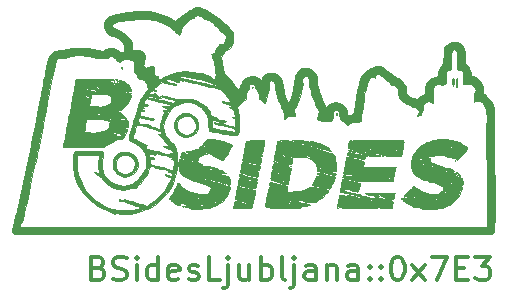
<source format=gto>
G04 #@! TF.GenerationSoftware,KiCad,Pcbnew,(5.0.2)-1*
G04 #@! TF.CreationDate,2025-08-06T21:36:18+02:00*
G04 #@! TF.ProjectId,beerodul,62656572-6f64-4756-9c2e-6b696361645f,rev?*
G04 #@! TF.SameCoordinates,Original*
G04 #@! TF.FileFunction,Legend,Top*
G04 #@! TF.FilePolarity,Positive*
%FSLAX46Y46*%
G04 Gerber Fmt 4.6, Leading zero omitted, Abs format (unit mm)*
G04 Created by KiCad (PCBNEW (5.0.2)-1) date 6. 08. 2025 21:36:18*
%MOMM*%
%LPD*%
G01*
G04 APERTURE LIST*
%ADD10C,0.650000*%
%ADD11C,0.700000*%
%ADD12C,0.300000*%
%ADD13C,0.010000*%
G04 APERTURE END LIST*
D10*
X139649200Y-86487000D02*
X139369800Y-87680800D01*
D11*
X179578000Y-86588600D02*
X179588160Y-87630000D01*
X139471400Y-87655400D02*
X179583080Y-87655400D01*
D12*
X146369523Y-90789142D02*
X146655238Y-90884380D01*
X146750476Y-90979619D01*
X146845714Y-91170095D01*
X146845714Y-91455809D01*
X146750476Y-91646285D01*
X146655238Y-91741523D01*
X146464761Y-91836761D01*
X145702857Y-91836761D01*
X145702857Y-89836761D01*
X146369523Y-89836761D01*
X146560000Y-89932000D01*
X146655238Y-90027238D01*
X146750476Y-90217714D01*
X146750476Y-90408190D01*
X146655238Y-90598666D01*
X146560000Y-90693904D01*
X146369523Y-90789142D01*
X145702857Y-90789142D01*
X147607619Y-91741523D02*
X147893333Y-91836761D01*
X148369523Y-91836761D01*
X148560000Y-91741523D01*
X148655238Y-91646285D01*
X148750476Y-91455809D01*
X148750476Y-91265333D01*
X148655238Y-91074857D01*
X148560000Y-90979619D01*
X148369523Y-90884380D01*
X147988571Y-90789142D01*
X147798095Y-90693904D01*
X147702857Y-90598666D01*
X147607619Y-90408190D01*
X147607619Y-90217714D01*
X147702857Y-90027238D01*
X147798095Y-89932000D01*
X147988571Y-89836761D01*
X148464761Y-89836761D01*
X148750476Y-89932000D01*
X149607619Y-91836761D02*
X149607619Y-90503428D01*
X149607619Y-89836761D02*
X149512380Y-89932000D01*
X149607619Y-90027238D01*
X149702857Y-89932000D01*
X149607619Y-89836761D01*
X149607619Y-90027238D01*
X151417142Y-91836761D02*
X151417142Y-89836761D01*
X151417142Y-91741523D02*
X151226666Y-91836761D01*
X150845714Y-91836761D01*
X150655238Y-91741523D01*
X150560000Y-91646285D01*
X150464761Y-91455809D01*
X150464761Y-90884380D01*
X150560000Y-90693904D01*
X150655238Y-90598666D01*
X150845714Y-90503428D01*
X151226666Y-90503428D01*
X151417142Y-90598666D01*
X153131428Y-91741523D02*
X152940952Y-91836761D01*
X152560000Y-91836761D01*
X152369523Y-91741523D01*
X152274285Y-91551047D01*
X152274285Y-90789142D01*
X152369523Y-90598666D01*
X152560000Y-90503428D01*
X152940952Y-90503428D01*
X153131428Y-90598666D01*
X153226666Y-90789142D01*
X153226666Y-90979619D01*
X152274285Y-91170095D01*
X153988571Y-91741523D02*
X154179047Y-91836761D01*
X154560000Y-91836761D01*
X154750476Y-91741523D01*
X154845714Y-91551047D01*
X154845714Y-91455809D01*
X154750476Y-91265333D01*
X154560000Y-91170095D01*
X154274285Y-91170095D01*
X154083809Y-91074857D01*
X153988571Y-90884380D01*
X153988571Y-90789142D01*
X154083809Y-90598666D01*
X154274285Y-90503428D01*
X154560000Y-90503428D01*
X154750476Y-90598666D01*
X156655238Y-91836761D02*
X155702857Y-91836761D01*
X155702857Y-89836761D01*
X157321904Y-90503428D02*
X157321904Y-92217714D01*
X157226666Y-92408190D01*
X157036190Y-92503428D01*
X156940952Y-92503428D01*
X157321904Y-89836761D02*
X157226666Y-89932000D01*
X157321904Y-90027238D01*
X157417142Y-89932000D01*
X157321904Y-89836761D01*
X157321904Y-90027238D01*
X159131428Y-90503428D02*
X159131428Y-91836761D01*
X158274285Y-90503428D02*
X158274285Y-91551047D01*
X158369523Y-91741523D01*
X158560000Y-91836761D01*
X158845714Y-91836761D01*
X159036190Y-91741523D01*
X159131428Y-91646285D01*
X160083809Y-91836761D02*
X160083809Y-89836761D01*
X160083809Y-90598666D02*
X160274285Y-90503428D01*
X160655238Y-90503428D01*
X160845714Y-90598666D01*
X160940952Y-90693904D01*
X161036190Y-90884380D01*
X161036190Y-91455809D01*
X160940952Y-91646285D01*
X160845714Y-91741523D01*
X160655238Y-91836761D01*
X160274285Y-91836761D01*
X160083809Y-91741523D01*
X162179047Y-91836761D02*
X161988571Y-91741523D01*
X161893333Y-91551047D01*
X161893333Y-89836761D01*
X162940952Y-90503428D02*
X162940952Y-92217714D01*
X162845714Y-92408190D01*
X162655238Y-92503428D01*
X162560000Y-92503428D01*
X162940952Y-89836761D02*
X162845714Y-89932000D01*
X162940952Y-90027238D01*
X163036190Y-89932000D01*
X162940952Y-89836761D01*
X162940952Y-90027238D01*
X164750476Y-91836761D02*
X164750476Y-90789142D01*
X164655238Y-90598666D01*
X164464761Y-90503428D01*
X164083809Y-90503428D01*
X163893333Y-90598666D01*
X164750476Y-91741523D02*
X164560000Y-91836761D01*
X164083809Y-91836761D01*
X163893333Y-91741523D01*
X163798095Y-91551047D01*
X163798095Y-91360571D01*
X163893333Y-91170095D01*
X164083809Y-91074857D01*
X164560000Y-91074857D01*
X164750476Y-90979619D01*
X165702857Y-90503428D02*
X165702857Y-91836761D01*
X165702857Y-90693904D02*
X165798095Y-90598666D01*
X165988571Y-90503428D01*
X166274285Y-90503428D01*
X166464761Y-90598666D01*
X166560000Y-90789142D01*
X166560000Y-91836761D01*
X168369523Y-91836761D02*
X168369523Y-90789142D01*
X168274285Y-90598666D01*
X168083809Y-90503428D01*
X167702857Y-90503428D01*
X167512380Y-90598666D01*
X168369523Y-91741523D02*
X168179047Y-91836761D01*
X167702857Y-91836761D01*
X167512380Y-91741523D01*
X167417142Y-91551047D01*
X167417142Y-91360571D01*
X167512380Y-91170095D01*
X167702857Y-91074857D01*
X168179047Y-91074857D01*
X168369523Y-90979619D01*
X169321904Y-91646285D02*
X169417142Y-91741523D01*
X169321904Y-91836761D01*
X169226666Y-91741523D01*
X169321904Y-91646285D01*
X169321904Y-91836761D01*
X169321904Y-90598666D02*
X169417142Y-90693904D01*
X169321904Y-90789142D01*
X169226666Y-90693904D01*
X169321904Y-90598666D01*
X169321904Y-90789142D01*
X170274285Y-91646285D02*
X170369523Y-91741523D01*
X170274285Y-91836761D01*
X170179047Y-91741523D01*
X170274285Y-91646285D01*
X170274285Y-91836761D01*
X170274285Y-90598666D02*
X170369523Y-90693904D01*
X170274285Y-90789142D01*
X170179047Y-90693904D01*
X170274285Y-90598666D01*
X170274285Y-90789142D01*
X171607619Y-89836761D02*
X171798095Y-89836761D01*
X171988571Y-89932000D01*
X172083809Y-90027238D01*
X172179047Y-90217714D01*
X172274285Y-90598666D01*
X172274285Y-91074857D01*
X172179047Y-91455809D01*
X172083809Y-91646285D01*
X171988571Y-91741523D01*
X171798095Y-91836761D01*
X171607619Y-91836761D01*
X171417142Y-91741523D01*
X171321904Y-91646285D01*
X171226666Y-91455809D01*
X171131428Y-91074857D01*
X171131428Y-90598666D01*
X171226666Y-90217714D01*
X171321904Y-90027238D01*
X171417142Y-89932000D01*
X171607619Y-89836761D01*
X172940952Y-91836761D02*
X173988571Y-90503428D01*
X172940952Y-90503428D02*
X173988571Y-91836761D01*
X174560000Y-89836761D02*
X175893333Y-89836761D01*
X175036190Y-91836761D01*
X176655238Y-90789142D02*
X177321904Y-90789142D01*
X177607619Y-91836761D02*
X176655238Y-91836761D01*
X176655238Y-89836761D01*
X177607619Y-89836761D01*
X178274285Y-89836761D02*
X179512380Y-89836761D01*
X178845714Y-90598666D01*
X179131428Y-90598666D01*
X179321904Y-90693904D01*
X179417142Y-90789142D01*
X179512380Y-90979619D01*
X179512380Y-91455809D01*
X179417142Y-91646285D01*
X179321904Y-91741523D01*
X179131428Y-91836761D01*
X178560000Y-91836761D01*
X178369523Y-91741523D01*
X178274285Y-91646285D01*
D13*
G04 #@! TO.C,G\002A\002A\002A*
G36*
X147320000Y-77702833D02*
X147298833Y-77724000D01*
X147277666Y-77702833D01*
X147298833Y-77681667D01*
X147320000Y-77702833D01*
X147320000Y-77702833D01*
G37*
X147320000Y-77702833D02*
X147298833Y-77724000D01*
X147277666Y-77702833D01*
X147298833Y-77681667D01*
X147320000Y-77702833D01*
G36*
X148322848Y-73755250D02*
X148329431Y-73862617D01*
X148322848Y-73903417D01*
X148310577Y-73916592D01*
X148303897Y-73858056D01*
X148303488Y-73829333D01*
X148307901Y-73752315D01*
X148318890Y-73743239D01*
X148322848Y-73755250D01*
X148322848Y-73755250D01*
G37*
X148322848Y-73755250D02*
X148329431Y-73862617D01*
X148322848Y-73903417D01*
X148310577Y-73916592D01*
X148303897Y-73858056D01*
X148303488Y-73829333D01*
X148307901Y-73752315D01*
X148318890Y-73743239D01*
X148322848Y-73755250D01*
G36*
X147939177Y-74816959D02*
X147955000Y-74836262D01*
X147919468Y-74863308D01*
X147870333Y-74869524D01*
X147801489Y-74855565D01*
X147785666Y-74836262D01*
X147821198Y-74809216D01*
X147870333Y-74803000D01*
X147939177Y-74816959D01*
X147939177Y-74816959D01*
G37*
X147939177Y-74816959D02*
X147955000Y-74836262D01*
X147919468Y-74863308D01*
X147870333Y-74869524D01*
X147801489Y-74855565D01*
X147785666Y-74836262D01*
X147821198Y-74809216D01*
X147870333Y-74803000D01*
X147939177Y-74816959D01*
G36*
X147701000Y-74908833D02*
X147679833Y-74930000D01*
X147658666Y-74908833D01*
X147679833Y-74887667D01*
X147701000Y-74908833D01*
X147701000Y-74908833D01*
G37*
X147701000Y-74908833D02*
X147679833Y-74930000D01*
X147658666Y-74908833D01*
X147679833Y-74887667D01*
X147701000Y-74908833D01*
G36*
X176417538Y-74693876D02*
X176436059Y-74758353D01*
X176440993Y-74885705D01*
X176440324Y-74940583D01*
X176433072Y-75105188D01*
X176419564Y-75254486D01*
X176407412Y-75332167D01*
X176385176Y-75411593D01*
X176364950Y-75415072D01*
X176348921Y-75381621D01*
X176333855Y-75302420D01*
X176322932Y-75166803D01*
X176318358Y-75002998D01*
X176318333Y-74990037D01*
X176321720Y-74823611D01*
X176333953Y-74726301D01*
X176358136Y-74682751D01*
X176381833Y-74676000D01*
X176417538Y-74693876D01*
X176417538Y-74693876D01*
G37*
X176417538Y-74693876D02*
X176436059Y-74758353D01*
X176440993Y-74885705D01*
X176440324Y-74940583D01*
X176433072Y-75105188D01*
X176419564Y-75254486D01*
X176407412Y-75332167D01*
X176385176Y-75411593D01*
X176364950Y-75415072D01*
X176348921Y-75381621D01*
X176333855Y-75302420D01*
X176322932Y-75166803D01*
X176318358Y-75002998D01*
X176318333Y-74990037D01*
X176321720Y-74823611D01*
X176333953Y-74726301D01*
X176358136Y-74682751D01*
X176381833Y-74676000D01*
X176417538Y-74693876D01*
G36*
X176717232Y-74700357D02*
X176733010Y-74772938D01*
X176737908Y-74915136D01*
X176737446Y-74979389D01*
X176731040Y-75148896D01*
X176718250Y-75297693D01*
X176701812Y-75394199D01*
X176701379Y-75395667D01*
X176679201Y-75459729D01*
X176663552Y-75455737D01*
X176644298Y-75376754D01*
X176639524Y-75353333D01*
X176622203Y-75212677D01*
X176618978Y-75052925D01*
X176628100Y-74897780D01*
X176647818Y-74770946D01*
X176676385Y-74696124D01*
X176688750Y-74686400D01*
X176717232Y-74700357D01*
X176717232Y-74700357D01*
G37*
X176717232Y-74700357D02*
X176733010Y-74772938D01*
X176737908Y-74915136D01*
X176737446Y-74979389D01*
X176731040Y-75148896D01*
X176718250Y-75297693D01*
X176701812Y-75394199D01*
X176701379Y-75395667D01*
X176679201Y-75459729D01*
X176663552Y-75455737D01*
X176644298Y-75376754D01*
X176639524Y-75353333D01*
X176622203Y-75212677D01*
X176618978Y-75052925D01*
X176628100Y-74897780D01*
X176647818Y-74770946D01*
X176676385Y-74696124D01*
X176688750Y-74686400D01*
X176717232Y-74700357D01*
G36*
X159421077Y-75488930D02*
X159397539Y-75527061D01*
X159344490Y-75547899D01*
X159325587Y-75529280D01*
X159329330Y-75471938D01*
X159344792Y-75457853D01*
X159404891Y-75447979D01*
X159421077Y-75488930D01*
X159421077Y-75488930D01*
G37*
X159421077Y-75488930D02*
X159397539Y-75527061D01*
X159344490Y-75547899D01*
X159325587Y-75529280D01*
X159329330Y-75471938D01*
X159344792Y-75457853D01*
X159404891Y-75447979D01*
X159421077Y-75488930D01*
G36*
X166526053Y-77675858D02*
X166531175Y-77763956D01*
X166531001Y-77766333D01*
X166520240Y-77864490D01*
X166503036Y-77885085D01*
X166470168Y-77835178D01*
X166461876Y-77819250D01*
X166439641Y-77727952D01*
X166461615Y-77657950D01*
X166501200Y-77639333D01*
X166526053Y-77675858D01*
X166526053Y-77675858D01*
G37*
X166526053Y-77675858D02*
X166531175Y-77763956D01*
X166531001Y-77766333D01*
X166520240Y-77864490D01*
X166503036Y-77885085D01*
X166470168Y-77835178D01*
X166461876Y-77819250D01*
X166439641Y-77727952D01*
X166461615Y-77657950D01*
X166501200Y-77639333D01*
X166526053Y-77675858D01*
G36*
X147489333Y-79353833D02*
X147468166Y-79375000D01*
X147447000Y-79353833D01*
X147468166Y-79332667D01*
X147489333Y-79353833D01*
X147489333Y-79353833D01*
G37*
X147489333Y-79353833D02*
X147468166Y-79375000D01*
X147447000Y-79353833D01*
X147468166Y-79332667D01*
X147489333Y-79353833D01*
G36*
X147616333Y-79396167D02*
X147595166Y-79417333D01*
X147574000Y-79396167D01*
X147595166Y-79375000D01*
X147616333Y-79396167D01*
X147616333Y-79396167D01*
G37*
X147616333Y-79396167D02*
X147595166Y-79417333D01*
X147574000Y-79396167D01*
X147595166Y-79375000D01*
X147616333Y-79396167D01*
G36*
X154064147Y-77694137D02*
X154313225Y-77803746D01*
X154530501Y-77984758D01*
X154674472Y-78180518D01*
X154741128Y-78309473D01*
X154776712Y-78431449D01*
X154789848Y-78583242D01*
X154790716Y-78676500D01*
X154770047Y-78930832D01*
X154702853Y-79137629D01*
X154578094Y-79326225D01*
X154522417Y-79389460D01*
X154325419Y-79545573D01*
X154083589Y-79651553D01*
X153822243Y-79701197D01*
X153566701Y-79688299D01*
X153442564Y-79654093D01*
X153191486Y-79521223D01*
X152996504Y-79338799D01*
X152859053Y-79119966D01*
X152780569Y-78877874D01*
X152768871Y-78714718D01*
X152992666Y-78714718D01*
X153029464Y-78977614D01*
X153139161Y-79197664D01*
X153320718Y-79373263D01*
X153479500Y-79464075D01*
X153715775Y-79534817D01*
X153947951Y-79522778D01*
X154084109Y-79478587D01*
X154319154Y-79341883D01*
X154483987Y-79158056D01*
X154577782Y-78928333D01*
X154601116Y-78710352D01*
X154564442Y-78456899D01*
X154463549Y-78243971D01*
X154311413Y-78077313D01*
X154121008Y-77962672D01*
X153905311Y-77905793D01*
X153677296Y-77912422D01*
X153449938Y-77988306D01*
X153260825Y-78116831D01*
X153098257Y-78304660D01*
X153011663Y-78521819D01*
X152992666Y-78714718D01*
X152768871Y-78714718D01*
X152762485Y-78625670D01*
X152806237Y-78376501D01*
X152913259Y-78143514D01*
X153084987Y-77939857D01*
X153242705Y-77822854D01*
X153517227Y-77700778D01*
X153794928Y-77658843D01*
X154064147Y-77694137D01*
X154064147Y-77694137D01*
G37*
X154064147Y-77694137D02*
X154313225Y-77803746D01*
X154530501Y-77984758D01*
X154674472Y-78180518D01*
X154741128Y-78309473D01*
X154776712Y-78431449D01*
X154789848Y-78583242D01*
X154790716Y-78676500D01*
X154770047Y-78930832D01*
X154702853Y-79137629D01*
X154578094Y-79326225D01*
X154522417Y-79389460D01*
X154325419Y-79545573D01*
X154083589Y-79651553D01*
X153822243Y-79701197D01*
X153566701Y-79688299D01*
X153442564Y-79654093D01*
X153191486Y-79521223D01*
X152996504Y-79338799D01*
X152859053Y-79119966D01*
X152780569Y-78877874D01*
X152768871Y-78714718D01*
X152992666Y-78714718D01*
X153029464Y-78977614D01*
X153139161Y-79197664D01*
X153320718Y-79373263D01*
X153479500Y-79464075D01*
X153715775Y-79534817D01*
X153947951Y-79522778D01*
X154084109Y-79478587D01*
X154319154Y-79341883D01*
X154483987Y-79158056D01*
X154577782Y-78928333D01*
X154601116Y-78710352D01*
X154564442Y-78456899D01*
X154463549Y-78243971D01*
X154311413Y-78077313D01*
X154121008Y-77962672D01*
X153905311Y-77905793D01*
X153677296Y-77912422D01*
X153449938Y-77988306D01*
X153260825Y-78116831D01*
X153098257Y-78304660D01*
X153011663Y-78521819D01*
X152992666Y-78714718D01*
X152768871Y-78714718D01*
X152762485Y-78625670D01*
X152806237Y-78376501D01*
X152913259Y-78143514D01*
X153084987Y-77939857D01*
X153242705Y-77822854D01*
X153517227Y-77700778D01*
X153794928Y-77658843D01*
X154064147Y-77694137D01*
G36*
X164352188Y-80029139D02*
X164492969Y-80062769D01*
X164592000Y-80092910D01*
X164716037Y-80137815D01*
X164763779Y-80162850D01*
X164741248Y-80167951D01*
X164654466Y-80153057D01*
X164509454Y-80118105D01*
X164422666Y-80094667D01*
X164302708Y-80057430D01*
X164240156Y-80029762D01*
X164246546Y-80016976D01*
X164253333Y-80016680D01*
X164352188Y-80029139D01*
X164352188Y-80029139D01*
G37*
X164352188Y-80029139D02*
X164492969Y-80062769D01*
X164592000Y-80092910D01*
X164716037Y-80137815D01*
X164763779Y-80162850D01*
X164741248Y-80167951D01*
X164654466Y-80153057D01*
X164509454Y-80118105D01*
X164422666Y-80094667D01*
X164302708Y-80057430D01*
X164240156Y-80029762D01*
X164246546Y-80016976D01*
X164253333Y-80016680D01*
X164352188Y-80029139D01*
G36*
X164958888Y-80193444D02*
X164953077Y-80218611D01*
X164930666Y-80221667D01*
X164895821Y-80206177D01*
X164902444Y-80193444D01*
X164952684Y-80188378D01*
X164958888Y-80193444D01*
X164958888Y-80193444D01*
G37*
X164958888Y-80193444D02*
X164953077Y-80218611D01*
X164930666Y-80221667D01*
X164895821Y-80206177D01*
X164902444Y-80193444D01*
X164952684Y-80188378D01*
X164958888Y-80193444D01*
G36*
X164577888Y-80532111D02*
X164572077Y-80557278D01*
X164549666Y-80560333D01*
X164514821Y-80544844D01*
X164521444Y-80532111D01*
X164571684Y-80527044D01*
X164577888Y-80532111D01*
X164577888Y-80532111D01*
G37*
X164577888Y-80532111D02*
X164572077Y-80557278D01*
X164549666Y-80560333D01*
X164514821Y-80544844D01*
X164521444Y-80532111D01*
X164571684Y-80527044D01*
X164577888Y-80532111D01*
G36*
X145882971Y-74762431D02*
X146308802Y-74764365D01*
X146665951Y-74768658D01*
X146951228Y-74775211D01*
X147161441Y-74783925D01*
X147293400Y-74794703D01*
X147343914Y-74807446D01*
X147343940Y-74807488D01*
X147400725Y-74829987D01*
X147498659Y-74822118D01*
X147584625Y-74810631D01*
X147601845Y-74832139D01*
X147595344Y-74845045D01*
X147538851Y-74874428D01*
X147416562Y-74875996D01*
X147336048Y-74867692D01*
X147203991Y-74860782D01*
X147122596Y-74873901D01*
X147101052Y-74899978D01*
X147148543Y-74931939D01*
X147224750Y-74953380D01*
X147345505Y-74987352D01*
X147425833Y-75018566D01*
X147475023Y-75044989D01*
X147449766Y-75046378D01*
X147400368Y-75037484D01*
X147295515Y-75030713D01*
X147262378Y-75054893D01*
X147305895Y-75096165D01*
X147369873Y-75123039D01*
X147479475Y-75148665D01*
X147547209Y-75129871D01*
X147564078Y-75115302D01*
X147644067Y-75081157D01*
X147687012Y-75086779D01*
X147718038Y-75112971D01*
X147694435Y-75158528D01*
X147611704Y-75235680D01*
X147528698Y-75309153D01*
X147507159Y-75339690D01*
X147542885Y-75337790D01*
X147574000Y-75329834D01*
X147687268Y-75278464D01*
X147770061Y-75218806D01*
X147821605Y-75175878D01*
X147870760Y-75158489D01*
X147941771Y-75166970D01*
X148058884Y-75201654D01*
X148126350Y-75223688D01*
X148263930Y-75265456D01*
X148366381Y-75290193D01*
X148410778Y-75292665D01*
X148414341Y-75247245D01*
X148346632Y-75203560D01*
X148220806Y-75169722D01*
X148207945Y-75167575D01*
X148108792Y-75138249D01*
X148063249Y-75099892D01*
X148079630Y-75067837D01*
X148147998Y-75057000D01*
X148202733Y-75034791D01*
X148209000Y-75017328D01*
X148172147Y-74996864D01*
X148080600Y-74995389D01*
X148050250Y-74998676D01*
X147949760Y-75010587D01*
X147924931Y-75004443D01*
X147967514Y-74973462D01*
X147997333Y-74955181D01*
X148140177Y-74900417D01*
X148285429Y-74895268D01*
X148372829Y-74925702D01*
X148405326Y-74962186D01*
X148362692Y-75000525D01*
X148356809Y-75003862D01*
X148309828Y-75044336D01*
X148336985Y-75078776D01*
X148404585Y-75077959D01*
X148440712Y-75044525D01*
X148481782Y-75003377D01*
X148532951Y-75007622D01*
X148616011Y-75053263D01*
X148773354Y-75178414D01*
X148915504Y-75343682D01*
X149026246Y-75524843D01*
X149089365Y-75697674D01*
X149098000Y-75773312D01*
X149089281Y-75822582D01*
X149048983Y-75842758D01*
X148955897Y-75839964D01*
X148891605Y-75832900D01*
X148757295Y-75823666D01*
X148671060Y-75841732D01*
X148598463Y-75895409D01*
X148587334Y-75906332D01*
X148531356Y-75982863D01*
X148541736Y-76021637D01*
X148606167Y-76016206D01*
X148702515Y-75966681D01*
X148787803Y-75922590D01*
X148835383Y-75934670D01*
X148844822Y-75947331D01*
X148908584Y-75980717D01*
X148987663Y-75978833D01*
X149073800Y-75977485D01*
X149097262Y-76008050D01*
X149051147Y-76054626D01*
X149029364Y-76091769D01*
X149055685Y-76115345D01*
X149080360Y-76154439D01*
X149075679Y-76235450D01*
X149040464Y-76376209D01*
X149037856Y-76385220D01*
X148996854Y-76518225D01*
X148960046Y-76589306D01*
X148908088Y-76617866D01*
X148821636Y-76623311D01*
X148800484Y-76623333D01*
X148694884Y-76632784D01*
X148636442Y-76656374D01*
X148632333Y-76665667D01*
X148669119Y-76695390D01*
X148757753Y-76707997D01*
X148759333Y-76708000D01*
X148849123Y-76716488D01*
X148878754Y-76750056D01*
X148848630Y-76820853D01*
X148766740Y-76931512D01*
X148532306Y-77175861D01*
X148243732Y-77380147D01*
X148170168Y-77421900D01*
X147961565Y-77535975D01*
X148233668Y-77677054D01*
X148469310Y-77821736D01*
X148628556Y-77970633D01*
X148708092Y-78120237D01*
X148717000Y-78188385D01*
X148737605Y-78284972D01*
X148780500Y-78331975D01*
X148818677Y-78373010D01*
X148838709Y-78469053D01*
X148844000Y-78617210D01*
X148844000Y-78878078D01*
X148706416Y-78851658D01*
X148568041Y-78823789D01*
X148452416Y-78798851D01*
X148360845Y-78788268D01*
X148338931Y-78809510D01*
X148381431Y-78854925D01*
X148483102Y-78916860D01*
X148558250Y-78953341D01*
X148680127Y-79008819D01*
X148765796Y-79048179D01*
X148792572Y-79060844D01*
X148785432Y-79100471D01*
X148754700Y-79196725D01*
X148715447Y-79305933D01*
X148626250Y-79544333D01*
X148442319Y-79544333D01*
X148327266Y-79535599D01*
X148254711Y-79513621D01*
X148244277Y-79502463D01*
X148190151Y-79453071D01*
X148074068Y-79402049D01*
X147918392Y-79355433D01*
X147745483Y-79319256D01*
X147577704Y-79299555D01*
X147487428Y-79298206D01*
X147354006Y-79308574D01*
X147262621Y-79325426D01*
X147235333Y-79341581D01*
X147268184Y-79378256D01*
X147277666Y-79380292D01*
X147345389Y-79393023D01*
X147419862Y-79421117D01*
X147503053Y-79460328D01*
X147606653Y-79495641D01*
X147687324Y-79477355D01*
X147703562Y-79467891D01*
X147786691Y-79423610D01*
X147821863Y-79433706D01*
X147828000Y-79481881D01*
X147866426Y-79548330D01*
X147968283Y-79595069D01*
X148113438Y-79616007D01*
X148250446Y-79609679D01*
X148409323Y-79599633D01*
X148491886Y-79621830D01*
X148500964Y-79678429D01*
X148448394Y-79760869D01*
X148343935Y-79846391D01*
X148192408Y-79892296D01*
X148156083Y-79897630D01*
X148029633Y-79906098D01*
X147961906Y-79893388D01*
X147955000Y-79882190D01*
X147922189Y-79842585D01*
X147908137Y-79840667D01*
X147878395Y-79870892D01*
X147883139Y-79897643D01*
X147863057Y-79944655D01*
X147764998Y-79995845D01*
X147674945Y-80027139D01*
X147527202Y-80089613D01*
X147350427Y-80187288D01*
X147179974Y-80300391D01*
X147160758Y-80314715D01*
X147021324Y-80418067D01*
X146917065Y-80482654D01*
X146818551Y-80519098D01*
X146696353Y-80538021D01*
X146521040Y-80550046D01*
X146506424Y-80550880D01*
X146284199Y-80557220D01*
X146140466Y-80546056D01*
X146075711Y-80521772D01*
X146012175Y-80495640D01*
X145987770Y-80515944D01*
X145935697Y-80530481D01*
X145799592Y-80542167D01*
X145580043Y-80550982D01*
X145277637Y-80556907D01*
X144892962Y-80559922D01*
X144656280Y-80560333D01*
X143352224Y-80560333D01*
X143389066Y-80359250D01*
X143391020Y-80348667D01*
X146685000Y-80348667D01*
X146719288Y-80386224D01*
X146748500Y-80391000D01*
X146804835Y-80368141D01*
X146812000Y-80348667D01*
X146777711Y-80311109D01*
X146748500Y-80306333D01*
X146692164Y-80329192D01*
X146685000Y-80348667D01*
X143391020Y-80348667D01*
X143495489Y-79782875D01*
X146911042Y-79782875D01*
X146955819Y-79819490D01*
X147041581Y-79858596D01*
X147097737Y-79836659D01*
X147108333Y-79795835D01*
X147071825Y-79767354D01*
X146991916Y-79757346D01*
X146913436Y-79761961D01*
X146911042Y-79782875D01*
X143495489Y-79782875D01*
X143506492Y-79723286D01*
X143601628Y-79217125D01*
X145161000Y-79217125D01*
X145179718Y-79248340D01*
X145244325Y-79271996D01*
X145367498Y-79290895D01*
X145561912Y-79307841D01*
X145575757Y-79308831D01*
X145760110Y-79325278D01*
X145916177Y-79345419D01*
X146022139Y-79366124D01*
X146052007Y-79377136D01*
X146139489Y-79412671D01*
X146203967Y-79406551D01*
X146219333Y-79378528D01*
X146185877Y-79331256D01*
X146166416Y-79322007D01*
X146179251Y-79310892D01*
X146260372Y-79297126D01*
X146341228Y-79288699D01*
X146981217Y-79288699D01*
X146995941Y-79352007D01*
X147054735Y-79408950D01*
X147093244Y-79417333D01*
X147138440Y-79410625D01*
X147123298Y-79378108D01*
X147083990Y-79338128D01*
X147009943Y-79279427D01*
X146981217Y-79288699D01*
X146341228Y-79288699D01*
X146393560Y-79283245D01*
X146436050Y-79279829D01*
X146739432Y-79231109D01*
X146978371Y-79137300D01*
X147149678Y-79000809D01*
X147250163Y-78824043D01*
X147269437Y-78697667D01*
X148441833Y-78697667D01*
X148501543Y-78733229D01*
X148550165Y-78740000D01*
X148617587Y-78721790D01*
X148632333Y-78697667D01*
X148596030Y-78666113D01*
X148524001Y-78655333D01*
X148451976Y-78668771D01*
X148441833Y-78697667D01*
X147269437Y-78697667D01*
X147277508Y-78644750D01*
X147287582Y-78542689D01*
X147312363Y-78488604D01*
X147320000Y-78486000D01*
X147358178Y-78451988D01*
X147359066Y-78446484D01*
X147470283Y-78446484D01*
X147479641Y-78470921D01*
X147564250Y-78481679D01*
X147618450Y-78481667D01*
X147806833Y-78477333D01*
X147658666Y-78442150D01*
X147542669Y-78427887D01*
X147471666Y-78445204D01*
X147470283Y-78446484D01*
X147359066Y-78446484D01*
X147362333Y-78426246D01*
X147328888Y-78381589D01*
X147288250Y-78378634D01*
X147194850Y-78363190D01*
X147150666Y-78336763D01*
X147060422Y-78283040D01*
X147055527Y-78281568D01*
X147743333Y-78281568D01*
X147778379Y-78323441D01*
X147856229Y-78361181D01*
X147935951Y-78378133D01*
X147966273Y-78372271D01*
X147981194Y-78326376D01*
X147977482Y-78318796D01*
X147926617Y-78285179D01*
X147845823Y-78264251D01*
X147772375Y-78261936D01*
X147743333Y-78281568D01*
X147055527Y-78281568D01*
X146926559Y-78242790D01*
X146739689Y-78214764D01*
X146490423Y-78197715D01*
X146169375Y-78190396D01*
X146045607Y-78189903D01*
X145342714Y-78189667D01*
X145251857Y-78672245D01*
X145215763Y-78869111D01*
X145186461Y-79038749D01*
X145167162Y-79161900D01*
X145161000Y-79217125D01*
X143601628Y-79217125D01*
X143613231Y-79155394D01*
X143644077Y-78994837D01*
X144717947Y-78994837D01*
X144721275Y-79001727D01*
X144776478Y-79025512D01*
X144804092Y-79019901D01*
X144870337Y-79022820D01*
X144886975Y-79038182D01*
X144948671Y-79077403D01*
X145005119Y-79051102D01*
X144999122Y-79008174D01*
X144964116Y-78973401D01*
X144891303Y-78945698D01*
X144805640Y-78942412D01*
X144737673Y-78959979D01*
X144717947Y-78994837D01*
X143644077Y-78994837D01*
X143708877Y-78657553D01*
X143758071Y-78408620D01*
X144369934Y-78408620D01*
X144383495Y-78433095D01*
X144399000Y-78443667D01*
X144459341Y-78479662D01*
X144486784Y-78471457D01*
X144504833Y-78443667D01*
X144490770Y-78411648D01*
X144433248Y-78401981D01*
X144369934Y-78408620D01*
X143758071Y-78408620D01*
X143793026Y-78231744D01*
X143812028Y-78139216D01*
X144737666Y-78139216D01*
X144771104Y-78182048D01*
X144847216Y-78219370D01*
X144929699Y-78238909D01*
X144982251Y-78228390D01*
X144985493Y-78223004D01*
X144987881Y-78172651D01*
X144985406Y-78169295D01*
X144926216Y-78140205D01*
X144840513Y-78123045D01*
X144765442Y-78122325D01*
X144737666Y-78139216D01*
X143812028Y-78139216D01*
X143865170Y-77880445D01*
X145131695Y-77880445D01*
X145182957Y-77893024D01*
X145203333Y-77893333D01*
X145270620Y-77884796D01*
X145265327Y-77859812D01*
X146738528Y-77859812D01*
X146738874Y-77866328D01*
X146766914Y-77949464D01*
X146823938Y-78006229D01*
X146886414Y-78025983D01*
X146906963Y-78013067D01*
X147142679Y-78013067D01*
X147180099Y-78082332D01*
X147217190Y-78123143D01*
X147252142Y-78174756D01*
X147235858Y-78189667D01*
X147207765Y-78215423D01*
X147214166Y-78232000D01*
X147280230Y-78272110D01*
X147366561Y-78247693D01*
X147396613Y-78223120D01*
X147412486Y-78186722D01*
X148082000Y-78186722D01*
X148122357Y-78226383D01*
X148239984Y-78246178D01*
X148429716Y-78245546D01*
X148549241Y-78237459D01*
X148605104Y-78197029D01*
X148620693Y-78147333D01*
X148621921Y-78084095D01*
X148596818Y-78067652D01*
X148522347Y-78090532D01*
X148486922Y-78103952D01*
X148400874Y-78123865D01*
X148378333Y-78103952D01*
X148342867Y-78070405D01*
X148293666Y-78062667D01*
X148224876Y-78080395D01*
X148209000Y-78105000D01*
X148174711Y-78142557D01*
X148145500Y-78147333D01*
X148089141Y-78168629D01*
X148082000Y-78186722D01*
X147412486Y-78186722D01*
X147417581Y-78175041D01*
X147377839Y-78114314D01*
X147334995Y-78074953D01*
X147286276Y-78041154D01*
X147415076Y-78041154D01*
X147478750Y-78075818D01*
X147546777Y-78094616D01*
X147563416Y-78100089D01*
X147572787Y-78070357D01*
X147574000Y-78041500D01*
X147538706Y-77989786D01*
X147489333Y-77978000D01*
X147416632Y-77998469D01*
X147415076Y-78041154D01*
X147286276Y-78041154D01*
X147232925Y-78004142D01*
X147164554Y-77985259D01*
X147142679Y-78013067D01*
X146906963Y-78013067D01*
X146930807Y-77998081D01*
X146939000Y-77956833D01*
X146904317Y-77902821D01*
X146864916Y-77892685D01*
X146818396Y-77884053D01*
X146847328Y-77856225D01*
X146873834Y-77823783D01*
X146822054Y-77799041D01*
X146818567Y-77798118D01*
X146753203Y-77798135D01*
X146738528Y-77859812D01*
X145265327Y-77859812D01*
X145263857Y-77852875D01*
X145254133Y-77842533D01*
X145196526Y-77813531D01*
X145152533Y-77842533D01*
X145131695Y-77880445D01*
X143865170Y-77880445D01*
X143865273Y-77879946D01*
X143917565Y-77639333D01*
X144293166Y-77639333D01*
X144352876Y-77674896D01*
X144401498Y-77681667D01*
X144450877Y-77668330D01*
X146163663Y-77668330D01*
X146244415Y-77756137D01*
X146327151Y-77823306D01*
X146422822Y-77839915D01*
X146557573Y-77813222D01*
X146622519Y-77782592D01*
X146605243Y-77751164D01*
X146508162Y-77720406D01*
X146364342Y-77695836D01*
X146163663Y-77668330D01*
X144450877Y-77668330D01*
X144468920Y-77663457D01*
X144483666Y-77639333D01*
X144447363Y-77607780D01*
X144375334Y-77597000D01*
X144303309Y-77610438D01*
X144293166Y-77639333D01*
X143917565Y-77639333D01*
X143925214Y-77604139D01*
X143937024Y-77554667D01*
X146409833Y-77554667D01*
X146469370Y-77589868D01*
X146520663Y-77597000D01*
X146577609Y-77580298D01*
X146578618Y-77563673D01*
X146960166Y-77563673D01*
X147076583Y-77609675D01*
X147160081Y-77663247D01*
X147193000Y-77723163D01*
X147228494Y-77780702D01*
X147277666Y-77797027D01*
X147346232Y-77785711D01*
X147362333Y-77763702D01*
X147397383Y-77729158D01*
X147436416Y-77722225D01*
X147456378Y-77705754D01*
X147401718Y-77662077D01*
X147362333Y-77639333D01*
X147230930Y-77585929D01*
X147102680Y-77561164D01*
X147087166Y-77560944D01*
X146960166Y-77563673D01*
X146578618Y-77563673D01*
X146579166Y-77554667D01*
X146519629Y-77519465D01*
X146468336Y-77512333D01*
X146411390Y-77529035D01*
X146409833Y-77554667D01*
X143937024Y-77554667D01*
X143972443Y-77406303D01*
X143985092Y-77362588D01*
X146143300Y-77362588D01*
X146145729Y-77400934D01*
X146195389Y-77435953D01*
X146256686Y-77446778D01*
X146275665Y-77440182D01*
X146276004Y-77434636D01*
X146748676Y-77434636D01*
X146750911Y-77456533D01*
X146769666Y-77470000D01*
X146859083Y-77507532D01*
X146923607Y-77500515D01*
X146939000Y-77470000D01*
X146902488Y-77439486D01*
X146822583Y-77428315D01*
X146748676Y-77434636D01*
X146276004Y-77434636D01*
X146277862Y-77404316D01*
X146242761Y-77375595D01*
X146171092Y-77354241D01*
X146143300Y-77362588D01*
X143985092Y-77362588D01*
X144003010Y-77300667D01*
X145647833Y-77300667D01*
X145709084Y-77339619D01*
X145734998Y-77343000D01*
X145789711Y-77319330D01*
X145796000Y-77300667D01*
X145782860Y-77288081D01*
X147939098Y-77288081D01*
X147997333Y-77293982D01*
X148057431Y-77287330D01*
X148050250Y-77272630D01*
X147963578Y-77267039D01*
X147944416Y-77272630D01*
X147939098Y-77288081D01*
X145782860Y-77288081D01*
X145760437Y-77266604D01*
X145708834Y-77258333D01*
X145650299Y-77274630D01*
X145647833Y-77300667D01*
X144003010Y-77300667D01*
X144006555Y-77288418D01*
X144024228Y-77252940D01*
X144056453Y-77209197D01*
X144035350Y-77184250D01*
X144027717Y-77134604D01*
X144033371Y-77049732D01*
X145555463Y-77049732D01*
X145583216Y-77071890D01*
X145655447Y-77084435D01*
X145786821Y-77090411D01*
X145930730Y-77092394D01*
X146247777Y-77109857D01*
X146490352Y-77156576D01*
X146536833Y-77171773D01*
X146710942Y-77229853D01*
X146814520Y-77253165D01*
X146853647Y-77242986D01*
X146854333Y-77238519D01*
X146821201Y-77207107D01*
X146742665Y-77160195D01*
X146630998Y-77101687D01*
X146805583Y-77073770D01*
X147060402Y-77002679D01*
X147255983Y-76883644D01*
X147386060Y-76722566D01*
X147444368Y-76525351D01*
X147447000Y-76469343D01*
X147429406Y-76333748D01*
X147371580Y-76227400D01*
X147265950Y-76147372D01*
X147104947Y-76090736D01*
X146881001Y-76054565D01*
X146586541Y-76035929D01*
X146315389Y-76031701D01*
X146088495Y-76031841D01*
X145932332Y-76034753D01*
X145832964Y-76042700D01*
X145776456Y-76057943D01*
X145748874Y-76082742D01*
X145736284Y-76119361D01*
X145734848Y-76125917D01*
X145717749Y-76210570D01*
X145690186Y-76352208D01*
X145657250Y-76524588D01*
X145646587Y-76581000D01*
X145613137Y-76754138D01*
X145583229Y-76901320D01*
X145561896Y-76998019D01*
X145557526Y-77014917D01*
X145555463Y-77049732D01*
X144033371Y-77049732D01*
X144035376Y-77019654D01*
X144055276Y-76856756D01*
X144084368Y-76663260D01*
X144119603Y-76456522D01*
X144152110Y-76284667D01*
X144674166Y-76284667D01*
X144683763Y-76320908D01*
X144714001Y-76327000D01*
X144771922Y-76304898D01*
X144780000Y-76284667D01*
X144749616Y-76243545D01*
X144740165Y-76242333D01*
X144682831Y-76273105D01*
X144674166Y-76284667D01*
X144152110Y-76284667D01*
X144157931Y-76253895D01*
X144180593Y-76146902D01*
X145143542Y-76146902D01*
X145144108Y-76193809D01*
X145190589Y-76249822D01*
X145254620Y-76283412D01*
X145267487Y-76284667D01*
X145328784Y-76318583D01*
X145344491Y-76345168D01*
X145394363Y-76378468D01*
X145477131Y-76377830D01*
X145552926Y-76349851D01*
X145582226Y-76305833D01*
X145545594Y-76270428D01*
X145455733Y-76225776D01*
X145341734Y-76182417D01*
X145232691Y-76150891D01*
X145157696Y-76141738D01*
X145143542Y-76146902D01*
X144180593Y-76146902D01*
X144196304Y-76072731D01*
X144211739Y-76010606D01*
X147454338Y-76010606D01*
X147505292Y-76055238D01*
X147574829Y-76073000D01*
X147671874Y-76102226D01*
X147709691Y-76131196D01*
X147777957Y-76167436D01*
X147844341Y-76158389D01*
X147870005Y-76115333D01*
X147912666Y-76115333D01*
X147947124Y-76152485D01*
X147978665Y-76157667D01*
X148022482Y-76137144D01*
X148018500Y-76115333D01*
X148014983Y-76112687D01*
X148216937Y-76112687D01*
X148228493Y-76152048D01*
X148253979Y-76149729D01*
X148256593Y-76147545D01*
X148862360Y-76147545D01*
X148903972Y-76154324D01*
X148958879Y-76146541D01*
X148959534Y-76132090D01*
X148902876Y-76121984D01*
X148878395Y-76128748D01*
X148862360Y-76147545D01*
X148256593Y-76147545D01*
X148318135Y-76096131D01*
X148328062Y-76075646D01*
X148316506Y-76036285D01*
X148291020Y-76038604D01*
X148226864Y-76092202D01*
X148216937Y-76112687D01*
X148014983Y-76112687D01*
X147964378Y-76074615D01*
X147952501Y-76073000D01*
X147913806Y-76105289D01*
X147912666Y-76115333D01*
X147870005Y-76115333D01*
X147870333Y-76114783D01*
X147834349Y-76084152D01*
X147746182Y-76042691D01*
X147635512Y-76001187D01*
X147532016Y-75970425D01*
X147465372Y-75961192D01*
X147456748Y-75964473D01*
X147454338Y-76010606D01*
X144211739Y-76010606D01*
X144231670Y-75930385D01*
X144260982Y-75844209D01*
X144273879Y-75826848D01*
X144293838Y-75783046D01*
X144292399Y-75776667D01*
X144568333Y-75776667D01*
X144602791Y-75813819D01*
X144634331Y-75819000D01*
X144678149Y-75798477D01*
X144674166Y-75776667D01*
X144620045Y-75735948D01*
X144608168Y-75734333D01*
X144569473Y-75766623D01*
X144568333Y-75776667D01*
X144292399Y-75776667D01*
X144288070Y-75757483D01*
X144284210Y-75680315D01*
X144287638Y-75648860D01*
X145330333Y-75648860D01*
X145348626Y-75709827D01*
X145418335Y-75733784D01*
X145467916Y-75736201D01*
X145587706Y-75747720D01*
X145733873Y-75774921D01*
X145877180Y-75810716D01*
X145988388Y-75848016D01*
X146033837Y-75873393D01*
X146101863Y-75903441D01*
X146161698Y-75882134D01*
X146177000Y-75843019D01*
X146141743Y-75782657D01*
X146092333Y-75755500D01*
X146023858Y-75715395D01*
X146007666Y-75684212D01*
X145972132Y-75658096D01*
X145895037Y-75661327D01*
X145763976Y-75665065D01*
X145672787Y-75648595D01*
X145504407Y-75599815D01*
X145400699Y-75581902D01*
X145347491Y-75594868D01*
X145330610Y-75638723D01*
X145330333Y-75648860D01*
X144287638Y-75648860D01*
X144293253Y-75597360D01*
X145010680Y-75597360D01*
X145059605Y-75619302D01*
X145182475Y-75642893D01*
X145238931Y-75631598D01*
X145245666Y-75612271D01*
X145210457Y-75570855D01*
X145131770Y-75549695D01*
X145050012Y-75557582D01*
X145032541Y-75565901D01*
X145010680Y-75597360D01*
X144293253Y-75597360D01*
X144300669Y-75529331D01*
X144319990Y-75411650D01*
X145923000Y-75411650D01*
X145954690Y-75471032D01*
X145986500Y-75480333D01*
X146042983Y-75471631D01*
X146050000Y-75464350D01*
X146039864Y-75451153D01*
X146092693Y-75451153D01*
X146121085Y-75505646D01*
X146208825Y-75569042D01*
X146315052Y-75604844D01*
X146410915Y-75597189D01*
X146467848Y-75550940D01*
X146468664Y-75546933D01*
X146631712Y-75546933D01*
X146638493Y-75633308D01*
X146680650Y-75659786D01*
X146751912Y-75637088D01*
X146763217Y-75618440D01*
X146913781Y-75618440D01*
X146916484Y-75665694D01*
X146965245Y-75732331D01*
X147035166Y-75791547D01*
X147097750Y-75816484D01*
X147143605Y-75784482D01*
X147150666Y-75750971D01*
X147124486Y-75702841D01*
X147088286Y-75706879D01*
X147019134Y-75695268D01*
X146985628Y-75658844D01*
X146939822Y-75613634D01*
X146913781Y-75618440D01*
X146763217Y-75618440D01*
X146769950Y-75607333D01*
X148060833Y-75607333D01*
X148069955Y-75643960D01*
X148098169Y-75649667D01*
X148171311Y-75624827D01*
X148187833Y-75607333D01*
X148178711Y-75570706D01*
X148150496Y-75565000D01*
X148077355Y-75589839D01*
X148060833Y-75607333D01*
X146769950Y-75607333D01*
X146780094Y-75590601D01*
X147792862Y-75590601D01*
X147813536Y-75606334D01*
X147829511Y-75606685D01*
X147920944Y-75584174D01*
X147948936Y-75569643D01*
X147982901Y-75529973D01*
X147955457Y-75501782D01*
X147889442Y-75503182D01*
X147836032Y-75538824D01*
X147792862Y-75590601D01*
X146780094Y-75590601D01*
X146801169Y-75555838D01*
X146809024Y-75517021D01*
X146776773Y-75485951D01*
X146761610Y-75480333D01*
X148463000Y-75480333D01*
X148498456Y-75514728D01*
X148547666Y-75522667D01*
X148616456Y-75504938D01*
X148632333Y-75480333D01*
X148596877Y-75445938D01*
X148547666Y-75438000D01*
X148478876Y-75455728D01*
X148463000Y-75480333D01*
X146761610Y-75480333D01*
X146731311Y-75469108D01*
X146663280Y-75475853D01*
X146631712Y-75546933D01*
X146468664Y-75546933D01*
X146473333Y-75524030D01*
X146438156Y-75483290D01*
X146378083Y-75455406D01*
X146229771Y-75420273D01*
X146131781Y-75420776D01*
X146092693Y-75451153D01*
X146039864Y-75451153D01*
X146021946Y-75427825D01*
X145986500Y-75395667D01*
X145936425Y-75366151D01*
X145923059Y-75405043D01*
X145923000Y-75411650D01*
X144319990Y-75411650D01*
X144336252Y-75312603D01*
X144372681Y-75125807D01*
X145457333Y-75125807D01*
X145495467Y-75163769D01*
X145595609Y-75209903D01*
X145736366Y-75257790D01*
X145896343Y-75301015D01*
X146054149Y-75333158D01*
X146188390Y-75347804D01*
X146198166Y-75348038D01*
X146325166Y-75349943D01*
X146219333Y-75292460D01*
X146146900Y-75265219D01*
X146026099Y-75231206D01*
X145878664Y-75195174D01*
X145726334Y-75161877D01*
X145590845Y-75136069D01*
X145493934Y-75122505D01*
X145457333Y-75125807D01*
X144372681Y-75125807D01*
X144389766Y-75038203D01*
X144405813Y-74961504D01*
X144448454Y-74760175D01*
X145882971Y-74762431D01*
X145882971Y-74762431D01*
G37*
X145882971Y-74762431D02*
X146308802Y-74764365D01*
X146665951Y-74768658D01*
X146951228Y-74775211D01*
X147161441Y-74783925D01*
X147293400Y-74794703D01*
X147343914Y-74807446D01*
X147343940Y-74807488D01*
X147400725Y-74829987D01*
X147498659Y-74822118D01*
X147584625Y-74810631D01*
X147601845Y-74832139D01*
X147595344Y-74845045D01*
X147538851Y-74874428D01*
X147416562Y-74875996D01*
X147336048Y-74867692D01*
X147203991Y-74860782D01*
X147122596Y-74873901D01*
X147101052Y-74899978D01*
X147148543Y-74931939D01*
X147224750Y-74953380D01*
X147345505Y-74987352D01*
X147425833Y-75018566D01*
X147475023Y-75044989D01*
X147449766Y-75046378D01*
X147400368Y-75037484D01*
X147295515Y-75030713D01*
X147262378Y-75054893D01*
X147305895Y-75096165D01*
X147369873Y-75123039D01*
X147479475Y-75148665D01*
X147547209Y-75129871D01*
X147564078Y-75115302D01*
X147644067Y-75081157D01*
X147687012Y-75086779D01*
X147718038Y-75112971D01*
X147694435Y-75158528D01*
X147611704Y-75235680D01*
X147528698Y-75309153D01*
X147507159Y-75339690D01*
X147542885Y-75337790D01*
X147574000Y-75329834D01*
X147687268Y-75278464D01*
X147770061Y-75218806D01*
X147821605Y-75175878D01*
X147870760Y-75158489D01*
X147941771Y-75166970D01*
X148058884Y-75201654D01*
X148126350Y-75223688D01*
X148263930Y-75265456D01*
X148366381Y-75290193D01*
X148410778Y-75292665D01*
X148414341Y-75247245D01*
X148346632Y-75203560D01*
X148220806Y-75169722D01*
X148207945Y-75167575D01*
X148108792Y-75138249D01*
X148063249Y-75099892D01*
X148079630Y-75067837D01*
X148147998Y-75057000D01*
X148202733Y-75034791D01*
X148209000Y-75017328D01*
X148172147Y-74996864D01*
X148080600Y-74995389D01*
X148050250Y-74998676D01*
X147949760Y-75010587D01*
X147924931Y-75004443D01*
X147967514Y-74973462D01*
X147997333Y-74955181D01*
X148140177Y-74900417D01*
X148285429Y-74895268D01*
X148372829Y-74925702D01*
X148405326Y-74962186D01*
X148362692Y-75000525D01*
X148356809Y-75003862D01*
X148309828Y-75044336D01*
X148336985Y-75078776D01*
X148404585Y-75077959D01*
X148440712Y-75044525D01*
X148481782Y-75003377D01*
X148532951Y-75007622D01*
X148616011Y-75053263D01*
X148773354Y-75178414D01*
X148915504Y-75343682D01*
X149026246Y-75524843D01*
X149089365Y-75697674D01*
X149098000Y-75773312D01*
X149089281Y-75822582D01*
X149048983Y-75842758D01*
X148955897Y-75839964D01*
X148891605Y-75832900D01*
X148757295Y-75823666D01*
X148671060Y-75841732D01*
X148598463Y-75895409D01*
X148587334Y-75906332D01*
X148531356Y-75982863D01*
X148541736Y-76021637D01*
X148606167Y-76016206D01*
X148702515Y-75966681D01*
X148787803Y-75922590D01*
X148835383Y-75934670D01*
X148844822Y-75947331D01*
X148908584Y-75980717D01*
X148987663Y-75978833D01*
X149073800Y-75977485D01*
X149097262Y-76008050D01*
X149051147Y-76054626D01*
X149029364Y-76091769D01*
X149055685Y-76115345D01*
X149080360Y-76154439D01*
X149075679Y-76235450D01*
X149040464Y-76376209D01*
X149037856Y-76385220D01*
X148996854Y-76518225D01*
X148960046Y-76589306D01*
X148908088Y-76617866D01*
X148821636Y-76623311D01*
X148800484Y-76623333D01*
X148694884Y-76632784D01*
X148636442Y-76656374D01*
X148632333Y-76665667D01*
X148669119Y-76695390D01*
X148757753Y-76707997D01*
X148759333Y-76708000D01*
X148849123Y-76716488D01*
X148878754Y-76750056D01*
X148848630Y-76820853D01*
X148766740Y-76931512D01*
X148532306Y-77175861D01*
X148243732Y-77380147D01*
X148170168Y-77421900D01*
X147961565Y-77535975D01*
X148233668Y-77677054D01*
X148469310Y-77821736D01*
X148628556Y-77970633D01*
X148708092Y-78120237D01*
X148717000Y-78188385D01*
X148737605Y-78284972D01*
X148780500Y-78331975D01*
X148818677Y-78373010D01*
X148838709Y-78469053D01*
X148844000Y-78617210D01*
X148844000Y-78878078D01*
X148706416Y-78851658D01*
X148568041Y-78823789D01*
X148452416Y-78798851D01*
X148360845Y-78788268D01*
X148338931Y-78809510D01*
X148381431Y-78854925D01*
X148483102Y-78916860D01*
X148558250Y-78953341D01*
X148680127Y-79008819D01*
X148765796Y-79048179D01*
X148792572Y-79060844D01*
X148785432Y-79100471D01*
X148754700Y-79196725D01*
X148715447Y-79305933D01*
X148626250Y-79544333D01*
X148442319Y-79544333D01*
X148327266Y-79535599D01*
X148254711Y-79513621D01*
X148244277Y-79502463D01*
X148190151Y-79453071D01*
X148074068Y-79402049D01*
X147918392Y-79355433D01*
X147745483Y-79319256D01*
X147577704Y-79299555D01*
X147487428Y-79298206D01*
X147354006Y-79308574D01*
X147262621Y-79325426D01*
X147235333Y-79341581D01*
X147268184Y-79378256D01*
X147277666Y-79380292D01*
X147345389Y-79393023D01*
X147419862Y-79421117D01*
X147503053Y-79460328D01*
X147606653Y-79495641D01*
X147687324Y-79477355D01*
X147703562Y-79467891D01*
X147786691Y-79423610D01*
X147821863Y-79433706D01*
X147828000Y-79481881D01*
X147866426Y-79548330D01*
X147968283Y-79595069D01*
X148113438Y-79616007D01*
X148250446Y-79609679D01*
X148409323Y-79599633D01*
X148491886Y-79621830D01*
X148500964Y-79678429D01*
X148448394Y-79760869D01*
X148343935Y-79846391D01*
X148192408Y-79892296D01*
X148156083Y-79897630D01*
X148029633Y-79906098D01*
X147961906Y-79893388D01*
X147955000Y-79882190D01*
X147922189Y-79842585D01*
X147908137Y-79840667D01*
X147878395Y-79870892D01*
X147883139Y-79897643D01*
X147863057Y-79944655D01*
X147764998Y-79995845D01*
X147674945Y-80027139D01*
X147527202Y-80089613D01*
X147350427Y-80187288D01*
X147179974Y-80300391D01*
X147160758Y-80314715D01*
X147021324Y-80418067D01*
X146917065Y-80482654D01*
X146818551Y-80519098D01*
X146696353Y-80538021D01*
X146521040Y-80550046D01*
X146506424Y-80550880D01*
X146284199Y-80557220D01*
X146140466Y-80546056D01*
X146075711Y-80521772D01*
X146012175Y-80495640D01*
X145987770Y-80515944D01*
X145935697Y-80530481D01*
X145799592Y-80542167D01*
X145580043Y-80550982D01*
X145277637Y-80556907D01*
X144892962Y-80559922D01*
X144656280Y-80560333D01*
X143352224Y-80560333D01*
X143389066Y-80359250D01*
X143391020Y-80348667D01*
X146685000Y-80348667D01*
X146719288Y-80386224D01*
X146748500Y-80391000D01*
X146804835Y-80368141D01*
X146812000Y-80348667D01*
X146777711Y-80311109D01*
X146748500Y-80306333D01*
X146692164Y-80329192D01*
X146685000Y-80348667D01*
X143391020Y-80348667D01*
X143495489Y-79782875D01*
X146911042Y-79782875D01*
X146955819Y-79819490D01*
X147041581Y-79858596D01*
X147097737Y-79836659D01*
X147108333Y-79795835D01*
X147071825Y-79767354D01*
X146991916Y-79757346D01*
X146913436Y-79761961D01*
X146911042Y-79782875D01*
X143495489Y-79782875D01*
X143506492Y-79723286D01*
X143601628Y-79217125D01*
X145161000Y-79217125D01*
X145179718Y-79248340D01*
X145244325Y-79271996D01*
X145367498Y-79290895D01*
X145561912Y-79307841D01*
X145575757Y-79308831D01*
X145760110Y-79325278D01*
X145916177Y-79345419D01*
X146022139Y-79366124D01*
X146052007Y-79377136D01*
X146139489Y-79412671D01*
X146203967Y-79406551D01*
X146219333Y-79378528D01*
X146185877Y-79331256D01*
X146166416Y-79322007D01*
X146179251Y-79310892D01*
X146260372Y-79297126D01*
X146341228Y-79288699D01*
X146981217Y-79288699D01*
X146995941Y-79352007D01*
X147054735Y-79408950D01*
X147093244Y-79417333D01*
X147138440Y-79410625D01*
X147123298Y-79378108D01*
X147083990Y-79338128D01*
X147009943Y-79279427D01*
X146981217Y-79288699D01*
X146341228Y-79288699D01*
X146393560Y-79283245D01*
X146436050Y-79279829D01*
X146739432Y-79231109D01*
X146978371Y-79137300D01*
X147149678Y-79000809D01*
X147250163Y-78824043D01*
X147269437Y-78697667D01*
X148441833Y-78697667D01*
X148501543Y-78733229D01*
X148550165Y-78740000D01*
X148617587Y-78721790D01*
X148632333Y-78697667D01*
X148596030Y-78666113D01*
X148524001Y-78655333D01*
X148451976Y-78668771D01*
X148441833Y-78697667D01*
X147269437Y-78697667D01*
X147277508Y-78644750D01*
X147287582Y-78542689D01*
X147312363Y-78488604D01*
X147320000Y-78486000D01*
X147358178Y-78451988D01*
X147359066Y-78446484D01*
X147470283Y-78446484D01*
X147479641Y-78470921D01*
X147564250Y-78481679D01*
X147618450Y-78481667D01*
X147806833Y-78477333D01*
X147658666Y-78442150D01*
X147542669Y-78427887D01*
X147471666Y-78445204D01*
X147470283Y-78446484D01*
X147359066Y-78446484D01*
X147362333Y-78426246D01*
X147328888Y-78381589D01*
X147288250Y-78378634D01*
X147194850Y-78363190D01*
X147150666Y-78336763D01*
X147060422Y-78283040D01*
X147055527Y-78281568D01*
X147743333Y-78281568D01*
X147778379Y-78323441D01*
X147856229Y-78361181D01*
X147935951Y-78378133D01*
X147966273Y-78372271D01*
X147981194Y-78326376D01*
X147977482Y-78318796D01*
X147926617Y-78285179D01*
X147845823Y-78264251D01*
X147772375Y-78261936D01*
X147743333Y-78281568D01*
X147055527Y-78281568D01*
X146926559Y-78242790D01*
X146739689Y-78214764D01*
X146490423Y-78197715D01*
X146169375Y-78190396D01*
X146045607Y-78189903D01*
X145342714Y-78189667D01*
X145251857Y-78672245D01*
X145215763Y-78869111D01*
X145186461Y-79038749D01*
X145167162Y-79161900D01*
X145161000Y-79217125D01*
X143601628Y-79217125D01*
X143613231Y-79155394D01*
X143644077Y-78994837D01*
X144717947Y-78994837D01*
X144721275Y-79001727D01*
X144776478Y-79025512D01*
X144804092Y-79019901D01*
X144870337Y-79022820D01*
X144886975Y-79038182D01*
X144948671Y-79077403D01*
X145005119Y-79051102D01*
X144999122Y-79008174D01*
X144964116Y-78973401D01*
X144891303Y-78945698D01*
X144805640Y-78942412D01*
X144737673Y-78959979D01*
X144717947Y-78994837D01*
X143644077Y-78994837D01*
X143708877Y-78657553D01*
X143758071Y-78408620D01*
X144369934Y-78408620D01*
X144383495Y-78433095D01*
X144399000Y-78443667D01*
X144459341Y-78479662D01*
X144486784Y-78471457D01*
X144504833Y-78443667D01*
X144490770Y-78411648D01*
X144433248Y-78401981D01*
X144369934Y-78408620D01*
X143758071Y-78408620D01*
X143793026Y-78231744D01*
X143812028Y-78139216D01*
X144737666Y-78139216D01*
X144771104Y-78182048D01*
X144847216Y-78219370D01*
X144929699Y-78238909D01*
X144982251Y-78228390D01*
X144985493Y-78223004D01*
X144987881Y-78172651D01*
X144985406Y-78169295D01*
X144926216Y-78140205D01*
X144840513Y-78123045D01*
X144765442Y-78122325D01*
X144737666Y-78139216D01*
X143812028Y-78139216D01*
X143865170Y-77880445D01*
X145131695Y-77880445D01*
X145182957Y-77893024D01*
X145203333Y-77893333D01*
X145270620Y-77884796D01*
X145265327Y-77859812D01*
X146738528Y-77859812D01*
X146738874Y-77866328D01*
X146766914Y-77949464D01*
X146823938Y-78006229D01*
X146886414Y-78025983D01*
X146906963Y-78013067D01*
X147142679Y-78013067D01*
X147180099Y-78082332D01*
X147217190Y-78123143D01*
X147252142Y-78174756D01*
X147235858Y-78189667D01*
X147207765Y-78215423D01*
X147214166Y-78232000D01*
X147280230Y-78272110D01*
X147366561Y-78247693D01*
X147396613Y-78223120D01*
X147412486Y-78186722D01*
X148082000Y-78186722D01*
X148122357Y-78226383D01*
X148239984Y-78246178D01*
X148429716Y-78245546D01*
X148549241Y-78237459D01*
X148605104Y-78197029D01*
X148620693Y-78147333D01*
X148621921Y-78084095D01*
X148596818Y-78067652D01*
X148522347Y-78090532D01*
X148486922Y-78103952D01*
X148400874Y-78123865D01*
X148378333Y-78103952D01*
X148342867Y-78070405D01*
X148293666Y-78062667D01*
X148224876Y-78080395D01*
X148209000Y-78105000D01*
X148174711Y-78142557D01*
X148145500Y-78147333D01*
X148089141Y-78168629D01*
X148082000Y-78186722D01*
X147412486Y-78186722D01*
X147417581Y-78175041D01*
X147377839Y-78114314D01*
X147334995Y-78074953D01*
X147286276Y-78041154D01*
X147415076Y-78041154D01*
X147478750Y-78075818D01*
X147546777Y-78094616D01*
X147563416Y-78100089D01*
X147572787Y-78070357D01*
X147574000Y-78041500D01*
X147538706Y-77989786D01*
X147489333Y-77978000D01*
X147416632Y-77998469D01*
X147415076Y-78041154D01*
X147286276Y-78041154D01*
X147232925Y-78004142D01*
X147164554Y-77985259D01*
X147142679Y-78013067D01*
X146906963Y-78013067D01*
X146930807Y-77998081D01*
X146939000Y-77956833D01*
X146904317Y-77902821D01*
X146864916Y-77892685D01*
X146818396Y-77884053D01*
X146847328Y-77856225D01*
X146873834Y-77823783D01*
X146822054Y-77799041D01*
X146818567Y-77798118D01*
X146753203Y-77798135D01*
X146738528Y-77859812D01*
X145265327Y-77859812D01*
X145263857Y-77852875D01*
X145254133Y-77842533D01*
X145196526Y-77813531D01*
X145152533Y-77842533D01*
X145131695Y-77880445D01*
X143865170Y-77880445D01*
X143865273Y-77879946D01*
X143917565Y-77639333D01*
X144293166Y-77639333D01*
X144352876Y-77674896D01*
X144401498Y-77681667D01*
X144450877Y-77668330D01*
X146163663Y-77668330D01*
X146244415Y-77756137D01*
X146327151Y-77823306D01*
X146422822Y-77839915D01*
X146557573Y-77813222D01*
X146622519Y-77782592D01*
X146605243Y-77751164D01*
X146508162Y-77720406D01*
X146364342Y-77695836D01*
X146163663Y-77668330D01*
X144450877Y-77668330D01*
X144468920Y-77663457D01*
X144483666Y-77639333D01*
X144447363Y-77607780D01*
X144375334Y-77597000D01*
X144303309Y-77610438D01*
X144293166Y-77639333D01*
X143917565Y-77639333D01*
X143925214Y-77604139D01*
X143937024Y-77554667D01*
X146409833Y-77554667D01*
X146469370Y-77589868D01*
X146520663Y-77597000D01*
X146577609Y-77580298D01*
X146578618Y-77563673D01*
X146960166Y-77563673D01*
X147076583Y-77609675D01*
X147160081Y-77663247D01*
X147193000Y-77723163D01*
X147228494Y-77780702D01*
X147277666Y-77797027D01*
X147346232Y-77785711D01*
X147362333Y-77763702D01*
X147397383Y-77729158D01*
X147436416Y-77722225D01*
X147456378Y-77705754D01*
X147401718Y-77662077D01*
X147362333Y-77639333D01*
X147230930Y-77585929D01*
X147102680Y-77561164D01*
X147087166Y-77560944D01*
X146960166Y-77563673D01*
X146578618Y-77563673D01*
X146579166Y-77554667D01*
X146519629Y-77519465D01*
X146468336Y-77512333D01*
X146411390Y-77529035D01*
X146409833Y-77554667D01*
X143937024Y-77554667D01*
X143972443Y-77406303D01*
X143985092Y-77362588D01*
X146143300Y-77362588D01*
X146145729Y-77400934D01*
X146195389Y-77435953D01*
X146256686Y-77446778D01*
X146275665Y-77440182D01*
X146276004Y-77434636D01*
X146748676Y-77434636D01*
X146750911Y-77456533D01*
X146769666Y-77470000D01*
X146859083Y-77507532D01*
X146923607Y-77500515D01*
X146939000Y-77470000D01*
X146902488Y-77439486D01*
X146822583Y-77428315D01*
X146748676Y-77434636D01*
X146276004Y-77434636D01*
X146277862Y-77404316D01*
X146242761Y-77375595D01*
X146171092Y-77354241D01*
X146143300Y-77362588D01*
X143985092Y-77362588D01*
X144003010Y-77300667D01*
X145647833Y-77300667D01*
X145709084Y-77339619D01*
X145734998Y-77343000D01*
X145789711Y-77319330D01*
X145796000Y-77300667D01*
X145782860Y-77288081D01*
X147939098Y-77288081D01*
X147997333Y-77293982D01*
X148057431Y-77287330D01*
X148050250Y-77272630D01*
X147963578Y-77267039D01*
X147944416Y-77272630D01*
X147939098Y-77288081D01*
X145782860Y-77288081D01*
X145760437Y-77266604D01*
X145708834Y-77258333D01*
X145650299Y-77274630D01*
X145647833Y-77300667D01*
X144003010Y-77300667D01*
X144006555Y-77288418D01*
X144024228Y-77252940D01*
X144056453Y-77209197D01*
X144035350Y-77184250D01*
X144027717Y-77134604D01*
X144033371Y-77049732D01*
X145555463Y-77049732D01*
X145583216Y-77071890D01*
X145655447Y-77084435D01*
X145786821Y-77090411D01*
X145930730Y-77092394D01*
X146247777Y-77109857D01*
X146490352Y-77156576D01*
X146536833Y-77171773D01*
X146710942Y-77229853D01*
X146814520Y-77253165D01*
X146853647Y-77242986D01*
X146854333Y-77238519D01*
X146821201Y-77207107D01*
X146742665Y-77160195D01*
X146630998Y-77101687D01*
X146805583Y-77073770D01*
X147060402Y-77002679D01*
X147255983Y-76883644D01*
X147386060Y-76722566D01*
X147444368Y-76525351D01*
X147447000Y-76469343D01*
X147429406Y-76333748D01*
X147371580Y-76227400D01*
X147265950Y-76147372D01*
X147104947Y-76090736D01*
X146881001Y-76054565D01*
X146586541Y-76035929D01*
X146315389Y-76031701D01*
X146088495Y-76031841D01*
X145932332Y-76034753D01*
X145832964Y-76042700D01*
X145776456Y-76057943D01*
X145748874Y-76082742D01*
X145736284Y-76119361D01*
X145734848Y-76125917D01*
X145717749Y-76210570D01*
X145690186Y-76352208D01*
X145657250Y-76524588D01*
X145646587Y-76581000D01*
X145613137Y-76754138D01*
X145583229Y-76901320D01*
X145561896Y-76998019D01*
X145557526Y-77014917D01*
X145555463Y-77049732D01*
X144033371Y-77049732D01*
X144035376Y-77019654D01*
X144055276Y-76856756D01*
X144084368Y-76663260D01*
X144119603Y-76456522D01*
X144152110Y-76284667D01*
X144674166Y-76284667D01*
X144683763Y-76320908D01*
X144714001Y-76327000D01*
X144771922Y-76304898D01*
X144780000Y-76284667D01*
X144749616Y-76243545D01*
X144740165Y-76242333D01*
X144682831Y-76273105D01*
X144674166Y-76284667D01*
X144152110Y-76284667D01*
X144157931Y-76253895D01*
X144180593Y-76146902D01*
X145143542Y-76146902D01*
X145144108Y-76193809D01*
X145190589Y-76249822D01*
X145254620Y-76283412D01*
X145267487Y-76284667D01*
X145328784Y-76318583D01*
X145344491Y-76345168D01*
X145394363Y-76378468D01*
X145477131Y-76377830D01*
X145552926Y-76349851D01*
X145582226Y-76305833D01*
X145545594Y-76270428D01*
X145455733Y-76225776D01*
X145341734Y-76182417D01*
X145232691Y-76150891D01*
X145157696Y-76141738D01*
X145143542Y-76146902D01*
X144180593Y-76146902D01*
X144196304Y-76072731D01*
X144211739Y-76010606D01*
X147454338Y-76010606D01*
X147505292Y-76055238D01*
X147574829Y-76073000D01*
X147671874Y-76102226D01*
X147709691Y-76131196D01*
X147777957Y-76167436D01*
X147844341Y-76158389D01*
X147870005Y-76115333D01*
X147912666Y-76115333D01*
X147947124Y-76152485D01*
X147978665Y-76157667D01*
X148022482Y-76137144D01*
X148018500Y-76115333D01*
X148014983Y-76112687D01*
X148216937Y-76112687D01*
X148228493Y-76152048D01*
X148253979Y-76149729D01*
X148256593Y-76147545D01*
X148862360Y-76147545D01*
X148903972Y-76154324D01*
X148958879Y-76146541D01*
X148959534Y-76132090D01*
X148902876Y-76121984D01*
X148878395Y-76128748D01*
X148862360Y-76147545D01*
X148256593Y-76147545D01*
X148318135Y-76096131D01*
X148328062Y-76075646D01*
X148316506Y-76036285D01*
X148291020Y-76038604D01*
X148226864Y-76092202D01*
X148216937Y-76112687D01*
X148014983Y-76112687D01*
X147964378Y-76074615D01*
X147952501Y-76073000D01*
X147913806Y-76105289D01*
X147912666Y-76115333D01*
X147870005Y-76115333D01*
X147870333Y-76114783D01*
X147834349Y-76084152D01*
X147746182Y-76042691D01*
X147635512Y-76001187D01*
X147532016Y-75970425D01*
X147465372Y-75961192D01*
X147456748Y-75964473D01*
X147454338Y-76010606D01*
X144211739Y-76010606D01*
X144231670Y-75930385D01*
X144260982Y-75844209D01*
X144273879Y-75826848D01*
X144293838Y-75783046D01*
X144292399Y-75776667D01*
X144568333Y-75776667D01*
X144602791Y-75813819D01*
X144634331Y-75819000D01*
X144678149Y-75798477D01*
X144674166Y-75776667D01*
X144620045Y-75735948D01*
X144608168Y-75734333D01*
X144569473Y-75766623D01*
X144568333Y-75776667D01*
X144292399Y-75776667D01*
X144288070Y-75757483D01*
X144284210Y-75680315D01*
X144287638Y-75648860D01*
X145330333Y-75648860D01*
X145348626Y-75709827D01*
X145418335Y-75733784D01*
X145467916Y-75736201D01*
X145587706Y-75747720D01*
X145733873Y-75774921D01*
X145877180Y-75810716D01*
X145988388Y-75848016D01*
X146033837Y-75873393D01*
X146101863Y-75903441D01*
X146161698Y-75882134D01*
X146177000Y-75843019D01*
X146141743Y-75782657D01*
X146092333Y-75755500D01*
X146023858Y-75715395D01*
X146007666Y-75684212D01*
X145972132Y-75658096D01*
X145895037Y-75661327D01*
X145763976Y-75665065D01*
X145672787Y-75648595D01*
X145504407Y-75599815D01*
X145400699Y-75581902D01*
X145347491Y-75594868D01*
X145330610Y-75638723D01*
X145330333Y-75648860D01*
X144287638Y-75648860D01*
X144293253Y-75597360D01*
X145010680Y-75597360D01*
X145059605Y-75619302D01*
X145182475Y-75642893D01*
X145238931Y-75631598D01*
X145245666Y-75612271D01*
X145210457Y-75570855D01*
X145131770Y-75549695D01*
X145050012Y-75557582D01*
X145032541Y-75565901D01*
X145010680Y-75597360D01*
X144293253Y-75597360D01*
X144300669Y-75529331D01*
X144319990Y-75411650D01*
X145923000Y-75411650D01*
X145954690Y-75471032D01*
X145986500Y-75480333D01*
X146042983Y-75471631D01*
X146050000Y-75464350D01*
X146039864Y-75451153D01*
X146092693Y-75451153D01*
X146121085Y-75505646D01*
X146208825Y-75569042D01*
X146315052Y-75604844D01*
X146410915Y-75597189D01*
X146467848Y-75550940D01*
X146468664Y-75546933D01*
X146631712Y-75546933D01*
X146638493Y-75633308D01*
X146680650Y-75659786D01*
X146751912Y-75637088D01*
X146763217Y-75618440D01*
X146913781Y-75618440D01*
X146916484Y-75665694D01*
X146965245Y-75732331D01*
X147035166Y-75791547D01*
X147097750Y-75816484D01*
X147143605Y-75784482D01*
X147150666Y-75750971D01*
X147124486Y-75702841D01*
X147088286Y-75706879D01*
X147019134Y-75695268D01*
X146985628Y-75658844D01*
X146939822Y-75613634D01*
X146913781Y-75618440D01*
X146763217Y-75618440D01*
X146769950Y-75607333D01*
X148060833Y-75607333D01*
X148069955Y-75643960D01*
X148098169Y-75649667D01*
X148171311Y-75624827D01*
X148187833Y-75607333D01*
X148178711Y-75570706D01*
X148150496Y-75565000D01*
X148077355Y-75589839D01*
X148060833Y-75607333D01*
X146769950Y-75607333D01*
X146780094Y-75590601D01*
X147792862Y-75590601D01*
X147813536Y-75606334D01*
X147829511Y-75606685D01*
X147920944Y-75584174D01*
X147948936Y-75569643D01*
X147982901Y-75529973D01*
X147955457Y-75501782D01*
X147889442Y-75503182D01*
X147836032Y-75538824D01*
X147792862Y-75590601D01*
X146780094Y-75590601D01*
X146801169Y-75555838D01*
X146809024Y-75517021D01*
X146776773Y-75485951D01*
X146761610Y-75480333D01*
X148463000Y-75480333D01*
X148498456Y-75514728D01*
X148547666Y-75522667D01*
X148616456Y-75504938D01*
X148632333Y-75480333D01*
X148596877Y-75445938D01*
X148547666Y-75438000D01*
X148478876Y-75455728D01*
X148463000Y-75480333D01*
X146761610Y-75480333D01*
X146731311Y-75469108D01*
X146663280Y-75475853D01*
X146631712Y-75546933D01*
X146468664Y-75546933D01*
X146473333Y-75524030D01*
X146438156Y-75483290D01*
X146378083Y-75455406D01*
X146229771Y-75420273D01*
X146131781Y-75420776D01*
X146092693Y-75451153D01*
X146039864Y-75451153D01*
X146021946Y-75427825D01*
X145986500Y-75395667D01*
X145936425Y-75366151D01*
X145923059Y-75405043D01*
X145923000Y-75411650D01*
X144319990Y-75411650D01*
X144336252Y-75312603D01*
X144372681Y-75125807D01*
X145457333Y-75125807D01*
X145495467Y-75163769D01*
X145595609Y-75209903D01*
X145736366Y-75257790D01*
X145896343Y-75301015D01*
X146054149Y-75333158D01*
X146188390Y-75347804D01*
X146198166Y-75348038D01*
X146325166Y-75349943D01*
X146219333Y-75292460D01*
X146146900Y-75265219D01*
X146026099Y-75231206D01*
X145878664Y-75195174D01*
X145726334Y-75161877D01*
X145590845Y-75136069D01*
X145493934Y-75122505D01*
X145457333Y-75125807D01*
X144372681Y-75125807D01*
X144389766Y-75038203D01*
X144405813Y-74961504D01*
X144448454Y-74760175D01*
X145882971Y-74762431D01*
G36*
X164719000Y-80581500D02*
X164697833Y-80602667D01*
X164676666Y-80581500D01*
X164697833Y-80560333D01*
X164719000Y-80581500D01*
X164719000Y-80581500D01*
G37*
X164719000Y-80581500D02*
X164697833Y-80602667D01*
X164676666Y-80581500D01*
X164697833Y-80560333D01*
X164719000Y-80581500D01*
G36*
X157480000Y-80708500D02*
X157458833Y-80729667D01*
X157437666Y-80708500D01*
X157458833Y-80687333D01*
X157480000Y-80708500D01*
X157480000Y-80708500D01*
G37*
X157480000Y-80708500D02*
X157458833Y-80729667D01*
X157437666Y-80708500D01*
X157458833Y-80687333D01*
X157480000Y-80708500D01*
G36*
X163593982Y-79975277D02*
X163694367Y-79990700D01*
X163761507Y-80024057D01*
X163812537Y-80080699D01*
X163864590Y-80165980D01*
X163872056Y-80178981D01*
X163917102Y-80217780D01*
X163939454Y-80210990D01*
X163937342Y-80161098D01*
X163889712Y-80087748D01*
X163835900Y-80023705D01*
X163838477Y-80008636D01*
X163890549Y-80025589D01*
X164047635Y-80073740D01*
X164253915Y-80124245D01*
X164481442Y-80171591D01*
X164702265Y-80210265D01*
X164888437Y-80234754D01*
X164980037Y-80240483D01*
X165116665Y-80246993D01*
X165217271Y-80261319D01*
X165251676Y-80274583D01*
X165248442Y-80302701D01*
X165223472Y-80306981D01*
X165187111Y-80315067D01*
X165225033Y-80347084D01*
X165227000Y-80348348D01*
X165317801Y-80373235D01*
X165357428Y-80368285D01*
X165430363Y-80381443D01*
X165547260Y-80441424D01*
X165690437Y-80537016D01*
X165842210Y-80657003D01*
X165914916Y-80721822D01*
X165998566Y-80811510D01*
X166031747Y-80873280D01*
X166008135Y-80894330D01*
X165999583Y-80893235D01*
X165936806Y-80881573D01*
X165865720Y-80868225D01*
X165799504Y-80847603D01*
X165809854Y-80818603D01*
X165823387Y-80808769D01*
X165843653Y-80782397D01*
X165788328Y-80777379D01*
X165756166Y-80779688D01*
X165662057Y-80776563D01*
X165526771Y-80758531D01*
X165370846Y-80730129D01*
X165214823Y-80695893D01*
X165079243Y-80660363D01*
X164984645Y-80628075D01*
X164951569Y-80603568D01*
X164952199Y-80602074D01*
X164927512Y-80574694D01*
X164842799Y-80541788D01*
X164792314Y-80528270D01*
X164647761Y-80493796D01*
X164469738Y-80451245D01*
X164359166Y-80424773D01*
X164230186Y-80392505D01*
X164040257Y-80343237D01*
X163810069Y-80282415D01*
X163560309Y-80215489D01*
X163415922Y-80176372D01*
X162726679Y-79988833D01*
X163224944Y-79976819D01*
X163443219Y-79972434D01*
X163593982Y-79975277D01*
X163593982Y-79975277D01*
G37*
X163593982Y-79975277D02*
X163694367Y-79990700D01*
X163761507Y-80024057D01*
X163812537Y-80080699D01*
X163864590Y-80165980D01*
X163872056Y-80178981D01*
X163917102Y-80217780D01*
X163939454Y-80210990D01*
X163937342Y-80161098D01*
X163889712Y-80087748D01*
X163835900Y-80023705D01*
X163838477Y-80008636D01*
X163890549Y-80025589D01*
X164047635Y-80073740D01*
X164253915Y-80124245D01*
X164481442Y-80171591D01*
X164702265Y-80210265D01*
X164888437Y-80234754D01*
X164980037Y-80240483D01*
X165116665Y-80246993D01*
X165217271Y-80261319D01*
X165251676Y-80274583D01*
X165248442Y-80302701D01*
X165223472Y-80306981D01*
X165187111Y-80315067D01*
X165225033Y-80347084D01*
X165227000Y-80348348D01*
X165317801Y-80373235D01*
X165357428Y-80368285D01*
X165430363Y-80381443D01*
X165547260Y-80441424D01*
X165690437Y-80537016D01*
X165842210Y-80657003D01*
X165914916Y-80721822D01*
X165998566Y-80811510D01*
X166031747Y-80873280D01*
X166008135Y-80894330D01*
X165999583Y-80893235D01*
X165936806Y-80881573D01*
X165865720Y-80868225D01*
X165799504Y-80847603D01*
X165809854Y-80818603D01*
X165823387Y-80808769D01*
X165843653Y-80782397D01*
X165788328Y-80777379D01*
X165756166Y-80779688D01*
X165662057Y-80776563D01*
X165526771Y-80758531D01*
X165370846Y-80730129D01*
X165214823Y-80695893D01*
X165079243Y-80660363D01*
X164984645Y-80628075D01*
X164951569Y-80603568D01*
X164952199Y-80602074D01*
X164927512Y-80574694D01*
X164842799Y-80541788D01*
X164792314Y-80528270D01*
X164647761Y-80493796D01*
X164469738Y-80451245D01*
X164359166Y-80424773D01*
X164230186Y-80392505D01*
X164040257Y-80343237D01*
X163810069Y-80282415D01*
X163560309Y-80215489D01*
X163415922Y-80176372D01*
X162726679Y-79988833D01*
X163224944Y-79976819D01*
X163443219Y-79972434D01*
X163593982Y-79975277D01*
G36*
X167549293Y-80767791D02*
X167657447Y-80798865D01*
X167712666Y-80817487D01*
X167854892Y-80862027D01*
X167973895Y-80891635D01*
X168027627Y-80899000D01*
X168092785Y-80913339D01*
X168105636Y-80930750D01*
X168068522Y-80960606D01*
X167969435Y-80964193D01*
X167826639Y-80942272D01*
X167718629Y-80914588D01*
X167598395Y-80868861D01*
X167516416Y-80818478D01*
X167498918Y-80796365D01*
X167500967Y-80767404D01*
X167549293Y-80767791D01*
X167549293Y-80767791D01*
G37*
X167549293Y-80767791D02*
X167657447Y-80798865D01*
X167712666Y-80817487D01*
X167854892Y-80862027D01*
X167973895Y-80891635D01*
X168027627Y-80899000D01*
X168092785Y-80913339D01*
X168105636Y-80930750D01*
X168068522Y-80960606D01*
X167969435Y-80964193D01*
X167826639Y-80942272D01*
X167718629Y-80914588D01*
X167598395Y-80868861D01*
X167516416Y-80818478D01*
X167498918Y-80796365D01*
X167500967Y-80767404D01*
X167549293Y-80767791D01*
G36*
X155518555Y-81124778D02*
X155512744Y-81149945D01*
X155490333Y-81153000D01*
X155455488Y-81137511D01*
X155462111Y-81124778D01*
X155512350Y-81119711D01*
X155518555Y-81124778D01*
X155518555Y-81124778D01*
G37*
X155518555Y-81124778D02*
X155512744Y-81149945D01*
X155490333Y-81153000D01*
X155455488Y-81137511D01*
X155462111Y-81124778D01*
X155512350Y-81119711D01*
X155518555Y-81124778D01*
G36*
X170434000Y-81301167D02*
X170412833Y-81322333D01*
X170391666Y-81301167D01*
X170412833Y-81280000D01*
X170434000Y-81301167D01*
X170434000Y-81301167D01*
G37*
X170434000Y-81301167D02*
X170412833Y-81322333D01*
X170391666Y-81301167D01*
X170412833Y-81280000D01*
X170434000Y-81301167D01*
G36*
X167729620Y-79994041D02*
X167763825Y-80020583D01*
X167815722Y-80050683D01*
X167838127Y-80024159D01*
X167866165Y-80012120D01*
X167943841Y-80001840D01*
X168075847Y-79993199D01*
X168266875Y-79986077D01*
X168521617Y-79980354D01*
X168844765Y-79975908D01*
X169241012Y-79972620D01*
X169715049Y-79970370D01*
X169963040Y-79969644D01*
X170379282Y-79969158D01*
X170771040Y-79969736D01*
X171129917Y-79971293D01*
X171447514Y-79973743D01*
X171715431Y-79977001D01*
X171925271Y-79980983D01*
X172068636Y-79985603D01*
X172137126Y-79990777D01*
X172140660Y-79991683D01*
X172184656Y-80026785D01*
X172195269Y-80100461D01*
X172184731Y-80194365D01*
X172166258Y-80305261D01*
X172152142Y-80372857D01*
X172149212Y-80380869D01*
X172108133Y-80374772D01*
X172014140Y-80346654D01*
X171959281Y-80327952D01*
X171836172Y-80285285D01*
X171772953Y-80268409D01*
X171749661Y-80274969D01*
X171746333Y-80302612D01*
X171746333Y-80302832D01*
X171782342Y-80339257D01*
X171873919Y-80388220D01*
X171936438Y-80414266D01*
X172126542Y-80486867D01*
X172100358Y-80661184D01*
X172078114Y-80776393D01*
X172054397Y-80852155D01*
X172047837Y-80862665D01*
X171995505Y-80867654D01*
X171890104Y-80850898D01*
X171809833Y-80831084D01*
X171664543Y-80793064D01*
X171536527Y-80763379D01*
X171492333Y-80754864D01*
X171387127Y-80733789D01*
X171245164Y-80701006D01*
X171183795Y-80685761D01*
X171051335Y-80659438D01*
X170971737Y-80657651D01*
X170954004Y-80677063D01*
X171007143Y-80714335D01*
X171052545Y-80734423D01*
X171170987Y-80772744D01*
X171347615Y-80818369D01*
X171556983Y-80865408D01*
X171773647Y-80907973D01*
X171884767Y-80927031D01*
X171987727Y-80948317D01*
X172027306Y-80985079D01*
X172023915Y-81064947D01*
X172016791Y-81105771D01*
X171993971Y-81215100D01*
X171973661Y-81285241D01*
X171971108Y-81290583D01*
X171924260Y-81302688D01*
X171809578Y-81312667D01*
X171643885Y-81319537D01*
X171444008Y-81322317D01*
X171427123Y-81322333D01*
X171195154Y-81319447D01*
X170998350Y-81308451D01*
X170809083Y-81285840D01*
X170599723Y-81248110D01*
X170342643Y-81191755D01*
X170276038Y-81176299D01*
X169883874Y-81086301D01*
X169539438Y-81010497D01*
X169248982Y-80950110D01*
X169018760Y-80906362D01*
X169014124Y-80905629D01*
X170354063Y-80905629D01*
X170364409Y-80927977D01*
X170410341Y-80963846D01*
X170505317Y-81003186D01*
X170635663Y-81021467D01*
X170664341Y-81021561D01*
X170836166Y-81017122D01*
X170666833Y-80961314D01*
X170538560Y-80925114D01*
X170431570Y-80904932D01*
X170412833Y-80903600D01*
X170354063Y-80905629D01*
X169014124Y-80905629D01*
X168855023Y-80880475D01*
X168764025Y-80873669D01*
X168747903Y-80877652D01*
X168762211Y-80905546D01*
X168813669Y-80926017D01*
X168879110Y-80967441D01*
X168881374Y-81009005D01*
X168882879Y-81060373D01*
X168929670Y-81060024D01*
X168980945Y-81022787D01*
X169035847Y-81010957D01*
X169144137Y-81015065D01*
X169284316Y-81031378D01*
X169434889Y-81056165D01*
X169574357Y-81085695D01*
X169681223Y-81116236D01*
X169733991Y-81144058D01*
X169735074Y-81153689D01*
X169750174Y-81192193D01*
X169821774Y-81229218D01*
X169922031Y-81255920D01*
X170023099Y-81263456D01*
X170063039Y-81257843D01*
X170155188Y-81252928D01*
X170199046Y-81276570D01*
X170179877Y-81297795D01*
X170088814Y-81312210D01*
X169921450Y-81320232D01*
X169714333Y-81322333D01*
X169508218Y-81319378D01*
X169349714Y-81311170D01*
X169251385Y-81298698D01*
X169225120Y-81283851D01*
X169195838Y-81259983D01*
X169098708Y-81222646D01*
X168948527Y-81176765D01*
X168760090Y-81127265D01*
X168739986Y-81122372D01*
X168548649Y-81073951D01*
X168393994Y-81030629D01*
X168290804Y-80996859D01*
X168253862Y-80977097D01*
X168254392Y-80976052D01*
X168235672Y-80947081D01*
X168159694Y-80905365D01*
X168138774Y-80896518D01*
X168038103Y-80848384D01*
X167976345Y-80805303D01*
X167973223Y-80801388D01*
X167920998Y-80767230D01*
X167852382Y-80736999D01*
X168287226Y-80736999D01*
X168302434Y-80761900D01*
X168317333Y-80772000D01*
X168404936Y-80811391D01*
X168443023Y-80786177D01*
X168443655Y-80779332D01*
X168541226Y-80779332D01*
X168556434Y-80804233D01*
X168571333Y-80814333D01*
X168658936Y-80853725D01*
X168687437Y-80834856D01*
X170027850Y-80834856D01*
X170031833Y-80856667D01*
X170085954Y-80897385D01*
X170097831Y-80899000D01*
X170136526Y-80866710D01*
X170137666Y-80856667D01*
X170103208Y-80819514D01*
X170071668Y-80814333D01*
X170027850Y-80834856D01*
X168687437Y-80834856D01*
X168697023Y-80828510D01*
X168698333Y-80814333D01*
X168662479Y-80781543D01*
X168603083Y-80772648D01*
X168541226Y-80779332D01*
X168443655Y-80779332D01*
X168444333Y-80772000D01*
X168408479Y-80739210D01*
X168349083Y-80730315D01*
X168287226Y-80736999D01*
X167852382Y-80736999D01*
X167814550Y-80720331D01*
X167784740Y-80709420D01*
X169270968Y-80709420D01*
X169272574Y-80734102D01*
X169331625Y-80770445D01*
X169393933Y-80733820D01*
X169398574Y-80726850D01*
X169410333Y-80669541D01*
X169358175Y-80658043D01*
X169318468Y-80669606D01*
X169270968Y-80709420D01*
X167784740Y-80709420D01*
X167721070Y-80686116D01*
X167495528Y-80609762D01*
X167500616Y-80518000D01*
X168761833Y-80518000D01*
X168821370Y-80553202D01*
X168872663Y-80560333D01*
X168929609Y-80543632D01*
X168929879Y-80539173D01*
X169984981Y-80539173D01*
X169989500Y-80560333D01*
X170050569Y-80598860D01*
X170079163Y-80602667D01*
X170121018Y-80581494D01*
X170116500Y-80560333D01*
X170055430Y-80521806D01*
X170026836Y-80518000D01*
X169984981Y-80539173D01*
X168929879Y-80539173D01*
X168931166Y-80518000D01*
X168871629Y-80482798D01*
X168820336Y-80475667D01*
X170412833Y-80475667D01*
X170422430Y-80511908D01*
X170452668Y-80518000D01*
X170510589Y-80495898D01*
X170518666Y-80475667D01*
X170488282Y-80434545D01*
X170478831Y-80433333D01*
X170421498Y-80464105D01*
X170412833Y-80475667D01*
X168820336Y-80475667D01*
X168763390Y-80492368D01*
X168761833Y-80518000D01*
X167500616Y-80518000D01*
X167506568Y-80410662D01*
X169777103Y-80410662D01*
X169833599Y-80440375D01*
X169926192Y-80462819D01*
X170010666Y-80469470D01*
X170068517Y-80465649D01*
X170056794Y-80449899D01*
X169970059Y-80415157D01*
X169968333Y-80414519D01*
X169861504Y-80384306D01*
X169788046Y-80379941D01*
X169780643Y-80382709D01*
X169777103Y-80410662D01*
X167506568Y-80410662D01*
X167506875Y-80405131D01*
X167513415Y-80352630D01*
X167936333Y-80352630D01*
X167971824Y-80383816D01*
X168021000Y-80391000D01*
X168089911Y-80384171D01*
X168105666Y-80374771D01*
X168070761Y-80352533D01*
X168021000Y-80336400D01*
X167953496Y-80334026D01*
X167936333Y-80352630D01*
X167513415Y-80352630D01*
X167528043Y-80235218D01*
X167540896Y-80188284D01*
X169200646Y-80188284D01*
X169201848Y-80211293D01*
X169268177Y-80249063D01*
X169333333Y-80274769D01*
X169473752Y-80318220D01*
X169585067Y-80341681D01*
X169651155Y-80343163D01*
X169655894Y-80320677D01*
X169648716Y-80313694D01*
X169635135Y-80306333D01*
X170180000Y-80306333D01*
X170214288Y-80343890D01*
X170243500Y-80348667D01*
X170299835Y-80325808D01*
X170307000Y-80306333D01*
X170272711Y-80268776D01*
X170243500Y-80264000D01*
X170187164Y-80286859D01*
X170180000Y-80306333D01*
X169635135Y-80306333D01*
X169572055Y-80272145D01*
X169453107Y-80230391D01*
X169450737Y-80229787D01*
X170877283Y-80229787D01*
X170879942Y-80244797D01*
X170920833Y-80264000D01*
X171019747Y-80299182D01*
X171062874Y-80290911D01*
X171069000Y-80264000D01*
X171032552Y-80234237D01*
X170952583Y-80224642D01*
X170877283Y-80229787D01*
X169450737Y-80229787D01*
X169326630Y-80198161D01*
X169227380Y-80185182D01*
X169200646Y-80188284D01*
X167540896Y-80188284D01*
X167560739Y-80115833D01*
X168317333Y-80115833D01*
X168338500Y-80137000D01*
X168359666Y-80115833D01*
X168338500Y-80094667D01*
X168317333Y-80115833D01*
X167560739Y-80115833D01*
X167567158Y-80092395D01*
X167588058Y-80052333D01*
X168571333Y-80052333D01*
X168607845Y-80082847D01*
X168687750Y-80094018D01*
X168761656Y-80087697D01*
X168760079Y-80072245D01*
X171467776Y-80072245D01*
X171471166Y-80094667D01*
X171507376Y-80135008D01*
X171513500Y-80137000D01*
X171547156Y-80107474D01*
X171555833Y-80094667D01*
X171545780Y-80058802D01*
X171513500Y-80052333D01*
X171467776Y-80072245D01*
X168760079Y-80072245D01*
X168759421Y-80065800D01*
X168740666Y-80052333D01*
X168651249Y-80014801D01*
X168586726Y-80021818D01*
X168571333Y-80052333D01*
X167588058Y-80052333D01*
X167617038Y-79996787D01*
X167663034Y-79967667D01*
X167729620Y-79994041D01*
X167729620Y-79994041D01*
G37*
X167729620Y-79994041D02*
X167763825Y-80020583D01*
X167815722Y-80050683D01*
X167838127Y-80024159D01*
X167866165Y-80012120D01*
X167943841Y-80001840D01*
X168075847Y-79993199D01*
X168266875Y-79986077D01*
X168521617Y-79980354D01*
X168844765Y-79975908D01*
X169241012Y-79972620D01*
X169715049Y-79970370D01*
X169963040Y-79969644D01*
X170379282Y-79969158D01*
X170771040Y-79969736D01*
X171129917Y-79971293D01*
X171447514Y-79973743D01*
X171715431Y-79977001D01*
X171925271Y-79980983D01*
X172068636Y-79985603D01*
X172137126Y-79990777D01*
X172140660Y-79991683D01*
X172184656Y-80026785D01*
X172195269Y-80100461D01*
X172184731Y-80194365D01*
X172166258Y-80305261D01*
X172152142Y-80372857D01*
X172149212Y-80380869D01*
X172108133Y-80374772D01*
X172014140Y-80346654D01*
X171959281Y-80327952D01*
X171836172Y-80285285D01*
X171772953Y-80268409D01*
X171749661Y-80274969D01*
X171746333Y-80302612D01*
X171746333Y-80302832D01*
X171782342Y-80339257D01*
X171873919Y-80388220D01*
X171936438Y-80414266D01*
X172126542Y-80486867D01*
X172100358Y-80661184D01*
X172078114Y-80776393D01*
X172054397Y-80852155D01*
X172047837Y-80862665D01*
X171995505Y-80867654D01*
X171890104Y-80850898D01*
X171809833Y-80831084D01*
X171664543Y-80793064D01*
X171536527Y-80763379D01*
X171492333Y-80754864D01*
X171387127Y-80733789D01*
X171245164Y-80701006D01*
X171183795Y-80685761D01*
X171051335Y-80659438D01*
X170971737Y-80657651D01*
X170954004Y-80677063D01*
X171007143Y-80714335D01*
X171052545Y-80734423D01*
X171170987Y-80772744D01*
X171347615Y-80818369D01*
X171556983Y-80865408D01*
X171773647Y-80907973D01*
X171884767Y-80927031D01*
X171987727Y-80948317D01*
X172027306Y-80985079D01*
X172023915Y-81064947D01*
X172016791Y-81105771D01*
X171993971Y-81215100D01*
X171973661Y-81285241D01*
X171971108Y-81290583D01*
X171924260Y-81302688D01*
X171809578Y-81312667D01*
X171643885Y-81319537D01*
X171444008Y-81322317D01*
X171427123Y-81322333D01*
X171195154Y-81319447D01*
X170998350Y-81308451D01*
X170809083Y-81285840D01*
X170599723Y-81248110D01*
X170342643Y-81191755D01*
X170276038Y-81176299D01*
X169883874Y-81086301D01*
X169539438Y-81010497D01*
X169248982Y-80950110D01*
X169018760Y-80906362D01*
X169014124Y-80905629D01*
X170354063Y-80905629D01*
X170364409Y-80927977D01*
X170410341Y-80963846D01*
X170505317Y-81003186D01*
X170635663Y-81021467D01*
X170664341Y-81021561D01*
X170836166Y-81017122D01*
X170666833Y-80961314D01*
X170538560Y-80925114D01*
X170431570Y-80904932D01*
X170412833Y-80903600D01*
X170354063Y-80905629D01*
X169014124Y-80905629D01*
X168855023Y-80880475D01*
X168764025Y-80873669D01*
X168747903Y-80877652D01*
X168762211Y-80905546D01*
X168813669Y-80926017D01*
X168879110Y-80967441D01*
X168881374Y-81009005D01*
X168882879Y-81060373D01*
X168929670Y-81060024D01*
X168980945Y-81022787D01*
X169035847Y-81010957D01*
X169144137Y-81015065D01*
X169284316Y-81031378D01*
X169434889Y-81056165D01*
X169574357Y-81085695D01*
X169681223Y-81116236D01*
X169733991Y-81144058D01*
X169735074Y-81153689D01*
X169750174Y-81192193D01*
X169821774Y-81229218D01*
X169922031Y-81255920D01*
X170023099Y-81263456D01*
X170063039Y-81257843D01*
X170155188Y-81252928D01*
X170199046Y-81276570D01*
X170179877Y-81297795D01*
X170088814Y-81312210D01*
X169921450Y-81320232D01*
X169714333Y-81322333D01*
X169508218Y-81319378D01*
X169349714Y-81311170D01*
X169251385Y-81298698D01*
X169225120Y-81283851D01*
X169195838Y-81259983D01*
X169098708Y-81222646D01*
X168948527Y-81176765D01*
X168760090Y-81127265D01*
X168739986Y-81122372D01*
X168548649Y-81073951D01*
X168393994Y-81030629D01*
X168290804Y-80996859D01*
X168253862Y-80977097D01*
X168254392Y-80976052D01*
X168235672Y-80947081D01*
X168159694Y-80905365D01*
X168138774Y-80896518D01*
X168038103Y-80848384D01*
X167976345Y-80805303D01*
X167973223Y-80801388D01*
X167920998Y-80767230D01*
X167852382Y-80736999D01*
X168287226Y-80736999D01*
X168302434Y-80761900D01*
X168317333Y-80772000D01*
X168404936Y-80811391D01*
X168443023Y-80786177D01*
X168443655Y-80779332D01*
X168541226Y-80779332D01*
X168556434Y-80804233D01*
X168571333Y-80814333D01*
X168658936Y-80853725D01*
X168687437Y-80834856D01*
X170027850Y-80834856D01*
X170031833Y-80856667D01*
X170085954Y-80897385D01*
X170097831Y-80899000D01*
X170136526Y-80866710D01*
X170137666Y-80856667D01*
X170103208Y-80819514D01*
X170071668Y-80814333D01*
X170027850Y-80834856D01*
X168687437Y-80834856D01*
X168697023Y-80828510D01*
X168698333Y-80814333D01*
X168662479Y-80781543D01*
X168603083Y-80772648D01*
X168541226Y-80779332D01*
X168443655Y-80779332D01*
X168444333Y-80772000D01*
X168408479Y-80739210D01*
X168349083Y-80730315D01*
X168287226Y-80736999D01*
X167852382Y-80736999D01*
X167814550Y-80720331D01*
X167784740Y-80709420D01*
X169270968Y-80709420D01*
X169272574Y-80734102D01*
X169331625Y-80770445D01*
X169393933Y-80733820D01*
X169398574Y-80726850D01*
X169410333Y-80669541D01*
X169358175Y-80658043D01*
X169318468Y-80669606D01*
X169270968Y-80709420D01*
X167784740Y-80709420D01*
X167721070Y-80686116D01*
X167495528Y-80609762D01*
X167500616Y-80518000D01*
X168761833Y-80518000D01*
X168821370Y-80553202D01*
X168872663Y-80560333D01*
X168929609Y-80543632D01*
X168929879Y-80539173D01*
X169984981Y-80539173D01*
X169989500Y-80560333D01*
X170050569Y-80598860D01*
X170079163Y-80602667D01*
X170121018Y-80581494D01*
X170116500Y-80560333D01*
X170055430Y-80521806D01*
X170026836Y-80518000D01*
X169984981Y-80539173D01*
X168929879Y-80539173D01*
X168931166Y-80518000D01*
X168871629Y-80482798D01*
X168820336Y-80475667D01*
X170412833Y-80475667D01*
X170422430Y-80511908D01*
X170452668Y-80518000D01*
X170510589Y-80495898D01*
X170518666Y-80475667D01*
X170488282Y-80434545D01*
X170478831Y-80433333D01*
X170421498Y-80464105D01*
X170412833Y-80475667D01*
X168820336Y-80475667D01*
X168763390Y-80492368D01*
X168761833Y-80518000D01*
X167500616Y-80518000D01*
X167506568Y-80410662D01*
X169777103Y-80410662D01*
X169833599Y-80440375D01*
X169926192Y-80462819D01*
X170010666Y-80469470D01*
X170068517Y-80465649D01*
X170056794Y-80449899D01*
X169970059Y-80415157D01*
X169968333Y-80414519D01*
X169861504Y-80384306D01*
X169788046Y-80379941D01*
X169780643Y-80382709D01*
X169777103Y-80410662D01*
X167506568Y-80410662D01*
X167506875Y-80405131D01*
X167513415Y-80352630D01*
X167936333Y-80352630D01*
X167971824Y-80383816D01*
X168021000Y-80391000D01*
X168089911Y-80384171D01*
X168105666Y-80374771D01*
X168070761Y-80352533D01*
X168021000Y-80336400D01*
X167953496Y-80334026D01*
X167936333Y-80352630D01*
X167513415Y-80352630D01*
X167528043Y-80235218D01*
X167540896Y-80188284D01*
X169200646Y-80188284D01*
X169201848Y-80211293D01*
X169268177Y-80249063D01*
X169333333Y-80274769D01*
X169473752Y-80318220D01*
X169585067Y-80341681D01*
X169651155Y-80343163D01*
X169655894Y-80320677D01*
X169648716Y-80313694D01*
X169635135Y-80306333D01*
X170180000Y-80306333D01*
X170214288Y-80343890D01*
X170243500Y-80348667D01*
X170299835Y-80325808D01*
X170307000Y-80306333D01*
X170272711Y-80268776D01*
X170243500Y-80264000D01*
X170187164Y-80286859D01*
X170180000Y-80306333D01*
X169635135Y-80306333D01*
X169572055Y-80272145D01*
X169453107Y-80230391D01*
X169450737Y-80229787D01*
X170877283Y-80229787D01*
X170879942Y-80244797D01*
X170920833Y-80264000D01*
X171019747Y-80299182D01*
X171062874Y-80290911D01*
X171069000Y-80264000D01*
X171032552Y-80234237D01*
X170952583Y-80224642D01*
X170877283Y-80229787D01*
X169450737Y-80229787D01*
X169326630Y-80198161D01*
X169227380Y-80185182D01*
X169200646Y-80188284D01*
X167540896Y-80188284D01*
X167560739Y-80115833D01*
X168317333Y-80115833D01*
X168338500Y-80137000D01*
X168359666Y-80115833D01*
X168338500Y-80094667D01*
X168317333Y-80115833D01*
X167560739Y-80115833D01*
X167567158Y-80092395D01*
X167588058Y-80052333D01*
X168571333Y-80052333D01*
X168607845Y-80082847D01*
X168687750Y-80094018D01*
X168761656Y-80087697D01*
X168760079Y-80072245D01*
X171467776Y-80072245D01*
X171471166Y-80094667D01*
X171507376Y-80135008D01*
X171513500Y-80137000D01*
X171547156Y-80107474D01*
X171555833Y-80094667D01*
X171545780Y-80058802D01*
X171513500Y-80052333D01*
X171467776Y-80072245D01*
X168760079Y-80072245D01*
X168759421Y-80065800D01*
X168740666Y-80052333D01*
X168651249Y-80014801D01*
X168586726Y-80021818D01*
X168571333Y-80052333D01*
X167588058Y-80052333D01*
X167617038Y-79996787D01*
X167663034Y-79967667D01*
X167729620Y-79994041D01*
G36*
X160382747Y-80187484D02*
X160362781Y-80317781D01*
X160343472Y-80411576D01*
X160334389Y-80438366D01*
X160281811Y-80448946D01*
X160171487Y-80426431D01*
X160021835Y-80374711D01*
X160009416Y-80369713D01*
X159948249Y-80363275D01*
X159935333Y-80383188D01*
X159971672Y-80422470D01*
X160062100Y-80466382D01*
X160094083Y-80477497D01*
X160203957Y-80517035D01*
X160276611Y-80551221D01*
X160284691Y-80557088D01*
X160298539Y-80617152D01*
X160289087Y-80729059D01*
X160262523Y-80865287D01*
X160225034Y-80998314D01*
X160182808Y-81100619D01*
X160153837Y-81139142D01*
X160115061Y-81182403D01*
X160136416Y-81193987D01*
X160179411Y-81230539D01*
X160189333Y-81280000D01*
X160182319Y-81332130D01*
X160148723Y-81354262D01*
X160069718Y-81349603D01*
X159935333Y-81323255D01*
X159830046Y-81299087D01*
X159675775Y-81261615D01*
X159489787Y-81215268D01*
X159289351Y-81164473D01*
X159125852Y-81122430D01*
X159486125Y-81122430D01*
X159507674Y-81146429D01*
X159586732Y-81181946D01*
X159698489Y-81220685D01*
X159818140Y-81254348D01*
X159920876Y-81274638D01*
X159948415Y-81277051D01*
X160002011Y-81264280D01*
X160003304Y-81244901D01*
X159952133Y-81215241D01*
X159848648Y-81180782D01*
X159721550Y-81148320D01*
X159599540Y-81124652D01*
X159511319Y-81116575D01*
X159486125Y-81122430D01*
X159125852Y-81122430D01*
X159091735Y-81113657D01*
X158914209Y-81067247D01*
X158774041Y-81029672D01*
X158688499Y-81005359D01*
X158670603Y-80998996D01*
X158671119Y-80975359D01*
X159105543Y-80975359D01*
X159109833Y-80983667D01*
X159168800Y-81017485D01*
X159228748Y-81025352D01*
X159289138Y-81018622D01*
X159272242Y-80993269D01*
X159258000Y-80983667D01*
X159179330Y-80948764D01*
X159119361Y-80945994D01*
X159105543Y-80975359D01*
X158671119Y-80975359D01*
X158671541Y-80956098D01*
X158684993Y-80851191D01*
X158707369Y-80705387D01*
X158735073Y-80539797D01*
X158764512Y-80375533D01*
X158792093Y-80233706D01*
X158814223Y-80135428D01*
X158822003Y-80109526D01*
X158877355Y-80081111D01*
X159012178Y-80073946D01*
X159102138Y-80077992D01*
X159242395Y-80086253D01*
X159308053Y-80085215D01*
X159308964Y-80071608D01*
X159254978Y-80042162D01*
X159236833Y-80033292D01*
X159194516Y-80009880D01*
X159185597Y-79993171D01*
X159219737Y-79981989D01*
X159306598Y-79975160D01*
X159455841Y-79971509D01*
X159677127Y-79969861D01*
X159760870Y-79969576D01*
X160411907Y-79967667D01*
X160382747Y-80187484D01*
X160382747Y-80187484D01*
G37*
X160382747Y-80187484D02*
X160362781Y-80317781D01*
X160343472Y-80411576D01*
X160334389Y-80438366D01*
X160281811Y-80448946D01*
X160171487Y-80426431D01*
X160021835Y-80374711D01*
X160009416Y-80369713D01*
X159948249Y-80363275D01*
X159935333Y-80383188D01*
X159971672Y-80422470D01*
X160062100Y-80466382D01*
X160094083Y-80477497D01*
X160203957Y-80517035D01*
X160276611Y-80551221D01*
X160284691Y-80557088D01*
X160298539Y-80617152D01*
X160289087Y-80729059D01*
X160262523Y-80865287D01*
X160225034Y-80998314D01*
X160182808Y-81100619D01*
X160153837Y-81139142D01*
X160115061Y-81182403D01*
X160136416Y-81193987D01*
X160179411Y-81230539D01*
X160189333Y-81280000D01*
X160182319Y-81332130D01*
X160148723Y-81354262D01*
X160069718Y-81349603D01*
X159935333Y-81323255D01*
X159830046Y-81299087D01*
X159675775Y-81261615D01*
X159489787Y-81215268D01*
X159289351Y-81164473D01*
X159125852Y-81122430D01*
X159486125Y-81122430D01*
X159507674Y-81146429D01*
X159586732Y-81181946D01*
X159698489Y-81220685D01*
X159818140Y-81254348D01*
X159920876Y-81274638D01*
X159948415Y-81277051D01*
X160002011Y-81264280D01*
X160003304Y-81244901D01*
X159952133Y-81215241D01*
X159848648Y-81180782D01*
X159721550Y-81148320D01*
X159599540Y-81124652D01*
X159511319Y-81116575D01*
X159486125Y-81122430D01*
X159125852Y-81122430D01*
X159091735Y-81113657D01*
X158914209Y-81067247D01*
X158774041Y-81029672D01*
X158688499Y-81005359D01*
X158670603Y-80998996D01*
X158671119Y-80975359D01*
X159105543Y-80975359D01*
X159109833Y-80983667D01*
X159168800Y-81017485D01*
X159228748Y-81025352D01*
X159289138Y-81018622D01*
X159272242Y-80993269D01*
X159258000Y-80983667D01*
X159179330Y-80948764D01*
X159119361Y-80945994D01*
X159105543Y-80975359D01*
X158671119Y-80975359D01*
X158671541Y-80956098D01*
X158684993Y-80851191D01*
X158707369Y-80705387D01*
X158735073Y-80539797D01*
X158764512Y-80375533D01*
X158792093Y-80233706D01*
X158814223Y-80135428D01*
X158822003Y-80109526D01*
X158877355Y-80081111D01*
X159012178Y-80073946D01*
X159102138Y-80077992D01*
X159242395Y-80086253D01*
X159308053Y-80085215D01*
X159308964Y-80071608D01*
X159254978Y-80042162D01*
X159236833Y-80033292D01*
X159194516Y-80009880D01*
X159185597Y-79993171D01*
X159219737Y-79981989D01*
X159306598Y-79975160D01*
X159455841Y-79971509D01*
X159677127Y-79969861D01*
X159760870Y-79969576D01*
X160411907Y-79967667D01*
X160382747Y-80187484D01*
G36*
X162384390Y-81378544D02*
X162506937Y-81407184D01*
X162581166Y-81427178D01*
X162681933Y-81459561D01*
X162714168Y-81480290D01*
X162687000Y-81485589D01*
X162574699Y-81469902D01*
X162443772Y-81432214D01*
X162433000Y-81428167D01*
X162342173Y-81389070D01*
X162327719Y-81372518D01*
X162384390Y-81378544D01*
X162384390Y-81378544D01*
G37*
X162384390Y-81378544D02*
X162506937Y-81407184D01*
X162581166Y-81427178D01*
X162681933Y-81459561D01*
X162714168Y-81480290D01*
X162687000Y-81485589D01*
X162574699Y-81469902D01*
X162443772Y-81432214D01*
X162433000Y-81428167D01*
X162342173Y-81389070D01*
X162327719Y-81372518D01*
X162384390Y-81378544D01*
G36*
X167583954Y-81014401D02*
X167715282Y-81030947D01*
X167889756Y-81065135D01*
X168069643Y-81109570D01*
X168069936Y-81109651D01*
X168252702Y-81153533D01*
X168433143Y-81185814D01*
X168570482Y-81199397D01*
X168733103Y-81213463D01*
X168913553Y-81243938D01*
X168973500Y-81257868D01*
X169088668Y-81289209D01*
X169127610Y-81306584D01*
X169096648Y-81314844D01*
X169050946Y-81317304D01*
X168952137Y-81334637D01*
X168904181Y-81394071D01*
X168888833Y-81449333D01*
X168850589Y-81540818D01*
X168779740Y-81571691D01*
X168660884Y-81546385D01*
X168613666Y-81528542D01*
X168488825Y-81492042D01*
X168380833Y-81473841D01*
X168286400Y-81459151D01*
X168133856Y-81429420D01*
X167947379Y-81389530D01*
X167818266Y-81360199D01*
X167382699Y-81258833D01*
X167394932Y-81131833D01*
X167408969Y-81051961D01*
X167447279Y-81017324D01*
X167535300Y-81012119D01*
X167583954Y-81014401D01*
X167583954Y-81014401D01*
G37*
X167583954Y-81014401D02*
X167715282Y-81030947D01*
X167889756Y-81065135D01*
X168069643Y-81109570D01*
X168069936Y-81109651D01*
X168252702Y-81153533D01*
X168433143Y-81185814D01*
X168570482Y-81199397D01*
X168733103Y-81213463D01*
X168913553Y-81243938D01*
X168973500Y-81257868D01*
X169088668Y-81289209D01*
X169127610Y-81306584D01*
X169096648Y-81314844D01*
X169050946Y-81317304D01*
X168952137Y-81334637D01*
X168904181Y-81394071D01*
X168888833Y-81449333D01*
X168850589Y-81540818D01*
X168779740Y-81571691D01*
X168660884Y-81546385D01*
X168613666Y-81528542D01*
X168488825Y-81492042D01*
X168380833Y-81473841D01*
X168286400Y-81459151D01*
X168133856Y-81429420D01*
X167947379Y-81389530D01*
X167818266Y-81360199D01*
X167382699Y-81258833D01*
X167394932Y-81131833D01*
X167408969Y-81051961D01*
X167447279Y-81017324D01*
X167535300Y-81012119D01*
X167583954Y-81014401D01*
G36*
X176572333Y-81682167D02*
X176551166Y-81703333D01*
X176530000Y-81682167D01*
X176551166Y-81661000D01*
X176572333Y-81682167D01*
X176572333Y-81682167D01*
G37*
X176572333Y-81682167D02*
X176551166Y-81703333D01*
X176530000Y-81682167D01*
X176551166Y-81661000D01*
X176572333Y-81682167D01*
G36*
X155977166Y-79898821D02*
X156469191Y-79951823D01*
X156909330Y-80059403D01*
X157313657Y-80225643D01*
X157361614Y-80250295D01*
X157646778Y-80400145D01*
X157581349Y-80526671D01*
X157510885Y-80619613D01*
X157441515Y-80633740D01*
X157382027Y-80646842D01*
X157364890Y-80708549D01*
X157396446Y-80790838D01*
X157403737Y-80800678D01*
X157406859Y-80872402D01*
X157347275Y-80997380D01*
X157324710Y-81033511D01*
X157204457Y-81213063D01*
X157085418Y-81379411D01*
X156978363Y-81518644D01*
X156894062Y-81616847D01*
X156843285Y-81660107D01*
X156839006Y-81661000D01*
X156782920Y-81639548D01*
X156686712Y-81585558D01*
X156643009Y-81557936D01*
X156498994Y-81475474D01*
X156335931Y-81397795D01*
X156294666Y-81380934D01*
X156178693Y-81331977D01*
X156099865Y-81291365D01*
X156085264Y-81280000D01*
X156548666Y-81280000D01*
X156579050Y-81321121D01*
X156588501Y-81322333D01*
X156645835Y-81291561D01*
X156654500Y-81280000D01*
X156644903Y-81243758D01*
X156614665Y-81237667D01*
X156556743Y-81259769D01*
X156548666Y-81280000D01*
X156085264Y-81280000D01*
X156083000Y-81278238D01*
X156021693Y-81234300D01*
X155898093Y-81172405D01*
X155730760Y-81099720D01*
X155538255Y-81023412D01*
X155429494Y-80983667D01*
X156167666Y-80983667D01*
X156203122Y-81018062D01*
X156252333Y-81026000D01*
X156321123Y-81008272D01*
X156337000Y-80983667D01*
X156301543Y-80949271D01*
X156252333Y-80941333D01*
X156183543Y-80959061D01*
X156167666Y-80983667D01*
X155429494Y-80983667D01*
X155339138Y-80950648D01*
X155151969Y-80888595D01*
X154995307Y-80844418D01*
X154918833Y-80828716D01*
X154835422Y-80818982D01*
X154825641Y-80833207D01*
X154870659Y-80872932D01*
X154954936Y-80921242D01*
X155085791Y-80976441D01*
X155177576Y-81008180D01*
X155301642Y-81053363D01*
X155384483Y-81095330D01*
X155405666Y-81117951D01*
X155375240Y-81131193D01*
X155323783Y-81112156D01*
X155234156Y-81079583D01*
X155147477Y-81069610D01*
X155091438Y-81082411D01*
X155088166Y-81110667D01*
X155147297Y-81146021D01*
X155207081Y-81155990D01*
X155240908Y-81167497D01*
X155200091Y-81199456D01*
X155109333Y-81242661D01*
X154930955Y-81345291D01*
X154814699Y-81464796D01*
X154771640Y-81589733D01*
X154771607Y-81591628D01*
X154758490Y-81642302D01*
X154705405Y-81654498D01*
X154622500Y-81642626D01*
X154515782Y-81633759D01*
X154474453Y-81656901D01*
X154474333Y-81659082D01*
X154509327Y-81697336D01*
X154548416Y-81704833D01*
X154639592Y-81726403D01*
X154728333Y-81766833D01*
X154784969Y-81802126D01*
X154796516Y-81819355D01*
X154755817Y-81817244D01*
X154655717Y-81794518D01*
X154489060Y-81749901D01*
X154248690Y-81682118D01*
X154241500Y-81680065D01*
X154037694Y-81624010D01*
X153856006Y-81577939D01*
X153803688Y-81566212D01*
X154154027Y-81566212D01*
X154195638Y-81572991D01*
X154250545Y-81565208D01*
X154251201Y-81550757D01*
X154194542Y-81540651D01*
X154170062Y-81547415D01*
X154154027Y-81566212D01*
X153803688Y-81566212D01*
X153715960Y-81546548D01*
X153637084Y-81534530D01*
X153636147Y-81534519D01*
X153543027Y-81515876D01*
X153418340Y-81471512D01*
X153371165Y-81449333D01*
X154305000Y-81449333D01*
X154339288Y-81486890D01*
X154368500Y-81491667D01*
X154424835Y-81468808D01*
X154432000Y-81449333D01*
X154397711Y-81411776D01*
X154368500Y-81407000D01*
X154312164Y-81429859D01*
X154305000Y-81449333D01*
X153371165Y-81449333D01*
X153304001Y-81417757D01*
X153256253Y-81386508D01*
X153256374Y-81384723D01*
X153518414Y-81384723D01*
X153521833Y-81407000D01*
X153579574Y-81438353D01*
X153661915Y-81448685D01*
X153734432Y-81442323D01*
X153730763Y-81420131D01*
X153712333Y-81407000D01*
X153634238Y-81374412D01*
X153559646Y-81366986D01*
X153518414Y-81384723D01*
X153256374Y-81384723D01*
X153259074Y-81344941D01*
X153270844Y-81308585D01*
X153292968Y-81282473D01*
X153731971Y-81282473D01*
X153747858Y-81318828D01*
X153785898Y-81335385D01*
X153907482Y-81358236D01*
X153961599Y-81343960D01*
X153966333Y-81327268D01*
X153930913Y-81292313D01*
X153852148Y-81268951D01*
X153771274Y-81265065D01*
X153731971Y-81282473D01*
X153292968Y-81282473D01*
X153305778Y-81267355D01*
X153381615Y-81254977D01*
X153494090Y-81263684D01*
X153608210Y-81273208D01*
X153647292Y-81264436D01*
X153627666Y-81241807D01*
X153538078Y-81207086D01*
X153448657Y-81195981D01*
X153368932Y-81188422D01*
X153357075Y-81150100D01*
X153381369Y-81089500D01*
X153420082Y-81021813D01*
X153468857Y-80992636D01*
X153545103Y-81002808D01*
X153666229Y-81053170D01*
X153778909Y-81108680D01*
X153907254Y-81169990D01*
X154002462Y-81209040D01*
X154043035Y-81217409D01*
X154036882Y-81171727D01*
X153984258Y-81098533D01*
X153906489Y-81021031D01*
X153824899Y-80962425D01*
X153797185Y-80949886D01*
X153751939Y-80928795D01*
X153765949Y-80912727D01*
X153848575Y-80897812D01*
X153951561Y-80886057D01*
X154141484Y-80854328D01*
X154340328Y-80803202D01*
X154437595Y-80769794D01*
X154624580Y-80711723D01*
X154786323Y-80701329D01*
X154844135Y-80707782D01*
X154954026Y-80731049D01*
X155018014Y-80757730D01*
X155024666Y-80767491D01*
X155061600Y-80805361D01*
X155150900Y-80838462D01*
X155260312Y-80859174D01*
X155357586Y-80859874D01*
X155385858Y-80852848D01*
X155437451Y-80828738D01*
X155585356Y-80828738D01*
X155632517Y-80853711D01*
X155712849Y-80878577D01*
X155801555Y-80894371D01*
X155826883Y-80896024D01*
X155893651Y-80886607D01*
X155890383Y-80860308D01*
X155817397Y-80828032D01*
X155704800Y-80809645D01*
X155597389Y-80812405D01*
X155596166Y-80812623D01*
X155585356Y-80828738D01*
X155437451Y-80828738D01*
X155439838Y-80827623D01*
X155415992Y-80818431D01*
X155395083Y-80817309D01*
X155332146Y-80797916D01*
X155321000Y-80778761D01*
X155283426Y-80750505D01*
X155186256Y-80714277D01*
X155086193Y-80686860D01*
X154955476Y-80651531D01*
X154862754Y-80619035D01*
X154833638Y-80601812D01*
X154853258Y-80564109D01*
X154923642Y-80515426D01*
X154993648Y-80487071D01*
X155072772Y-80482061D01*
X155186758Y-80501621D01*
X155313780Y-80534009D01*
X155448671Y-80568895D01*
X155614061Y-80609487D01*
X155788441Y-80650794D01*
X155950299Y-80687826D01*
X156078127Y-80715592D01*
X156150414Y-80729100D01*
X156157067Y-80729667D01*
X156167396Y-80696823D01*
X156167666Y-80687333D01*
X156132974Y-80650772D01*
X156097929Y-80645000D01*
X156049724Y-80638953D01*
X155969064Y-80618530D01*
X155845023Y-80580307D01*
X155835177Y-80577025D01*
X156442131Y-80577025D01*
X156490900Y-80611322D01*
X156525069Y-80626153D01*
X156626367Y-80652717D01*
X156719500Y-80654970D01*
X156778302Y-80635282D01*
X156781649Y-80602908D01*
X156722095Y-80567859D01*
X156619098Y-80545367D01*
X156513682Y-80542153D01*
X156468120Y-80551565D01*
X156442131Y-80577025D01*
X155835177Y-80577025D01*
X155666674Y-80520861D01*
X155471235Y-80453389D01*
X156016081Y-80453389D01*
X156019500Y-80475667D01*
X156077241Y-80507020D01*
X156159581Y-80517352D01*
X156232099Y-80510990D01*
X156228430Y-80488797D01*
X156210000Y-80475667D01*
X156131905Y-80443079D01*
X156057313Y-80435653D01*
X156016081Y-80453389D01*
X155471235Y-80453389D01*
X155423093Y-80436769D01*
X155333845Y-80405587D01*
X155156191Y-80343392D01*
X155211097Y-80270969D01*
X156146676Y-80270969D01*
X156148911Y-80292867D01*
X156167666Y-80306333D01*
X156257083Y-80343865D01*
X156321607Y-80336848D01*
X156337000Y-80306333D01*
X156313433Y-80286638D01*
X157244644Y-80286638D01*
X157287007Y-80328846D01*
X157381045Y-80384117D01*
X157431456Y-80378041D01*
X157437666Y-80353196D01*
X157401814Y-80307560D01*
X157319595Y-80273081D01*
X157254287Y-80265346D01*
X157244644Y-80286638D01*
X156313433Y-80286638D01*
X156300488Y-80275820D01*
X156220583Y-80264648D01*
X156146676Y-80270969D01*
X155211097Y-80270969D01*
X155333845Y-80109062D01*
X155511500Y-79874732D01*
X155977166Y-79898821D01*
X155977166Y-79898821D01*
G37*
X155977166Y-79898821D02*
X156469191Y-79951823D01*
X156909330Y-80059403D01*
X157313657Y-80225643D01*
X157361614Y-80250295D01*
X157646778Y-80400145D01*
X157581349Y-80526671D01*
X157510885Y-80619613D01*
X157441515Y-80633740D01*
X157382027Y-80646842D01*
X157364890Y-80708549D01*
X157396446Y-80790838D01*
X157403737Y-80800678D01*
X157406859Y-80872402D01*
X157347275Y-80997380D01*
X157324710Y-81033511D01*
X157204457Y-81213063D01*
X157085418Y-81379411D01*
X156978363Y-81518644D01*
X156894062Y-81616847D01*
X156843285Y-81660107D01*
X156839006Y-81661000D01*
X156782920Y-81639548D01*
X156686712Y-81585558D01*
X156643009Y-81557936D01*
X156498994Y-81475474D01*
X156335931Y-81397795D01*
X156294666Y-81380934D01*
X156178693Y-81331977D01*
X156099865Y-81291365D01*
X156085264Y-81280000D01*
X156548666Y-81280000D01*
X156579050Y-81321121D01*
X156588501Y-81322333D01*
X156645835Y-81291561D01*
X156654500Y-81280000D01*
X156644903Y-81243758D01*
X156614665Y-81237667D01*
X156556743Y-81259769D01*
X156548666Y-81280000D01*
X156085264Y-81280000D01*
X156083000Y-81278238D01*
X156021693Y-81234300D01*
X155898093Y-81172405D01*
X155730760Y-81099720D01*
X155538255Y-81023412D01*
X155429494Y-80983667D01*
X156167666Y-80983667D01*
X156203122Y-81018062D01*
X156252333Y-81026000D01*
X156321123Y-81008272D01*
X156337000Y-80983667D01*
X156301543Y-80949271D01*
X156252333Y-80941333D01*
X156183543Y-80959061D01*
X156167666Y-80983667D01*
X155429494Y-80983667D01*
X155339138Y-80950648D01*
X155151969Y-80888595D01*
X154995307Y-80844418D01*
X154918833Y-80828716D01*
X154835422Y-80818982D01*
X154825641Y-80833207D01*
X154870659Y-80872932D01*
X154954936Y-80921242D01*
X155085791Y-80976441D01*
X155177576Y-81008180D01*
X155301642Y-81053363D01*
X155384483Y-81095330D01*
X155405666Y-81117951D01*
X155375240Y-81131193D01*
X155323783Y-81112156D01*
X155234156Y-81079583D01*
X155147477Y-81069610D01*
X155091438Y-81082411D01*
X155088166Y-81110667D01*
X155147297Y-81146021D01*
X155207081Y-81155990D01*
X155240908Y-81167497D01*
X155200091Y-81199456D01*
X155109333Y-81242661D01*
X154930955Y-81345291D01*
X154814699Y-81464796D01*
X154771640Y-81589733D01*
X154771607Y-81591628D01*
X154758490Y-81642302D01*
X154705405Y-81654498D01*
X154622500Y-81642626D01*
X154515782Y-81633759D01*
X154474453Y-81656901D01*
X154474333Y-81659082D01*
X154509327Y-81697336D01*
X154548416Y-81704833D01*
X154639592Y-81726403D01*
X154728333Y-81766833D01*
X154784969Y-81802126D01*
X154796516Y-81819355D01*
X154755817Y-81817244D01*
X154655717Y-81794518D01*
X154489060Y-81749901D01*
X154248690Y-81682118D01*
X154241500Y-81680065D01*
X154037694Y-81624010D01*
X153856006Y-81577939D01*
X153803688Y-81566212D01*
X154154027Y-81566212D01*
X154195638Y-81572991D01*
X154250545Y-81565208D01*
X154251201Y-81550757D01*
X154194542Y-81540651D01*
X154170062Y-81547415D01*
X154154027Y-81566212D01*
X153803688Y-81566212D01*
X153715960Y-81546548D01*
X153637084Y-81534530D01*
X153636147Y-81534519D01*
X153543027Y-81515876D01*
X153418340Y-81471512D01*
X153371165Y-81449333D01*
X154305000Y-81449333D01*
X154339288Y-81486890D01*
X154368500Y-81491667D01*
X154424835Y-81468808D01*
X154432000Y-81449333D01*
X154397711Y-81411776D01*
X154368500Y-81407000D01*
X154312164Y-81429859D01*
X154305000Y-81449333D01*
X153371165Y-81449333D01*
X153304001Y-81417757D01*
X153256253Y-81386508D01*
X153256374Y-81384723D01*
X153518414Y-81384723D01*
X153521833Y-81407000D01*
X153579574Y-81438353D01*
X153661915Y-81448685D01*
X153734432Y-81442323D01*
X153730763Y-81420131D01*
X153712333Y-81407000D01*
X153634238Y-81374412D01*
X153559646Y-81366986D01*
X153518414Y-81384723D01*
X153256374Y-81384723D01*
X153259074Y-81344941D01*
X153270844Y-81308585D01*
X153292968Y-81282473D01*
X153731971Y-81282473D01*
X153747858Y-81318828D01*
X153785898Y-81335385D01*
X153907482Y-81358236D01*
X153961599Y-81343960D01*
X153966333Y-81327268D01*
X153930913Y-81292313D01*
X153852148Y-81268951D01*
X153771274Y-81265065D01*
X153731971Y-81282473D01*
X153292968Y-81282473D01*
X153305778Y-81267355D01*
X153381615Y-81254977D01*
X153494090Y-81263684D01*
X153608210Y-81273208D01*
X153647292Y-81264436D01*
X153627666Y-81241807D01*
X153538078Y-81207086D01*
X153448657Y-81195981D01*
X153368932Y-81188422D01*
X153357075Y-81150100D01*
X153381369Y-81089500D01*
X153420082Y-81021813D01*
X153468857Y-80992636D01*
X153545103Y-81002808D01*
X153666229Y-81053170D01*
X153778909Y-81108680D01*
X153907254Y-81169990D01*
X154002462Y-81209040D01*
X154043035Y-81217409D01*
X154036882Y-81171727D01*
X153984258Y-81098533D01*
X153906489Y-81021031D01*
X153824899Y-80962425D01*
X153797185Y-80949886D01*
X153751939Y-80928795D01*
X153765949Y-80912727D01*
X153848575Y-80897812D01*
X153951561Y-80886057D01*
X154141484Y-80854328D01*
X154340328Y-80803202D01*
X154437595Y-80769794D01*
X154624580Y-80711723D01*
X154786323Y-80701329D01*
X154844135Y-80707782D01*
X154954026Y-80731049D01*
X155018014Y-80757730D01*
X155024666Y-80767491D01*
X155061600Y-80805361D01*
X155150900Y-80838462D01*
X155260312Y-80859174D01*
X155357586Y-80859874D01*
X155385858Y-80852848D01*
X155437451Y-80828738D01*
X155585356Y-80828738D01*
X155632517Y-80853711D01*
X155712849Y-80878577D01*
X155801555Y-80894371D01*
X155826883Y-80896024D01*
X155893651Y-80886607D01*
X155890383Y-80860308D01*
X155817397Y-80828032D01*
X155704800Y-80809645D01*
X155597389Y-80812405D01*
X155596166Y-80812623D01*
X155585356Y-80828738D01*
X155437451Y-80828738D01*
X155439838Y-80827623D01*
X155415992Y-80818431D01*
X155395083Y-80817309D01*
X155332146Y-80797916D01*
X155321000Y-80778761D01*
X155283426Y-80750505D01*
X155186256Y-80714277D01*
X155086193Y-80686860D01*
X154955476Y-80651531D01*
X154862754Y-80619035D01*
X154833638Y-80601812D01*
X154853258Y-80564109D01*
X154923642Y-80515426D01*
X154993648Y-80487071D01*
X155072772Y-80482061D01*
X155186758Y-80501621D01*
X155313780Y-80534009D01*
X155448671Y-80568895D01*
X155614061Y-80609487D01*
X155788441Y-80650794D01*
X155950299Y-80687826D01*
X156078127Y-80715592D01*
X156150414Y-80729100D01*
X156157067Y-80729667D01*
X156167396Y-80696823D01*
X156167666Y-80687333D01*
X156132974Y-80650772D01*
X156097929Y-80645000D01*
X156049724Y-80638953D01*
X155969064Y-80618530D01*
X155845023Y-80580307D01*
X155835177Y-80577025D01*
X156442131Y-80577025D01*
X156490900Y-80611322D01*
X156525069Y-80626153D01*
X156626367Y-80652717D01*
X156719500Y-80654970D01*
X156778302Y-80635282D01*
X156781649Y-80602908D01*
X156722095Y-80567859D01*
X156619098Y-80545367D01*
X156513682Y-80542153D01*
X156468120Y-80551565D01*
X156442131Y-80577025D01*
X155835177Y-80577025D01*
X155666674Y-80520861D01*
X155471235Y-80453389D01*
X156016081Y-80453389D01*
X156019500Y-80475667D01*
X156077241Y-80507020D01*
X156159581Y-80517352D01*
X156232099Y-80510990D01*
X156228430Y-80488797D01*
X156210000Y-80475667D01*
X156131905Y-80443079D01*
X156057313Y-80435653D01*
X156016081Y-80453389D01*
X155471235Y-80453389D01*
X155423093Y-80436769D01*
X155333845Y-80405587D01*
X155156191Y-80343392D01*
X155211097Y-80270969D01*
X156146676Y-80270969D01*
X156148911Y-80292867D01*
X156167666Y-80306333D01*
X156257083Y-80343865D01*
X156321607Y-80336848D01*
X156337000Y-80306333D01*
X156313433Y-80286638D01*
X157244644Y-80286638D01*
X157287007Y-80328846D01*
X157381045Y-80384117D01*
X157431456Y-80378041D01*
X157437666Y-80353196D01*
X157401814Y-80307560D01*
X157319595Y-80273081D01*
X157254287Y-80265346D01*
X157244644Y-80286638D01*
X156313433Y-80286638D01*
X156300488Y-80275820D01*
X156220583Y-80264648D01*
X156146676Y-80270969D01*
X155211097Y-80270969D01*
X155333845Y-80109062D01*
X155511500Y-79874732D01*
X155977166Y-79898821D01*
G36*
X158710533Y-81081006D02*
X158820563Y-81110009D01*
X158966462Y-81150561D01*
X158982833Y-81155215D01*
X159250452Y-81228669D01*
X159512860Y-81295717D01*
X159747042Y-81350770D01*
X159929986Y-81388239D01*
X159970334Y-81395044D01*
X160070771Y-81422931D01*
X160126223Y-81461323D01*
X160127841Y-81464928D01*
X160130536Y-81536213D01*
X160114862Y-81651867D01*
X160087066Y-81784956D01*
X160053396Y-81908547D01*
X160020100Y-81995707D01*
X159998833Y-82021022D01*
X159930050Y-82020937D01*
X159822482Y-82011448D01*
X159818916Y-82011018D01*
X159718889Y-81984673D01*
X159682705Y-81929567D01*
X159681333Y-81908790D01*
X159660796Y-81846635D01*
X159628416Y-81842680D01*
X159585272Y-81886998D01*
X159584636Y-81905366D01*
X159559547Y-81934732D01*
X159521136Y-81933674D01*
X159451349Y-81919444D01*
X159319108Y-81892606D01*
X159144949Y-81857325D01*
X158993416Y-81826664D01*
X158779762Y-81780207D01*
X158639644Y-81741133D01*
X158562647Y-81705845D01*
X158546346Y-81682291D01*
X159006391Y-81682291D01*
X159032222Y-81717444D01*
X159104055Y-81744621D01*
X159177349Y-81723814D01*
X159191508Y-81708174D01*
X159174036Y-81673837D01*
X159109339Y-81650544D01*
X159023478Y-81648288D01*
X159006391Y-81682291D01*
X158546346Y-81682291D01*
X158538356Y-81670746D01*
X158538333Y-81669533D01*
X158545914Y-81575082D01*
X158565330Y-81445494D01*
X158591595Y-81305551D01*
X158619719Y-81180035D01*
X158644714Y-81093728D01*
X158659095Y-81069566D01*
X158710533Y-81081006D01*
X158710533Y-81081006D01*
G37*
X158710533Y-81081006D02*
X158820563Y-81110009D01*
X158966462Y-81150561D01*
X158982833Y-81155215D01*
X159250452Y-81228669D01*
X159512860Y-81295717D01*
X159747042Y-81350770D01*
X159929986Y-81388239D01*
X159970334Y-81395044D01*
X160070771Y-81422931D01*
X160126223Y-81461323D01*
X160127841Y-81464928D01*
X160130536Y-81536213D01*
X160114862Y-81651867D01*
X160087066Y-81784956D01*
X160053396Y-81908547D01*
X160020100Y-81995707D01*
X159998833Y-82021022D01*
X159930050Y-82020937D01*
X159822482Y-82011448D01*
X159818916Y-82011018D01*
X159718889Y-81984673D01*
X159682705Y-81929567D01*
X159681333Y-81908790D01*
X159660796Y-81846635D01*
X159628416Y-81842680D01*
X159585272Y-81886998D01*
X159584636Y-81905366D01*
X159559547Y-81934732D01*
X159521136Y-81933674D01*
X159451349Y-81919444D01*
X159319108Y-81892606D01*
X159144949Y-81857325D01*
X158993416Y-81826664D01*
X158779762Y-81780207D01*
X158639644Y-81741133D01*
X158562647Y-81705845D01*
X158546346Y-81682291D01*
X159006391Y-81682291D01*
X159032222Y-81717444D01*
X159104055Y-81744621D01*
X159177349Y-81723814D01*
X159191508Y-81708174D01*
X159174036Y-81673837D01*
X159109339Y-81650544D01*
X159023478Y-81648288D01*
X159006391Y-81682291D01*
X158546346Y-81682291D01*
X158538356Y-81670746D01*
X158538333Y-81669533D01*
X158545914Y-81575082D01*
X158565330Y-81445494D01*
X158591595Y-81305551D01*
X158619719Y-81180035D01*
X158644714Y-81093728D01*
X158659095Y-81069566D01*
X158710533Y-81081006D01*
G36*
X162644666Y-82147833D02*
X162623500Y-82169000D01*
X162602333Y-82147833D01*
X162623500Y-82126667D01*
X162644666Y-82147833D01*
X162644666Y-82147833D01*
G37*
X162644666Y-82147833D02*
X162623500Y-82169000D01*
X162602333Y-82147833D01*
X162623500Y-82126667D01*
X162644666Y-82147833D01*
G36*
X171523201Y-82228090D02*
X171510575Y-82247331D01*
X171467638Y-82250324D01*
X171422467Y-82239986D01*
X171442062Y-82224748D01*
X171508224Y-82219701D01*
X171523201Y-82228090D01*
X171523201Y-82228090D01*
G37*
X171523201Y-82228090D02*
X171510575Y-82247331D01*
X171467638Y-82250324D01*
X171422467Y-82239986D01*
X171442062Y-82224748D01*
X171508224Y-82219701D01*
X171523201Y-82228090D01*
G36*
X176712610Y-82691667D02*
X176771354Y-82739419D01*
X176845822Y-82807079D01*
X176861443Y-82834670D01*
X176810909Y-82826885D01*
X176692351Y-82790163D01*
X176596296Y-82753214D01*
X176571042Y-82720613D01*
X176595039Y-82687840D01*
X176647021Y-82663204D01*
X176712610Y-82691667D01*
X176712610Y-82691667D01*
G37*
X176712610Y-82691667D02*
X176771354Y-82739419D01*
X176845822Y-82807079D01*
X176861443Y-82834670D01*
X176810909Y-82826885D01*
X176692351Y-82790163D01*
X176596296Y-82753214D01*
X176571042Y-82720613D01*
X176595039Y-82687840D01*
X176647021Y-82663204D01*
X176712610Y-82691667D01*
G36*
X176769888Y-82902778D02*
X176764077Y-82927945D01*
X176741666Y-82931000D01*
X176706821Y-82915511D01*
X176713444Y-82902778D01*
X176763684Y-82897711D01*
X176769888Y-82902778D01*
X176769888Y-82902778D01*
G37*
X176769888Y-82902778D02*
X176764077Y-82927945D01*
X176741666Y-82931000D01*
X176706821Y-82915511D01*
X176713444Y-82902778D01*
X176763684Y-82897711D01*
X176769888Y-82902778D01*
G36*
X162089725Y-79978056D02*
X162279082Y-79996694D01*
X162469142Y-80027694D01*
X162470971Y-80028065D01*
X162659840Y-80069827D01*
X162893983Y-80126655D01*
X163158010Y-80194290D01*
X163436530Y-80268474D01*
X163714154Y-80344947D01*
X163975492Y-80419451D01*
X164205154Y-80487725D01*
X164387752Y-80545511D01*
X164507894Y-80588549D01*
X164528500Y-80597496D01*
X164696715Y-80666761D01*
X164923904Y-80746936D01*
X165186312Y-80830919D01*
X165460184Y-80911605D01*
X165721765Y-80981891D01*
X165947302Y-81034671D01*
X166061457Y-81055936D01*
X166158339Y-81087006D01*
X166229979Y-81158777D01*
X166284726Y-81257580D01*
X166352393Y-81431347D01*
X166410254Y-81643256D01*
X166455694Y-81873551D01*
X166486102Y-82102481D01*
X166498866Y-82310290D01*
X166491371Y-82477227D01*
X166461007Y-82583536D01*
X166460256Y-82584738D01*
X166427874Y-82609179D01*
X166363151Y-82613486D01*
X166249824Y-82596485D01*
X166071635Y-82556999D01*
X166069423Y-82556475D01*
X165899777Y-82518545D01*
X165804103Y-82503363D01*
X165775003Y-82510274D01*
X165796109Y-82532320D01*
X165886024Y-82580024D01*
X165940646Y-82592333D01*
X165980159Y-82607031D01*
X165973991Y-82621453D01*
X165995301Y-82647566D01*
X166079558Y-82687167D01*
X166198053Y-82728295D01*
X166343290Y-82779212D01*
X166416240Y-82822877D01*
X166428100Y-82866141D01*
X166427255Y-82868509D01*
X166393332Y-82909888D01*
X166325171Y-82924552D01*
X166210539Y-82911539D01*
X166037203Y-82869891D01*
X165883166Y-82825793D01*
X165663197Y-82764694D01*
X165414515Y-82701872D01*
X165195250Y-82651870D01*
X165025327Y-82614733D01*
X164921947Y-82584930D01*
X164868606Y-82553321D01*
X164848798Y-82510761D01*
X164846000Y-82458408D01*
X164846548Y-82395449D01*
X164858798Y-82358774D01*
X164898658Y-82346065D01*
X164982034Y-82354999D01*
X165124835Y-82383257D01*
X165221885Y-82403573D01*
X165378861Y-82433099D01*
X165505456Y-82451000D01*
X165577311Y-82453935D01*
X165581665Y-82452945D01*
X165572795Y-82434159D01*
X165502273Y-82401332D01*
X165390580Y-82360973D01*
X165258200Y-82319592D01*
X165249243Y-82317167D01*
X166116000Y-82317167D01*
X166137166Y-82338333D01*
X166158333Y-82317167D01*
X166137166Y-82296000D01*
X166116000Y-82317167D01*
X165249243Y-82317167D01*
X165125613Y-82283698D01*
X165013303Y-82259800D01*
X164954652Y-82253667D01*
X164871495Y-82224720D01*
X164796935Y-82154570D01*
X164747099Y-82068249D01*
X164743169Y-82034367D01*
X165227000Y-82034367D01*
X165267473Y-82082237D01*
X165382140Y-82117562D01*
X165406916Y-82121756D01*
X165437669Y-82094693D01*
X165438666Y-82084333D01*
X165408992Y-82043205D01*
X165399795Y-82042000D01*
X165370719Y-82036277D01*
X166010593Y-82036277D01*
X166013260Y-82061609D01*
X166074093Y-82086440D01*
X166169702Y-82098684D01*
X166221406Y-82090056D01*
X166218739Y-82064724D01*
X166157906Y-82039893D01*
X166062297Y-82027649D01*
X166010593Y-82036277D01*
X165370719Y-82036277D01*
X165328850Y-82028036D01*
X165293962Y-82016304D01*
X165237433Y-82014986D01*
X165227000Y-82034367D01*
X164743169Y-82034367D01*
X164738114Y-81990791D01*
X164739014Y-81989545D01*
X164906694Y-81989545D01*
X164948305Y-81996324D01*
X165003212Y-81988541D01*
X165003868Y-81974090D01*
X164947209Y-81963984D01*
X164922729Y-81970748D01*
X164906694Y-81989545D01*
X164739014Y-81989545D01*
X164763060Y-81956266D01*
X164779223Y-81919634D01*
X164716570Y-81872296D01*
X164714135Y-81871009D01*
X164650779Y-81830333D01*
X165608000Y-81830333D01*
X165640214Y-81871436D01*
X165650333Y-81872667D01*
X165691436Y-81840452D01*
X165692666Y-81830333D01*
X165660452Y-81789230D01*
X165650333Y-81788000D01*
X165609230Y-81820214D01*
X165608000Y-81830333D01*
X164650779Y-81830333D01*
X164618031Y-81809309D01*
X164501857Y-81720372D01*
X164468290Y-81692015D01*
X164345651Y-81598257D01*
X164220967Y-81521757D01*
X164193123Y-81508231D01*
X164117593Y-81473429D01*
X164106882Y-81460349D01*
X164168106Y-81465290D01*
X164253333Y-81476895D01*
X164399693Y-81506741D01*
X164530126Y-81548460D01*
X164558147Y-81561054D01*
X164685754Y-81612132D01*
X164751497Y-81605531D01*
X164761333Y-81576333D01*
X164726150Y-81541118D01*
X164682574Y-81534000D01*
X164599035Y-81511103D01*
X164554679Y-81488367D01*
X164930666Y-81488367D01*
X164967534Y-81519254D01*
X165060912Y-81557806D01*
X165118060Y-81575464D01*
X165240827Y-81620738D01*
X165285270Y-81667547D01*
X165282864Y-81686799D01*
X165293935Y-81737313D01*
X165328304Y-81745667D01*
X165384923Y-81710388D01*
X165396333Y-81661806D01*
X165360981Y-81586334D01*
X165279916Y-81552473D01*
X165145189Y-81518790D01*
X165073798Y-81498108D01*
X165544500Y-81498108D01*
X165692666Y-81555167D01*
X165830389Y-81594579D01*
X165961791Y-81612164D01*
X165967833Y-81612225D01*
X166094833Y-81612225D01*
X165946666Y-81555167D01*
X165808944Y-81515754D01*
X165677541Y-81498169D01*
X165671500Y-81498108D01*
X165544500Y-81498108D01*
X165073798Y-81498108D01*
X165047083Y-81490369D01*
X164964645Y-81474667D01*
X164930666Y-81488367D01*
X164554679Y-81488367D01*
X164487745Y-81454058D01*
X164455012Y-81433020D01*
X164339370Y-81373332D01*
X164174565Y-81310955D01*
X163994680Y-81258657D01*
X163980556Y-81255267D01*
X163961858Y-81251122D01*
X164689196Y-81251122D01*
X164738652Y-81284407D01*
X164761333Y-81298072D01*
X164885444Y-81345739D01*
X164994166Y-81360483D01*
X165073232Y-81356407D01*
X165074710Y-81342532D01*
X165036500Y-81325142D01*
X164935889Y-81293447D01*
X164808942Y-81263748D01*
X164803666Y-81262731D01*
X164708466Y-81245901D01*
X164689196Y-81251122D01*
X163961858Y-81251122D01*
X163813501Y-81218235D01*
X163709805Y-81203149D01*
X163651284Y-81209178D01*
X163619750Y-81235495D01*
X163617686Y-81238713D01*
X163608490Y-81307199D01*
X163630033Y-81329565D01*
X163688250Y-81335960D01*
X163702354Y-81323377D01*
X163757240Y-81303785D01*
X163852477Y-81313432D01*
X163952655Y-81343751D01*
X164022368Y-81386176D01*
X164033437Y-81403479D01*
X164029269Y-81439837D01*
X163968445Y-81437037D01*
X163930769Y-81427423D01*
X163843918Y-81414170D01*
X163692259Y-81401792D01*
X163495652Y-81391524D01*
X163273954Y-81384599D01*
X163226839Y-81383698D01*
X162877625Y-81368183D01*
X162555041Y-81335402D01*
X162275001Y-81287826D01*
X162053419Y-81227930D01*
X161952205Y-81185604D01*
X161862593Y-81169228D01*
X161831527Y-81187206D01*
X161828044Y-81229836D01*
X161888988Y-81260334D01*
X161973828Y-81295072D01*
X162009666Y-81320375D01*
X162079422Y-81372992D01*
X162202032Y-81431974D01*
X162347564Y-81485926D01*
X162486089Y-81523455D01*
X162570867Y-81534000D01*
X162678539Y-81544000D01*
X162744404Y-81568584D01*
X162748912Y-81573765D01*
X162758173Y-81640631D01*
X162749730Y-81753477D01*
X162728612Y-81876724D01*
X162699845Y-81974794D01*
X162689252Y-81996021D01*
X162638676Y-82005823D01*
X162524351Y-81996394D01*
X162363978Y-81971620D01*
X162175257Y-81935386D01*
X161975888Y-81891578D01*
X161783574Y-81844083D01*
X161616013Y-81796786D01*
X161490907Y-81753574D01*
X161426401Y-81718783D01*
X161335664Y-81668815D01*
X161286976Y-81661000D01*
X161223115Y-81635306D01*
X161205333Y-81552314D01*
X161210010Y-81489738D01*
X161238102Y-81460413D01*
X161310700Y-81456228D01*
X161427583Y-81466841D01*
X161649833Y-81490054D01*
X161448750Y-81426079D01*
X161333751Y-81387796D01*
X161261083Y-81360341D01*
X161247888Y-81352802D01*
X161256337Y-81294477D01*
X161258252Y-81283974D01*
X161520377Y-81283974D01*
X161537791Y-81312074D01*
X161605001Y-81322333D01*
X161685842Y-81316879D01*
X161713333Y-81306104D01*
X161678756Y-81279103D01*
X161605130Y-81266102D01*
X161537612Y-81272277D01*
X161520377Y-81283974D01*
X161258252Y-81283974D01*
X161278263Y-81174229D01*
X161298732Y-81068333D01*
X165481000Y-81068333D01*
X165513214Y-81109436D01*
X165523333Y-81110667D01*
X165564436Y-81078452D01*
X165565666Y-81068333D01*
X165533452Y-81027230D01*
X165523333Y-81026000D01*
X165482230Y-81058214D01*
X165481000Y-81068333D01*
X161298732Y-81068333D01*
X161310074Y-81009656D01*
X161323682Y-80941333D01*
X163576000Y-80941333D01*
X163610288Y-80978890D01*
X163639500Y-80983667D01*
X163695835Y-80960808D01*
X163703000Y-80941333D01*
X163668711Y-80903776D01*
X163639500Y-80899000D01*
X163583164Y-80921859D01*
X163576000Y-80941333D01*
X161323682Y-80941333D01*
X161348179Y-80818352D01*
X161388986Y-80617915D01*
X161428905Y-80425939D01*
X161464343Y-80260022D01*
X161491711Y-80137759D01*
X161507415Y-80076746D01*
X161509063Y-80073158D01*
X161558476Y-80069786D01*
X161669767Y-80080619D01*
X161821909Y-80102695D01*
X161993873Y-80133051D01*
X162126083Y-80160099D01*
X162199395Y-80162917D01*
X162221333Y-80144543D01*
X162183726Y-80115969D01*
X162086156Y-80078904D01*
X161977916Y-80048614D01*
X161734500Y-79989089D01*
X161941804Y-79975804D01*
X162089725Y-79978056D01*
X162089725Y-79978056D01*
G37*
X162089725Y-79978056D02*
X162279082Y-79996694D01*
X162469142Y-80027694D01*
X162470971Y-80028065D01*
X162659840Y-80069827D01*
X162893983Y-80126655D01*
X163158010Y-80194290D01*
X163436530Y-80268474D01*
X163714154Y-80344947D01*
X163975492Y-80419451D01*
X164205154Y-80487725D01*
X164387752Y-80545511D01*
X164507894Y-80588549D01*
X164528500Y-80597496D01*
X164696715Y-80666761D01*
X164923904Y-80746936D01*
X165186312Y-80830919D01*
X165460184Y-80911605D01*
X165721765Y-80981891D01*
X165947302Y-81034671D01*
X166061457Y-81055936D01*
X166158339Y-81087006D01*
X166229979Y-81158777D01*
X166284726Y-81257580D01*
X166352393Y-81431347D01*
X166410254Y-81643256D01*
X166455694Y-81873551D01*
X166486102Y-82102481D01*
X166498866Y-82310290D01*
X166491371Y-82477227D01*
X166461007Y-82583536D01*
X166460256Y-82584738D01*
X166427874Y-82609179D01*
X166363151Y-82613486D01*
X166249824Y-82596485D01*
X166071635Y-82556999D01*
X166069423Y-82556475D01*
X165899777Y-82518545D01*
X165804103Y-82503363D01*
X165775003Y-82510274D01*
X165796109Y-82532320D01*
X165886024Y-82580024D01*
X165940646Y-82592333D01*
X165980159Y-82607031D01*
X165973991Y-82621453D01*
X165995301Y-82647566D01*
X166079558Y-82687167D01*
X166198053Y-82728295D01*
X166343290Y-82779212D01*
X166416240Y-82822877D01*
X166428100Y-82866141D01*
X166427255Y-82868509D01*
X166393332Y-82909888D01*
X166325171Y-82924552D01*
X166210539Y-82911539D01*
X166037203Y-82869891D01*
X165883166Y-82825793D01*
X165663197Y-82764694D01*
X165414515Y-82701872D01*
X165195250Y-82651870D01*
X165025327Y-82614733D01*
X164921947Y-82584930D01*
X164868606Y-82553321D01*
X164848798Y-82510761D01*
X164846000Y-82458408D01*
X164846548Y-82395449D01*
X164858798Y-82358774D01*
X164898658Y-82346065D01*
X164982034Y-82354999D01*
X165124835Y-82383257D01*
X165221885Y-82403573D01*
X165378861Y-82433099D01*
X165505456Y-82451000D01*
X165577311Y-82453935D01*
X165581665Y-82452945D01*
X165572795Y-82434159D01*
X165502273Y-82401332D01*
X165390580Y-82360973D01*
X165258200Y-82319592D01*
X165249243Y-82317167D01*
X166116000Y-82317167D01*
X166137166Y-82338333D01*
X166158333Y-82317167D01*
X166137166Y-82296000D01*
X166116000Y-82317167D01*
X165249243Y-82317167D01*
X165125613Y-82283698D01*
X165013303Y-82259800D01*
X164954652Y-82253667D01*
X164871495Y-82224720D01*
X164796935Y-82154570D01*
X164747099Y-82068249D01*
X164743169Y-82034367D01*
X165227000Y-82034367D01*
X165267473Y-82082237D01*
X165382140Y-82117562D01*
X165406916Y-82121756D01*
X165437669Y-82094693D01*
X165438666Y-82084333D01*
X165408992Y-82043205D01*
X165399795Y-82042000D01*
X165370719Y-82036277D01*
X166010593Y-82036277D01*
X166013260Y-82061609D01*
X166074093Y-82086440D01*
X166169702Y-82098684D01*
X166221406Y-82090056D01*
X166218739Y-82064724D01*
X166157906Y-82039893D01*
X166062297Y-82027649D01*
X166010593Y-82036277D01*
X165370719Y-82036277D01*
X165328850Y-82028036D01*
X165293962Y-82016304D01*
X165237433Y-82014986D01*
X165227000Y-82034367D01*
X164743169Y-82034367D01*
X164738114Y-81990791D01*
X164739014Y-81989545D01*
X164906694Y-81989545D01*
X164948305Y-81996324D01*
X165003212Y-81988541D01*
X165003868Y-81974090D01*
X164947209Y-81963984D01*
X164922729Y-81970748D01*
X164906694Y-81989545D01*
X164739014Y-81989545D01*
X164763060Y-81956266D01*
X164779223Y-81919634D01*
X164716570Y-81872296D01*
X164714135Y-81871009D01*
X164650779Y-81830333D01*
X165608000Y-81830333D01*
X165640214Y-81871436D01*
X165650333Y-81872667D01*
X165691436Y-81840452D01*
X165692666Y-81830333D01*
X165660452Y-81789230D01*
X165650333Y-81788000D01*
X165609230Y-81820214D01*
X165608000Y-81830333D01*
X164650779Y-81830333D01*
X164618031Y-81809309D01*
X164501857Y-81720372D01*
X164468290Y-81692015D01*
X164345651Y-81598257D01*
X164220967Y-81521757D01*
X164193123Y-81508231D01*
X164117593Y-81473429D01*
X164106882Y-81460349D01*
X164168106Y-81465290D01*
X164253333Y-81476895D01*
X164399693Y-81506741D01*
X164530126Y-81548460D01*
X164558147Y-81561054D01*
X164685754Y-81612132D01*
X164751497Y-81605531D01*
X164761333Y-81576333D01*
X164726150Y-81541118D01*
X164682574Y-81534000D01*
X164599035Y-81511103D01*
X164554679Y-81488367D01*
X164930666Y-81488367D01*
X164967534Y-81519254D01*
X165060912Y-81557806D01*
X165118060Y-81575464D01*
X165240827Y-81620738D01*
X165285270Y-81667547D01*
X165282864Y-81686799D01*
X165293935Y-81737313D01*
X165328304Y-81745667D01*
X165384923Y-81710388D01*
X165396333Y-81661806D01*
X165360981Y-81586334D01*
X165279916Y-81552473D01*
X165145189Y-81518790D01*
X165073798Y-81498108D01*
X165544500Y-81498108D01*
X165692666Y-81555167D01*
X165830389Y-81594579D01*
X165961791Y-81612164D01*
X165967833Y-81612225D01*
X166094833Y-81612225D01*
X165946666Y-81555167D01*
X165808944Y-81515754D01*
X165677541Y-81498169D01*
X165671500Y-81498108D01*
X165544500Y-81498108D01*
X165073798Y-81498108D01*
X165047083Y-81490369D01*
X164964645Y-81474667D01*
X164930666Y-81488367D01*
X164554679Y-81488367D01*
X164487745Y-81454058D01*
X164455012Y-81433020D01*
X164339370Y-81373332D01*
X164174565Y-81310955D01*
X163994680Y-81258657D01*
X163980556Y-81255267D01*
X163961858Y-81251122D01*
X164689196Y-81251122D01*
X164738652Y-81284407D01*
X164761333Y-81298072D01*
X164885444Y-81345739D01*
X164994166Y-81360483D01*
X165073232Y-81356407D01*
X165074710Y-81342532D01*
X165036500Y-81325142D01*
X164935889Y-81293447D01*
X164808942Y-81263748D01*
X164803666Y-81262731D01*
X164708466Y-81245901D01*
X164689196Y-81251122D01*
X163961858Y-81251122D01*
X163813501Y-81218235D01*
X163709805Y-81203149D01*
X163651284Y-81209178D01*
X163619750Y-81235495D01*
X163617686Y-81238713D01*
X163608490Y-81307199D01*
X163630033Y-81329565D01*
X163688250Y-81335960D01*
X163702354Y-81323377D01*
X163757240Y-81303785D01*
X163852477Y-81313432D01*
X163952655Y-81343751D01*
X164022368Y-81386176D01*
X164033437Y-81403479D01*
X164029269Y-81439837D01*
X163968445Y-81437037D01*
X163930769Y-81427423D01*
X163843918Y-81414170D01*
X163692259Y-81401792D01*
X163495652Y-81391524D01*
X163273954Y-81384599D01*
X163226839Y-81383698D01*
X162877625Y-81368183D01*
X162555041Y-81335402D01*
X162275001Y-81287826D01*
X162053419Y-81227930D01*
X161952205Y-81185604D01*
X161862593Y-81169228D01*
X161831527Y-81187206D01*
X161828044Y-81229836D01*
X161888988Y-81260334D01*
X161973828Y-81295072D01*
X162009666Y-81320375D01*
X162079422Y-81372992D01*
X162202032Y-81431974D01*
X162347564Y-81485926D01*
X162486089Y-81523455D01*
X162570867Y-81534000D01*
X162678539Y-81544000D01*
X162744404Y-81568584D01*
X162748912Y-81573765D01*
X162758173Y-81640631D01*
X162749730Y-81753477D01*
X162728612Y-81876724D01*
X162699845Y-81974794D01*
X162689252Y-81996021D01*
X162638676Y-82005823D01*
X162524351Y-81996394D01*
X162363978Y-81971620D01*
X162175257Y-81935386D01*
X161975888Y-81891578D01*
X161783574Y-81844083D01*
X161616013Y-81796786D01*
X161490907Y-81753574D01*
X161426401Y-81718783D01*
X161335664Y-81668815D01*
X161286976Y-81661000D01*
X161223115Y-81635306D01*
X161205333Y-81552314D01*
X161210010Y-81489738D01*
X161238102Y-81460413D01*
X161310700Y-81456228D01*
X161427583Y-81466841D01*
X161649833Y-81490054D01*
X161448750Y-81426079D01*
X161333751Y-81387796D01*
X161261083Y-81360341D01*
X161247888Y-81352802D01*
X161256337Y-81294477D01*
X161258252Y-81283974D01*
X161520377Y-81283974D01*
X161537791Y-81312074D01*
X161605001Y-81322333D01*
X161685842Y-81316879D01*
X161713333Y-81306104D01*
X161678756Y-81279103D01*
X161605130Y-81266102D01*
X161537612Y-81272277D01*
X161520377Y-81283974D01*
X161258252Y-81283974D01*
X161278263Y-81174229D01*
X161298732Y-81068333D01*
X165481000Y-81068333D01*
X165513214Y-81109436D01*
X165523333Y-81110667D01*
X165564436Y-81078452D01*
X165565666Y-81068333D01*
X165533452Y-81027230D01*
X165523333Y-81026000D01*
X165482230Y-81058214D01*
X165481000Y-81068333D01*
X161298732Y-81068333D01*
X161310074Y-81009656D01*
X161323682Y-80941333D01*
X163576000Y-80941333D01*
X163610288Y-80978890D01*
X163639500Y-80983667D01*
X163695835Y-80960808D01*
X163703000Y-80941333D01*
X163668711Y-80903776D01*
X163639500Y-80899000D01*
X163583164Y-80921859D01*
X163576000Y-80941333D01*
X161323682Y-80941333D01*
X161348179Y-80818352D01*
X161388986Y-80617915D01*
X161428905Y-80425939D01*
X161464343Y-80260022D01*
X161491711Y-80137759D01*
X161507415Y-80076746D01*
X161509063Y-80073158D01*
X161558476Y-80069786D01*
X161669767Y-80080619D01*
X161821909Y-80102695D01*
X161993873Y-80133051D01*
X162126083Y-80160099D01*
X162199395Y-80162917D01*
X162221333Y-80144543D01*
X162183726Y-80115969D01*
X162086156Y-80078904D01*
X161977916Y-80048614D01*
X161734500Y-79989089D01*
X161941804Y-79975804D01*
X162089725Y-79978056D01*
G36*
X161250247Y-81765393D02*
X161335209Y-81810458D01*
X161401219Y-81859687D01*
X161417000Y-81884399D01*
X161450588Y-81908049D01*
X161500235Y-81903108D01*
X161575570Y-81903622D01*
X161710340Y-81922740D01*
X161882277Y-81956860D01*
X161993216Y-81982837D01*
X162167804Y-82025676D01*
X162309096Y-82059575D01*
X162398679Y-82080162D01*
X162420478Y-82084333D01*
X162419796Y-82111938D01*
X162411589Y-82127061D01*
X162426440Y-82173568D01*
X162497053Y-82232942D01*
X162514595Y-82243478D01*
X162600727Y-82303354D01*
X162627797Y-82370587D01*
X162617611Y-82465333D01*
X162590285Y-82593382D01*
X162559235Y-82654200D01*
X162511427Y-82664709D01*
X162471770Y-82654702D01*
X162406308Y-82652179D01*
X162390666Y-82674147D01*
X162426304Y-82710158D01*
X162480270Y-82719333D01*
X162544521Y-82734826D01*
X162548757Y-82796731D01*
X162544348Y-82814583D01*
X162523904Y-82902453D01*
X162518244Y-82941583D01*
X162509782Y-82963971D01*
X162474296Y-82965924D01*
X162394914Y-82944354D01*
X162254764Y-82896172D01*
X162238369Y-82890345D01*
X162108183Y-82849113D01*
X161922194Y-82796737D01*
X161707226Y-82740531D01*
X161529285Y-82696984D01*
X161310727Y-82641066D01*
X161149948Y-82590921D01*
X161056409Y-82549792D01*
X161036000Y-82527865D01*
X161061631Y-82507346D01*
X161144617Y-82514818D01*
X161294100Y-82551497D01*
X161364083Y-82571537D01*
X161701991Y-82669207D01*
X161966559Y-82742174D01*
X162164912Y-82792079D01*
X162304173Y-82820563D01*
X162391468Y-82829266D01*
X162433920Y-82819830D01*
X162435642Y-82818291D01*
X162412721Y-82793632D01*
X162323695Y-82754114D01*
X162184732Y-82704863D01*
X162012003Y-82651002D01*
X161821676Y-82597657D01*
X161800277Y-82592333D01*
X162136666Y-82592333D01*
X162171124Y-82629485D01*
X162202665Y-82634667D01*
X162246482Y-82614144D01*
X162242500Y-82592333D01*
X162188378Y-82551615D01*
X162176501Y-82550000D01*
X162137806Y-82582289D01*
X162136666Y-82592333D01*
X161800277Y-82592333D01*
X161629921Y-82549950D01*
X161501666Y-82522291D01*
X161417937Y-82502594D01*
X161326693Y-82472303D01*
X161313016Y-82466851D01*
X161691228Y-82466851D01*
X161711265Y-82500116D01*
X161789013Y-82537263D01*
X161898531Y-82569098D01*
X162013880Y-82586425D01*
X162030833Y-82587228D01*
X162089492Y-82585298D01*
X162070122Y-82563837D01*
X162038295Y-82544862D01*
X161922941Y-82491593D01*
X161807083Y-82458811D01*
X161719481Y-82452983D01*
X161691228Y-82466851D01*
X161313016Y-82466851D01*
X161198295Y-82421121D01*
X161138989Y-82396324D01*
X161085792Y-82363586D01*
X161077242Y-82335229D01*
X162009666Y-82335229D01*
X162044612Y-82375039D01*
X162120128Y-82397588D01*
X162192234Y-82390033D01*
X162194102Y-82389094D01*
X162197423Y-82355331D01*
X162172936Y-82333690D01*
X162087498Y-82300014D01*
X162024134Y-82307774D01*
X162009666Y-82335229D01*
X161077242Y-82335229D01*
X161069368Y-82309115D01*
X161083334Y-82205479D01*
X161086930Y-82187668D01*
X162306000Y-82187668D01*
X162328102Y-82245589D01*
X162348333Y-82253667D01*
X162389454Y-82223283D01*
X162390666Y-82213832D01*
X162359894Y-82156498D01*
X162348333Y-82147833D01*
X162312091Y-82157430D01*
X162306000Y-82187668D01*
X161086930Y-82187668D01*
X161088563Y-82179583D01*
X161122239Y-82061257D01*
X161168319Y-82006568D01*
X161218407Y-81994756D01*
X161276871Y-81988236D01*
X161254328Y-81975404D01*
X161234039Y-81969899D01*
X161180717Y-81950693D01*
X161195983Y-81921422D01*
X161234039Y-81891489D01*
X161286162Y-81847169D01*
X161270015Y-81833122D01*
X161237083Y-81831680D01*
X161184784Y-81811017D01*
X161156723Y-81772113D01*
X161172998Y-81746450D01*
X161182174Y-81745667D01*
X161250247Y-81765393D01*
X161250247Y-81765393D01*
G37*
X161250247Y-81765393D02*
X161335209Y-81810458D01*
X161401219Y-81859687D01*
X161417000Y-81884399D01*
X161450588Y-81908049D01*
X161500235Y-81903108D01*
X161575570Y-81903622D01*
X161710340Y-81922740D01*
X161882277Y-81956860D01*
X161993216Y-81982837D01*
X162167804Y-82025676D01*
X162309096Y-82059575D01*
X162398679Y-82080162D01*
X162420478Y-82084333D01*
X162419796Y-82111938D01*
X162411589Y-82127061D01*
X162426440Y-82173568D01*
X162497053Y-82232942D01*
X162514595Y-82243478D01*
X162600727Y-82303354D01*
X162627797Y-82370587D01*
X162617611Y-82465333D01*
X162590285Y-82593382D01*
X162559235Y-82654200D01*
X162511427Y-82664709D01*
X162471770Y-82654702D01*
X162406308Y-82652179D01*
X162390666Y-82674147D01*
X162426304Y-82710158D01*
X162480270Y-82719333D01*
X162544521Y-82734826D01*
X162548757Y-82796731D01*
X162544348Y-82814583D01*
X162523904Y-82902453D01*
X162518244Y-82941583D01*
X162509782Y-82963971D01*
X162474296Y-82965924D01*
X162394914Y-82944354D01*
X162254764Y-82896172D01*
X162238369Y-82890345D01*
X162108183Y-82849113D01*
X161922194Y-82796737D01*
X161707226Y-82740531D01*
X161529285Y-82696984D01*
X161310727Y-82641066D01*
X161149948Y-82590921D01*
X161056409Y-82549792D01*
X161036000Y-82527865D01*
X161061631Y-82507346D01*
X161144617Y-82514818D01*
X161294100Y-82551497D01*
X161364083Y-82571537D01*
X161701991Y-82669207D01*
X161966559Y-82742174D01*
X162164912Y-82792079D01*
X162304173Y-82820563D01*
X162391468Y-82829266D01*
X162433920Y-82819830D01*
X162435642Y-82818291D01*
X162412721Y-82793632D01*
X162323695Y-82754114D01*
X162184732Y-82704863D01*
X162012003Y-82651002D01*
X161821676Y-82597657D01*
X161800277Y-82592333D01*
X162136666Y-82592333D01*
X162171124Y-82629485D01*
X162202665Y-82634667D01*
X162246482Y-82614144D01*
X162242500Y-82592333D01*
X162188378Y-82551615D01*
X162176501Y-82550000D01*
X162137806Y-82582289D01*
X162136666Y-82592333D01*
X161800277Y-82592333D01*
X161629921Y-82549950D01*
X161501666Y-82522291D01*
X161417937Y-82502594D01*
X161326693Y-82472303D01*
X161313016Y-82466851D01*
X161691228Y-82466851D01*
X161711265Y-82500116D01*
X161789013Y-82537263D01*
X161898531Y-82569098D01*
X162013880Y-82586425D01*
X162030833Y-82587228D01*
X162089492Y-82585298D01*
X162070122Y-82563837D01*
X162038295Y-82544862D01*
X161922941Y-82491593D01*
X161807083Y-82458811D01*
X161719481Y-82452983D01*
X161691228Y-82466851D01*
X161313016Y-82466851D01*
X161198295Y-82421121D01*
X161138989Y-82396324D01*
X161085792Y-82363586D01*
X161077242Y-82335229D01*
X162009666Y-82335229D01*
X162044612Y-82375039D01*
X162120128Y-82397588D01*
X162192234Y-82390033D01*
X162194102Y-82389094D01*
X162197423Y-82355331D01*
X162172936Y-82333690D01*
X162087498Y-82300014D01*
X162024134Y-82307774D01*
X162009666Y-82335229D01*
X161077242Y-82335229D01*
X161069368Y-82309115D01*
X161083334Y-82205479D01*
X161086930Y-82187668D01*
X162306000Y-82187668D01*
X162328102Y-82245589D01*
X162348333Y-82253667D01*
X162389454Y-82223283D01*
X162390666Y-82213832D01*
X162359894Y-82156498D01*
X162348333Y-82147833D01*
X162312091Y-82157430D01*
X162306000Y-82187668D01*
X161086930Y-82187668D01*
X161088563Y-82179583D01*
X161122239Y-82061257D01*
X161168319Y-82006568D01*
X161218407Y-81994756D01*
X161276871Y-81988236D01*
X161254328Y-81975404D01*
X161234039Y-81969899D01*
X161180717Y-81950693D01*
X161195983Y-81921422D01*
X161234039Y-81891489D01*
X161286162Y-81847169D01*
X161270015Y-81833122D01*
X161237083Y-81831680D01*
X161184784Y-81811017D01*
X161156723Y-81772113D01*
X161172998Y-81746450D01*
X161182174Y-81745667D01*
X161250247Y-81765393D01*
G36*
X176953116Y-82953392D02*
X176974500Y-82973333D01*
X176991088Y-83006111D01*
X176966813Y-83005092D01*
X176889833Y-82973333D01*
X176836643Y-82945368D01*
X176860560Y-82934906D01*
X176876751Y-82933975D01*
X176953116Y-82953392D01*
X176953116Y-82953392D01*
G37*
X176953116Y-82953392D02*
X176974500Y-82973333D01*
X176991088Y-83006111D01*
X176966813Y-83005092D01*
X176889833Y-82973333D01*
X176836643Y-82945368D01*
X176860560Y-82934906D01*
X176876751Y-82933975D01*
X176953116Y-82953392D01*
G36*
X148899692Y-80978122D02*
X149152686Y-81080801D01*
X149361934Y-81237841D01*
X149522697Y-81437713D01*
X149630240Y-81668886D01*
X149679823Y-81919833D01*
X149666711Y-82179022D01*
X149586166Y-82434926D01*
X149433451Y-82676013D01*
X149355505Y-82761349D01*
X149124761Y-82934275D01*
X148860135Y-83035535D01*
X148576415Y-83062742D01*
X148288392Y-83013506D01*
X148142500Y-82957214D01*
X147903228Y-82806201D01*
X147727703Y-82614183D01*
X147613264Y-82392681D01*
X147557253Y-82153215D01*
X147557012Y-81907305D01*
X147562488Y-81882359D01*
X147817962Y-81882359D01*
X147820054Y-82096488D01*
X147870031Y-82316124D01*
X147962116Y-82513872D01*
X148068171Y-82643373D01*
X148263122Y-82766214D01*
X148495245Y-82829495D01*
X148740015Y-82831636D01*
X148972906Y-82771058D01*
X149089043Y-82709119D01*
X149263311Y-82547000D01*
X149376941Y-82343079D01*
X149429373Y-82115209D01*
X149420051Y-81881241D01*
X149348419Y-81659026D01*
X149213918Y-81466417D01*
X149130140Y-81392188D01*
X148901324Y-81266877D01*
X148660440Y-81218703D01*
X148421465Y-81244242D01*
X148198372Y-81340069D01*
X148005137Y-81502758D01*
X147869529Y-81701133D01*
X147817962Y-81882359D01*
X147562488Y-81882359D01*
X147609882Y-81666474D01*
X147713204Y-81442241D01*
X147864321Y-81246126D01*
X148060573Y-81089652D01*
X148299302Y-80984338D01*
X148577850Y-80941705D01*
X148607688Y-80941333D01*
X148899692Y-80978122D01*
X148899692Y-80978122D01*
G37*
X148899692Y-80978122D02*
X149152686Y-81080801D01*
X149361934Y-81237841D01*
X149522697Y-81437713D01*
X149630240Y-81668886D01*
X149679823Y-81919833D01*
X149666711Y-82179022D01*
X149586166Y-82434926D01*
X149433451Y-82676013D01*
X149355505Y-82761349D01*
X149124761Y-82934275D01*
X148860135Y-83035535D01*
X148576415Y-83062742D01*
X148288392Y-83013506D01*
X148142500Y-82957214D01*
X147903228Y-82806201D01*
X147727703Y-82614183D01*
X147613264Y-82392681D01*
X147557253Y-82153215D01*
X147557012Y-81907305D01*
X147562488Y-81882359D01*
X147817962Y-81882359D01*
X147820054Y-82096488D01*
X147870031Y-82316124D01*
X147962116Y-82513872D01*
X148068171Y-82643373D01*
X148263122Y-82766214D01*
X148495245Y-82829495D01*
X148740015Y-82831636D01*
X148972906Y-82771058D01*
X149089043Y-82709119D01*
X149263311Y-82547000D01*
X149376941Y-82343079D01*
X149429373Y-82115209D01*
X149420051Y-81881241D01*
X149348419Y-81659026D01*
X149213918Y-81466417D01*
X149130140Y-81392188D01*
X148901324Y-81266877D01*
X148660440Y-81218703D01*
X148421465Y-81244242D01*
X148198372Y-81340069D01*
X148005137Y-81502758D01*
X147869529Y-81701133D01*
X147817962Y-81882359D01*
X147562488Y-81882359D01*
X147609882Y-81666474D01*
X147713204Y-81442241D01*
X147864321Y-81246126D01*
X148060573Y-81089652D01*
X148299302Y-80984338D01*
X148577850Y-80941705D01*
X148607688Y-80941333D01*
X148899692Y-80978122D01*
G36*
X158666483Y-81818922D02*
X158789517Y-81856737D01*
X158906578Y-81900584D01*
X158989769Y-81941271D01*
X159012759Y-81962444D01*
X159060004Y-81989037D01*
X159167283Y-82011146D01*
X159290570Y-82022597D01*
X159483697Y-82038991D01*
X159688166Y-82066476D01*
X159788927Y-82084699D01*
X159921824Y-82114322D01*
X159989563Y-82142386D01*
X160009907Y-82184428D01*
X160000620Y-82255984D01*
X159998259Y-82267788D01*
X159967007Y-82416244D01*
X159934011Y-82499187D01*
X159877879Y-82533460D01*
X159777217Y-82535907D01*
X159668188Y-82527653D01*
X159406166Y-82507140D01*
X159659323Y-82581486D01*
X159789205Y-82624683D01*
X159877003Y-82663645D01*
X159902739Y-82687583D01*
X159895092Y-82751199D01*
X159893000Y-82820477D01*
X159874036Y-82910381D01*
X159828315Y-82998658D01*
X159772586Y-83062846D01*
X159723601Y-83080484D01*
X159708554Y-83067797D01*
X159708997Y-83008571D01*
X159723666Y-82994500D01*
X159747718Y-82942098D01*
X159741321Y-82925317D01*
X159694273Y-82916710D01*
X159634747Y-82956015D01*
X159590602Y-82990107D01*
X159540077Y-83006063D01*
X159463097Y-83003764D01*
X159339589Y-82983089D01*
X159194450Y-82953376D01*
X159033144Y-82916197D01*
X158909247Y-82881307D01*
X158841688Y-82854316D01*
X158834666Y-82846721D01*
X158796799Y-82822372D01*
X158698239Y-82790178D01*
X158580666Y-82761667D01*
X158447822Y-82731498D01*
X158355889Y-82706841D01*
X158326666Y-82694466D01*
X158334767Y-82649108D01*
X158355479Y-82547715D01*
X158371707Y-82471149D01*
X158391111Y-82380667D01*
X159215666Y-82380667D01*
X159252178Y-82411180D01*
X159332083Y-82422352D01*
X159405990Y-82416030D01*
X159403755Y-82394133D01*
X159385000Y-82380667D01*
X159295583Y-82343134D01*
X159231059Y-82350152D01*
X159215666Y-82380667D01*
X158391111Y-82380667D01*
X158416748Y-82261130D01*
X158551344Y-82299731D01*
X158681756Y-82326655D01*
X158792053Y-82335113D01*
X158851734Y-82329798D01*
X158843463Y-82313931D01*
X158761494Y-82279273D01*
X158750000Y-82274833D01*
X158625953Y-82235378D01*
X158520477Y-82215054D01*
X158512048Y-82214554D01*
X158459138Y-82205768D01*
X158439236Y-82169845D01*
X158446543Y-82084762D01*
X158459180Y-82013729D01*
X158484401Y-81893848D01*
X158506482Y-81814032D01*
X158514076Y-81798146D01*
X158565371Y-81796328D01*
X158666483Y-81818922D01*
X158666483Y-81818922D01*
G37*
X158666483Y-81818922D02*
X158789517Y-81856737D01*
X158906578Y-81900584D01*
X158989769Y-81941271D01*
X159012759Y-81962444D01*
X159060004Y-81989037D01*
X159167283Y-82011146D01*
X159290570Y-82022597D01*
X159483697Y-82038991D01*
X159688166Y-82066476D01*
X159788927Y-82084699D01*
X159921824Y-82114322D01*
X159989563Y-82142386D01*
X160009907Y-82184428D01*
X160000620Y-82255984D01*
X159998259Y-82267788D01*
X159967007Y-82416244D01*
X159934011Y-82499187D01*
X159877879Y-82533460D01*
X159777217Y-82535907D01*
X159668188Y-82527653D01*
X159406166Y-82507140D01*
X159659323Y-82581486D01*
X159789205Y-82624683D01*
X159877003Y-82663645D01*
X159902739Y-82687583D01*
X159895092Y-82751199D01*
X159893000Y-82820477D01*
X159874036Y-82910381D01*
X159828315Y-82998658D01*
X159772586Y-83062846D01*
X159723601Y-83080484D01*
X159708554Y-83067797D01*
X159708997Y-83008571D01*
X159723666Y-82994500D01*
X159747718Y-82942098D01*
X159741321Y-82925317D01*
X159694273Y-82916710D01*
X159634747Y-82956015D01*
X159590602Y-82990107D01*
X159540077Y-83006063D01*
X159463097Y-83003764D01*
X159339589Y-82983089D01*
X159194450Y-82953376D01*
X159033144Y-82916197D01*
X158909247Y-82881307D01*
X158841688Y-82854316D01*
X158834666Y-82846721D01*
X158796799Y-82822372D01*
X158698239Y-82790178D01*
X158580666Y-82761667D01*
X158447822Y-82731498D01*
X158355889Y-82706841D01*
X158326666Y-82694466D01*
X158334767Y-82649108D01*
X158355479Y-82547715D01*
X158371707Y-82471149D01*
X158391111Y-82380667D01*
X159215666Y-82380667D01*
X159252178Y-82411180D01*
X159332083Y-82422352D01*
X159405990Y-82416030D01*
X159403755Y-82394133D01*
X159385000Y-82380667D01*
X159295583Y-82343134D01*
X159231059Y-82350152D01*
X159215666Y-82380667D01*
X158391111Y-82380667D01*
X158416748Y-82261130D01*
X158551344Y-82299731D01*
X158681756Y-82326655D01*
X158792053Y-82335113D01*
X158851734Y-82329798D01*
X158843463Y-82313931D01*
X158761494Y-82279273D01*
X158750000Y-82274833D01*
X158625953Y-82235378D01*
X158520477Y-82215054D01*
X158512048Y-82214554D01*
X158459138Y-82205768D01*
X158439236Y-82169845D01*
X158446543Y-82084762D01*
X158459180Y-82013729D01*
X158484401Y-81893848D01*
X158506482Y-81814032D01*
X158514076Y-81798146D01*
X158565371Y-81796328D01*
X158666483Y-81818922D01*
G36*
X158469758Y-82858462D02*
X158496000Y-82881726D01*
X158533508Y-82910763D01*
X158629931Y-82949196D01*
X158761111Y-82990053D01*
X158902894Y-83026362D01*
X159031124Y-83051149D01*
X159106695Y-83058000D01*
X159196771Y-83073781D01*
X159237260Y-83101024D01*
X159289151Y-83124705D01*
X159305112Y-83118546D01*
X159367965Y-83120461D01*
X159407481Y-83143758D01*
X159490660Y-83175142D01*
X159533129Y-83169705D01*
X159615359Y-83167307D01*
X159711937Y-83198339D01*
X159787027Y-83247484D01*
X159807685Y-83287045D01*
X159772795Y-83380357D01*
X159686980Y-83423540D01*
X159573668Y-83406966D01*
X159547046Y-83394165D01*
X159487366Y-83374012D01*
X159361414Y-83339443D01*
X159185507Y-83294687D01*
X158975961Y-83243973D01*
X158887583Y-83223246D01*
X158653530Y-83168385D01*
X158489519Y-83127239D01*
X158383096Y-83094469D01*
X158321810Y-83064738D01*
X158293205Y-83032709D01*
X158284829Y-82993045D01*
X158284333Y-82964692D01*
X158297792Y-82877977D01*
X158353429Y-82848104D01*
X158390166Y-82846333D01*
X158469758Y-82858462D01*
X158469758Y-82858462D01*
G37*
X158469758Y-82858462D02*
X158496000Y-82881726D01*
X158533508Y-82910763D01*
X158629931Y-82949196D01*
X158761111Y-82990053D01*
X158902894Y-83026362D01*
X159031124Y-83051149D01*
X159106695Y-83058000D01*
X159196771Y-83073781D01*
X159237260Y-83101024D01*
X159289151Y-83124705D01*
X159305112Y-83118546D01*
X159367965Y-83120461D01*
X159407481Y-83143758D01*
X159490660Y-83175142D01*
X159533129Y-83169705D01*
X159615359Y-83167307D01*
X159711937Y-83198339D01*
X159787027Y-83247484D01*
X159807685Y-83287045D01*
X159772795Y-83380357D01*
X159686980Y-83423540D01*
X159573668Y-83406966D01*
X159547046Y-83394165D01*
X159487366Y-83374012D01*
X159361414Y-83339443D01*
X159185507Y-83294687D01*
X158975961Y-83243973D01*
X158887583Y-83223246D01*
X158653530Y-83168385D01*
X158489519Y-83127239D01*
X158383096Y-83094469D01*
X158321810Y-83064738D01*
X158293205Y-83032709D01*
X158284829Y-82993045D01*
X158284333Y-82964692D01*
X158297792Y-82877977D01*
X158353429Y-82848104D01*
X158390166Y-82846333D01*
X158469758Y-82858462D01*
G36*
X167462097Y-81376671D02*
X167562168Y-81400787D01*
X167646864Y-81428896D01*
X167683153Y-81450661D01*
X167731828Y-81472413D01*
X167845312Y-81502350D01*
X168004714Y-81535907D01*
X168127750Y-81558133D01*
X168307167Y-81591022D01*
X168453200Y-81622470D01*
X168547029Y-81648153D01*
X168571333Y-81660006D01*
X168624070Y-81691057D01*
X168713271Y-81719881D01*
X168791206Y-81746560D01*
X168818333Y-81793141D01*
X168809288Y-81888968D01*
X168806264Y-81906316D01*
X168774758Y-82067302D01*
X168746374Y-82158764D01*
X168713739Y-82195191D01*
X168669485Y-82191073D01*
X168662758Y-82188425D01*
X168526640Y-82141009D01*
X168455022Y-82137090D01*
X168444860Y-82153479D01*
X168482887Y-82189677D01*
X168582780Y-82239849D01*
X168724409Y-82296860D01*
X168887646Y-82353575D01*
X169052364Y-82402860D01*
X169198435Y-82437578D01*
X169279880Y-82449481D01*
X169369247Y-82455335D01*
X169403605Y-82451566D01*
X169376556Y-82433839D01*
X169281702Y-82397818D01*
X169121666Y-82342259D01*
X168761833Y-82218836D01*
X169968333Y-82230516D01*
X170288263Y-82234666D01*
X170587946Y-82240539D01*
X170854773Y-82247734D01*
X171076137Y-82255847D01*
X171239430Y-82264477D01*
X171332042Y-82273223D01*
X171337343Y-82274168D01*
X171441353Y-82299245D01*
X171482079Y-82336933D01*
X171479551Y-82414927D01*
X171471613Y-82459820D01*
X171422695Y-82711672D01*
X171383291Y-82882190D01*
X171352668Y-82974088D01*
X171330096Y-82990075D01*
X171328896Y-82988560D01*
X171268239Y-82952223D01*
X171147380Y-82910474D01*
X170990102Y-82868631D01*
X170820185Y-82832011D01*
X170661411Y-82805932D01*
X170537564Y-82795710D01*
X170486544Y-82800223D01*
X170371451Y-82831004D01*
X170514876Y-82881002D01*
X170651787Y-82916211D01*
X170780639Y-82930999D01*
X170781404Y-82931000D01*
X170900961Y-82941621D01*
X171048981Y-82968126D01*
X171093072Y-82978481D01*
X171242561Y-83043934D01*
X171316062Y-83146533D01*
X171314221Y-83287428D01*
X171297331Y-83342139D01*
X171296297Y-83344953D01*
X171192447Y-83297978D01*
X171080304Y-83231957D01*
X171008046Y-83172955D01*
X170934998Y-83123994D01*
X170878243Y-83142880D01*
X170806492Y-83166309D01*
X170681731Y-83151775D01*
X170631288Y-83139960D01*
X170505520Y-83114418D01*
X170410489Y-83105968D01*
X170387107Y-83108909D01*
X170398473Y-83126562D01*
X170476223Y-83157299D01*
X170604285Y-83194968D01*
X170627964Y-83201124D01*
X170787124Y-83243825D01*
X170922776Y-83283774D01*
X171005500Y-83312302D01*
X171116965Y-83341302D01*
X171196000Y-83348030D01*
X171295363Y-83347492D01*
X171259500Y-83445056D01*
X170042033Y-83440834D01*
X169724405Y-83438402D01*
X169430389Y-83433624D01*
X169171790Y-83426891D01*
X168960413Y-83418595D01*
X168808066Y-83409125D01*
X168726554Y-83398874D01*
X168720548Y-83397065D01*
X168619267Y-83381388D01*
X168554622Y-83419425D01*
X168520355Y-83448952D01*
X168479358Y-83466685D01*
X168419693Y-83471003D01*
X168329421Y-83460284D01*
X168196603Y-83432904D01*
X168009300Y-83387242D01*
X167755573Y-83321675D01*
X167669535Y-83299145D01*
X167421943Y-83233830D01*
X167387211Y-83224229D01*
X168402000Y-83224229D01*
X168440558Y-83265426D01*
X168558335Y-83292650D01*
X168634833Y-83300372D01*
X168683855Y-83299271D01*
X168663254Y-83276656D01*
X168613666Y-83247466D01*
X168497053Y-83196212D01*
X168422089Y-83192460D01*
X168402000Y-83224229D01*
X167387211Y-83224229D01*
X167245052Y-83184933D01*
X167127634Y-83147517D01*
X167077406Y-83125102D01*
X168763323Y-83125102D01*
X168806621Y-83137029D01*
X168888833Y-83138696D01*
X168989325Y-83135511D01*
X169013672Y-83124987D01*
X168970361Y-83102170D01*
X168959186Y-83097634D01*
X168838715Y-83081754D01*
X168789852Y-83099030D01*
X168763323Y-83125102D01*
X167077406Y-83125102D01*
X167058461Y-83116648D01*
X167026304Y-83087389D01*
X167019935Y-83054805D01*
X167027393Y-83016875D01*
X167054457Y-82924706D01*
X167090505Y-82894478D01*
X167165575Y-82906124D01*
X167185659Y-82911146D01*
X167263114Y-82949541D01*
X167270703Y-83017804D01*
X167270383Y-83019040D01*
X167272617Y-83084551D01*
X167296395Y-83100333D01*
X167321525Y-83079173D01*
X169138314Y-83079173D01*
X169142833Y-83100333D01*
X169203902Y-83138860D01*
X169232496Y-83142667D01*
X169274352Y-83121494D01*
X169271322Y-83107303D01*
X169989676Y-83107303D01*
X169991911Y-83129200D01*
X170010666Y-83142667D01*
X170100083Y-83180199D01*
X170164607Y-83173181D01*
X170180000Y-83142667D01*
X170143488Y-83112153D01*
X170063583Y-83100981D01*
X169989676Y-83107303D01*
X169271322Y-83107303D01*
X169269833Y-83100333D01*
X169208764Y-83061806D01*
X169180169Y-83058000D01*
X169138314Y-83079173D01*
X167321525Y-83079173D01*
X167337420Y-83065790D01*
X167343666Y-83031896D01*
X167365729Y-82984238D01*
X167438916Y-82989585D01*
X167580763Y-83022793D01*
X167712563Y-83044262D01*
X167810699Y-83051138D01*
X167851551Y-83040566D01*
X167851666Y-83039461D01*
X167833683Y-82982352D01*
X167806999Y-82926640D01*
X167748456Y-82867580D01*
X167644126Y-82850243D01*
X167605916Y-82851350D01*
X167450922Y-82849676D01*
X167299974Y-82832105D01*
X167245567Y-82819447D01*
X169388441Y-82819447D01*
X169391494Y-82860942D01*
X169446105Y-82907691D01*
X169522656Y-82940892D01*
X169584594Y-82943982D01*
X169674381Y-82944773D01*
X169757270Y-82966035D01*
X169850167Y-82987657D01*
X169902825Y-82981731D01*
X169887128Y-82958329D01*
X169807267Y-82919983D01*
X169680501Y-82874971D01*
X169679676Y-82874711D01*
X169540925Y-82836164D01*
X169435644Y-82816519D01*
X169388441Y-82819447D01*
X167245567Y-82819447D01*
X167175862Y-82803230D01*
X167101382Y-82767644D01*
X167089822Y-82747362D01*
X167097570Y-82690666D01*
X167098732Y-82683876D01*
X169947166Y-82683876D01*
X170074166Y-82742029D01*
X170195712Y-82791286D01*
X170247924Y-82795300D01*
X170233048Y-82754049D01*
X170222333Y-82740500D01*
X170142122Y-82693121D01*
X170058399Y-82680438D01*
X169947166Y-82683876D01*
X167098732Y-82683876D01*
X167104816Y-82648321D01*
X170436866Y-82648321D01*
X170461071Y-82689960D01*
X170512869Y-82699805D01*
X170553965Y-82651368D01*
X170561000Y-82611001D01*
X170527058Y-82557057D01*
X170497500Y-82550000D01*
X170444250Y-82581569D01*
X170436866Y-82648321D01*
X167104816Y-82648321D01*
X167118851Y-82566315D01*
X167150893Y-82389736D01*
X167190921Y-82176355D01*
X167216666Y-82042000D01*
X167259824Y-81817601D01*
X167296688Y-81624262D01*
X167324532Y-81476423D01*
X167340627Y-81388526D01*
X167343511Y-81370539D01*
X167378571Y-81364078D01*
X167462097Y-81376671D01*
X167462097Y-81376671D01*
G37*
X167462097Y-81376671D02*
X167562168Y-81400787D01*
X167646864Y-81428896D01*
X167683153Y-81450661D01*
X167731828Y-81472413D01*
X167845312Y-81502350D01*
X168004714Y-81535907D01*
X168127750Y-81558133D01*
X168307167Y-81591022D01*
X168453200Y-81622470D01*
X168547029Y-81648153D01*
X168571333Y-81660006D01*
X168624070Y-81691057D01*
X168713271Y-81719881D01*
X168791206Y-81746560D01*
X168818333Y-81793141D01*
X168809288Y-81888968D01*
X168806264Y-81906316D01*
X168774758Y-82067302D01*
X168746374Y-82158764D01*
X168713739Y-82195191D01*
X168669485Y-82191073D01*
X168662758Y-82188425D01*
X168526640Y-82141009D01*
X168455022Y-82137090D01*
X168444860Y-82153479D01*
X168482887Y-82189677D01*
X168582780Y-82239849D01*
X168724409Y-82296860D01*
X168887646Y-82353575D01*
X169052364Y-82402860D01*
X169198435Y-82437578D01*
X169279880Y-82449481D01*
X169369247Y-82455335D01*
X169403605Y-82451566D01*
X169376556Y-82433839D01*
X169281702Y-82397818D01*
X169121666Y-82342259D01*
X168761833Y-82218836D01*
X169968333Y-82230516D01*
X170288263Y-82234666D01*
X170587946Y-82240539D01*
X170854773Y-82247734D01*
X171076137Y-82255847D01*
X171239430Y-82264477D01*
X171332042Y-82273223D01*
X171337343Y-82274168D01*
X171441353Y-82299245D01*
X171482079Y-82336933D01*
X171479551Y-82414927D01*
X171471613Y-82459820D01*
X171422695Y-82711672D01*
X171383291Y-82882190D01*
X171352668Y-82974088D01*
X171330096Y-82990075D01*
X171328896Y-82988560D01*
X171268239Y-82952223D01*
X171147380Y-82910474D01*
X170990102Y-82868631D01*
X170820185Y-82832011D01*
X170661411Y-82805932D01*
X170537564Y-82795710D01*
X170486544Y-82800223D01*
X170371451Y-82831004D01*
X170514876Y-82881002D01*
X170651787Y-82916211D01*
X170780639Y-82930999D01*
X170781404Y-82931000D01*
X170900961Y-82941621D01*
X171048981Y-82968126D01*
X171093072Y-82978481D01*
X171242561Y-83043934D01*
X171316062Y-83146533D01*
X171314221Y-83287428D01*
X171297331Y-83342139D01*
X171296297Y-83344953D01*
X171192447Y-83297978D01*
X171080304Y-83231957D01*
X171008046Y-83172955D01*
X170934998Y-83123994D01*
X170878243Y-83142880D01*
X170806492Y-83166309D01*
X170681731Y-83151775D01*
X170631288Y-83139960D01*
X170505520Y-83114418D01*
X170410489Y-83105968D01*
X170387107Y-83108909D01*
X170398473Y-83126562D01*
X170476223Y-83157299D01*
X170604285Y-83194968D01*
X170627964Y-83201124D01*
X170787124Y-83243825D01*
X170922776Y-83283774D01*
X171005500Y-83312302D01*
X171116965Y-83341302D01*
X171196000Y-83348030D01*
X171295363Y-83347492D01*
X171259500Y-83445056D01*
X170042033Y-83440834D01*
X169724405Y-83438402D01*
X169430389Y-83433624D01*
X169171790Y-83426891D01*
X168960413Y-83418595D01*
X168808066Y-83409125D01*
X168726554Y-83398874D01*
X168720548Y-83397065D01*
X168619267Y-83381388D01*
X168554622Y-83419425D01*
X168520355Y-83448952D01*
X168479358Y-83466685D01*
X168419693Y-83471003D01*
X168329421Y-83460284D01*
X168196603Y-83432904D01*
X168009300Y-83387242D01*
X167755573Y-83321675D01*
X167669535Y-83299145D01*
X167421943Y-83233830D01*
X167387211Y-83224229D01*
X168402000Y-83224229D01*
X168440558Y-83265426D01*
X168558335Y-83292650D01*
X168634833Y-83300372D01*
X168683855Y-83299271D01*
X168663254Y-83276656D01*
X168613666Y-83247466D01*
X168497053Y-83196212D01*
X168422089Y-83192460D01*
X168402000Y-83224229D01*
X167387211Y-83224229D01*
X167245052Y-83184933D01*
X167127634Y-83147517D01*
X167077406Y-83125102D01*
X168763323Y-83125102D01*
X168806621Y-83137029D01*
X168888833Y-83138696D01*
X168989325Y-83135511D01*
X169013672Y-83124987D01*
X168970361Y-83102170D01*
X168959186Y-83097634D01*
X168838715Y-83081754D01*
X168789852Y-83099030D01*
X168763323Y-83125102D01*
X167077406Y-83125102D01*
X167058461Y-83116648D01*
X167026304Y-83087389D01*
X167019935Y-83054805D01*
X167027393Y-83016875D01*
X167054457Y-82924706D01*
X167090505Y-82894478D01*
X167165575Y-82906124D01*
X167185659Y-82911146D01*
X167263114Y-82949541D01*
X167270703Y-83017804D01*
X167270383Y-83019040D01*
X167272617Y-83084551D01*
X167296395Y-83100333D01*
X167321525Y-83079173D01*
X169138314Y-83079173D01*
X169142833Y-83100333D01*
X169203902Y-83138860D01*
X169232496Y-83142667D01*
X169274352Y-83121494D01*
X169271322Y-83107303D01*
X169989676Y-83107303D01*
X169991911Y-83129200D01*
X170010666Y-83142667D01*
X170100083Y-83180199D01*
X170164607Y-83173181D01*
X170180000Y-83142667D01*
X170143488Y-83112153D01*
X170063583Y-83100981D01*
X169989676Y-83107303D01*
X169271322Y-83107303D01*
X169269833Y-83100333D01*
X169208764Y-83061806D01*
X169180169Y-83058000D01*
X169138314Y-83079173D01*
X167321525Y-83079173D01*
X167337420Y-83065790D01*
X167343666Y-83031896D01*
X167365729Y-82984238D01*
X167438916Y-82989585D01*
X167580763Y-83022793D01*
X167712563Y-83044262D01*
X167810699Y-83051138D01*
X167851551Y-83040566D01*
X167851666Y-83039461D01*
X167833683Y-82982352D01*
X167806999Y-82926640D01*
X167748456Y-82867580D01*
X167644126Y-82850243D01*
X167605916Y-82851350D01*
X167450922Y-82849676D01*
X167299974Y-82832105D01*
X167245567Y-82819447D01*
X169388441Y-82819447D01*
X169391494Y-82860942D01*
X169446105Y-82907691D01*
X169522656Y-82940892D01*
X169584594Y-82943982D01*
X169674381Y-82944773D01*
X169757270Y-82966035D01*
X169850167Y-82987657D01*
X169902825Y-82981731D01*
X169887128Y-82958329D01*
X169807267Y-82919983D01*
X169680501Y-82874971D01*
X169679676Y-82874711D01*
X169540925Y-82836164D01*
X169435644Y-82816519D01*
X169388441Y-82819447D01*
X167245567Y-82819447D01*
X167175862Y-82803230D01*
X167101382Y-82767644D01*
X167089822Y-82747362D01*
X167097570Y-82690666D01*
X167098732Y-82683876D01*
X169947166Y-82683876D01*
X170074166Y-82742029D01*
X170195712Y-82791286D01*
X170247924Y-82795300D01*
X170233048Y-82754049D01*
X170222333Y-82740500D01*
X170142122Y-82693121D01*
X170058399Y-82680438D01*
X169947166Y-82683876D01*
X167098732Y-82683876D01*
X167104816Y-82648321D01*
X170436866Y-82648321D01*
X170461071Y-82689960D01*
X170512869Y-82699805D01*
X170553965Y-82651368D01*
X170561000Y-82611001D01*
X170527058Y-82557057D01*
X170497500Y-82550000D01*
X170444250Y-82581569D01*
X170436866Y-82648321D01*
X167104816Y-82648321D01*
X167118851Y-82566315D01*
X167150893Y-82389736D01*
X167190921Y-82176355D01*
X167216666Y-82042000D01*
X167259824Y-81817601D01*
X167296688Y-81624262D01*
X167324532Y-81476423D01*
X167340627Y-81388526D01*
X167343511Y-81370539D01*
X167378571Y-81364078D01*
X167462097Y-81376671D01*
G36*
X161746140Y-82839865D02*
X161984877Y-82898864D01*
X162193004Y-82950741D01*
X162357478Y-82992210D01*
X162465258Y-83019982D01*
X162503277Y-83030702D01*
X162498465Y-83071855D01*
X162479721Y-83176005D01*
X162450685Y-83323325D01*
X162439777Y-83376524D01*
X162402412Y-83545167D01*
X162371410Y-83645779D01*
X162339416Y-83693880D01*
X162299078Y-83704987D01*
X162284833Y-83703514D01*
X162161843Y-83680354D01*
X162001626Y-83643730D01*
X161822876Y-83598759D01*
X161644288Y-83550554D01*
X161484556Y-83504231D01*
X161362374Y-83464905D01*
X161296438Y-83437689D01*
X161290000Y-83431324D01*
X161255277Y-83401230D01*
X161221316Y-83396667D01*
X161176394Y-83385532D01*
X161200290Y-83339320D01*
X161205333Y-83333167D01*
X161234003Y-83283308D01*
X161191808Y-83269766D01*
X161182294Y-83269667D01*
X161129837Y-83259556D01*
X161129628Y-83246594D01*
X161181438Y-83240647D01*
X161286786Y-83254773D01*
X161424106Y-83283355D01*
X161571835Y-83320777D01*
X161708409Y-83361424D01*
X161812264Y-83399681D01*
X161861835Y-83429931D01*
X161862465Y-83437438D01*
X161886438Y-83462162D01*
X161967511Y-83488708D01*
X162078401Y-83512000D01*
X162191822Y-83526963D01*
X162280490Y-83528521D01*
X162310632Y-83520803D01*
X162304122Y-83496902D01*
X162231722Y-83470913D01*
X162179000Y-83460167D01*
X162080177Y-83435867D01*
X162041128Y-83409748D01*
X162047997Y-83399140D01*
X162037811Y-83374959D01*
X161960886Y-83342702D01*
X161852459Y-83313674D01*
X161671043Y-83270894D01*
X161483112Y-83223400D01*
X161398733Y-83200709D01*
X161226253Y-83157264D01*
X161119939Y-83144770D01*
X161066532Y-83164852D01*
X161052774Y-83219131D01*
X161054453Y-83242852D01*
X161049409Y-83315398D01*
X161000592Y-83325698D01*
X160987225Y-83322581D01*
X160934133Y-83281162D01*
X160908855Y-83214309D01*
X160918728Y-83157486D01*
X160950004Y-83142667D01*
X160973199Y-83111596D01*
X160966442Y-83078647D01*
X160963323Y-83052043D01*
X162094333Y-83052043D01*
X162133482Y-83097704D01*
X162238636Y-83129711D01*
X162303883Y-83137756D01*
X162339063Y-83125680D01*
X162325050Y-83105091D01*
X162253698Y-83061085D01*
X162170126Y-83035294D01*
X162107733Y-83035398D01*
X162094333Y-83052043D01*
X160963323Y-83052043D01*
X160957032Y-82998393D01*
X160963069Y-82884087D01*
X161374666Y-82884087D01*
X161412255Y-82912100D01*
X161507644Y-82945112D01*
X161634771Y-82976501D01*
X161767570Y-82999643D01*
X161861500Y-83007797D01*
X161946166Y-83009936D01*
X161861500Y-82975967D01*
X161655896Y-82901156D01*
X161500569Y-82860662D01*
X161404092Y-82856102D01*
X161374666Y-82884087D01*
X160963069Y-82884087D01*
X160963492Y-82876092D01*
X160968828Y-82834892D01*
X160995781Y-82655158D01*
X161746140Y-82839865D01*
X161746140Y-82839865D01*
G37*
X161746140Y-82839865D02*
X161984877Y-82898864D01*
X162193004Y-82950741D01*
X162357478Y-82992210D01*
X162465258Y-83019982D01*
X162503277Y-83030702D01*
X162498465Y-83071855D01*
X162479721Y-83176005D01*
X162450685Y-83323325D01*
X162439777Y-83376524D01*
X162402412Y-83545167D01*
X162371410Y-83645779D01*
X162339416Y-83693880D01*
X162299078Y-83704987D01*
X162284833Y-83703514D01*
X162161843Y-83680354D01*
X162001626Y-83643730D01*
X161822876Y-83598759D01*
X161644288Y-83550554D01*
X161484556Y-83504231D01*
X161362374Y-83464905D01*
X161296438Y-83437689D01*
X161290000Y-83431324D01*
X161255277Y-83401230D01*
X161221316Y-83396667D01*
X161176394Y-83385532D01*
X161200290Y-83339320D01*
X161205333Y-83333167D01*
X161234003Y-83283308D01*
X161191808Y-83269766D01*
X161182294Y-83269667D01*
X161129837Y-83259556D01*
X161129628Y-83246594D01*
X161181438Y-83240647D01*
X161286786Y-83254773D01*
X161424106Y-83283355D01*
X161571835Y-83320777D01*
X161708409Y-83361424D01*
X161812264Y-83399681D01*
X161861835Y-83429931D01*
X161862465Y-83437438D01*
X161886438Y-83462162D01*
X161967511Y-83488708D01*
X162078401Y-83512000D01*
X162191822Y-83526963D01*
X162280490Y-83528521D01*
X162310632Y-83520803D01*
X162304122Y-83496902D01*
X162231722Y-83470913D01*
X162179000Y-83460167D01*
X162080177Y-83435867D01*
X162041128Y-83409748D01*
X162047997Y-83399140D01*
X162037811Y-83374959D01*
X161960886Y-83342702D01*
X161852459Y-83313674D01*
X161671043Y-83270894D01*
X161483112Y-83223400D01*
X161398733Y-83200709D01*
X161226253Y-83157264D01*
X161119939Y-83144770D01*
X161066532Y-83164852D01*
X161052774Y-83219131D01*
X161054453Y-83242852D01*
X161049409Y-83315398D01*
X161000592Y-83325698D01*
X160987225Y-83322581D01*
X160934133Y-83281162D01*
X160908855Y-83214309D01*
X160918728Y-83157486D01*
X160950004Y-83142667D01*
X160973199Y-83111596D01*
X160966442Y-83078647D01*
X160963323Y-83052043D01*
X162094333Y-83052043D01*
X162133482Y-83097704D01*
X162238636Y-83129711D01*
X162303883Y-83137756D01*
X162339063Y-83125680D01*
X162325050Y-83105091D01*
X162253698Y-83061085D01*
X162170126Y-83035294D01*
X162107733Y-83035398D01*
X162094333Y-83052043D01*
X160963323Y-83052043D01*
X160957032Y-82998393D01*
X160963069Y-82884087D01*
X161374666Y-82884087D01*
X161412255Y-82912100D01*
X161507644Y-82945112D01*
X161634771Y-82976501D01*
X161767570Y-82999643D01*
X161861500Y-83007797D01*
X161946166Y-83009936D01*
X161861500Y-82975967D01*
X161655896Y-82901156D01*
X161500569Y-82860662D01*
X161404092Y-82856102D01*
X161374666Y-82884087D01*
X160963069Y-82884087D01*
X160963492Y-82876092D01*
X160968828Y-82834892D01*
X160995781Y-82655158D01*
X161746140Y-82839865D01*
G36*
X157099000Y-83714167D02*
X157077833Y-83735333D01*
X157056666Y-83714167D01*
X157077833Y-83693000D01*
X157099000Y-83714167D01*
X157099000Y-83714167D01*
G37*
X157099000Y-83714167D02*
X157077833Y-83735333D01*
X157056666Y-83714167D01*
X157077833Y-83693000D01*
X157099000Y-83714167D01*
G36*
X176992673Y-83725892D02*
X176997902Y-83726631D01*
X177085965Y-83744356D01*
X177122666Y-83761284D01*
X177122666Y-83761305D01*
X177088180Y-83777038D01*
X177011579Y-83776558D01*
X176933154Y-83763097D01*
X176894567Y-83742993D01*
X176914663Y-83724119D01*
X176992673Y-83725892D01*
X176992673Y-83725892D01*
G37*
X176992673Y-83725892D02*
X176997902Y-83726631D01*
X177085965Y-83744356D01*
X177122666Y-83761284D01*
X177122666Y-83761305D01*
X177088180Y-83777038D01*
X177011579Y-83776558D01*
X176933154Y-83763097D01*
X176894567Y-83742993D01*
X176914663Y-83724119D01*
X176992673Y-83725892D01*
G36*
X164971634Y-82722814D02*
X165127990Y-82756629D01*
X165248297Y-82788095D01*
X165446434Y-82840180D01*
X165641083Y-82888452D01*
X165798766Y-82924694D01*
X165836980Y-82932612D01*
X166001989Y-82967818D01*
X166165342Y-83006589D01*
X166211312Y-83018533D01*
X166293359Y-83043617D01*
X166341311Y-83075641D01*
X166356042Y-83130053D01*
X166338422Y-83222296D01*
X166289322Y-83367815D01*
X166238719Y-83504224D01*
X166179640Y-83642940D01*
X166118733Y-83714519D01*
X166033542Y-83728489D01*
X165901614Y-83694376D01*
X165840833Y-83673054D01*
X165707455Y-83634328D01*
X165584728Y-83613986D01*
X165493492Y-83613381D01*
X165454589Y-83633865D01*
X165458321Y-83648221D01*
X165511684Y-83677230D01*
X165618997Y-83705430D01*
X165683070Y-83716309D01*
X165825546Y-83746186D01*
X165946763Y-83787896D01*
X165978652Y-83804552D01*
X166042366Y-83852926D01*
X166045135Y-83901808D01*
X166005533Y-83969297D01*
X165926321Y-84046431D01*
X165836336Y-84076980D01*
X165772780Y-84055335D01*
X165726661Y-84041661D01*
X165612292Y-84016573D01*
X165444837Y-83983161D01*
X165239460Y-83944514D01*
X165141307Y-83926704D01*
X164867995Y-83878049D01*
X164668385Y-83841298D01*
X164533182Y-83811627D01*
X164453089Y-83784212D01*
X164418811Y-83754229D01*
X164421053Y-83716854D01*
X164450518Y-83667263D01*
X164497911Y-83600632D01*
X164501884Y-83594879D01*
X164558962Y-83497979D01*
X165619747Y-83497979D01*
X165659956Y-83535592D01*
X165669007Y-83542838D01*
X165771625Y-83590647D01*
X165880674Y-83607046D01*
X165960589Y-83600008D01*
X165961714Y-83579332D01*
X165946666Y-83569571D01*
X165862643Y-83537112D01*
X165744344Y-83507177D01*
X165735000Y-83505364D01*
X165641240Y-83489903D01*
X165619747Y-83497979D01*
X164558962Y-83497979D01*
X164590251Y-83444863D01*
X164613132Y-83396667D01*
X165481000Y-83396667D01*
X165516562Y-83430729D01*
X165568165Y-83439000D01*
X165626700Y-83422703D01*
X165629166Y-83396667D01*
X165567915Y-83357714D01*
X165542001Y-83354333D01*
X165487288Y-83378003D01*
X165481000Y-83396667D01*
X164613132Y-83396667D01*
X164662783Y-83292086D01*
X164784863Y-83292086D01*
X164824833Y-83312000D01*
X164926343Y-83343556D01*
X165006709Y-83348950D01*
X165041317Y-83328182D01*
X165036500Y-83312000D01*
X164979842Y-83283347D01*
X164879084Y-83272575D01*
X164875251Y-83272642D01*
X164791634Y-83277865D01*
X164784863Y-83292086D01*
X164662783Y-83292086D01*
X164673476Y-83269563D01*
X164702379Y-83195583D01*
X164754103Y-83073695D01*
X164804636Y-82992968D01*
X164832704Y-82973333D01*
X164899344Y-82983449D01*
X165018527Y-83009622D01*
X165127995Y-83036833D01*
X165311924Y-83080997D01*
X165422971Y-83097855D01*
X165468194Y-83087992D01*
X165463994Y-83064733D01*
X165414657Y-83036387D01*
X165306640Y-82996488D01*
X165165511Y-82954293D01*
X165030584Y-82912374D01*
X164939034Y-82873418D01*
X164909998Y-82845628D01*
X164910366Y-82844930D01*
X164896690Y-82807718D01*
X164868799Y-82796620D01*
X164829210Y-82760426D01*
X164836662Y-82733747D01*
X164878096Y-82715658D01*
X164971634Y-82722814D01*
X164971634Y-82722814D01*
G37*
X164971634Y-82722814D02*
X165127990Y-82756629D01*
X165248297Y-82788095D01*
X165446434Y-82840180D01*
X165641083Y-82888452D01*
X165798766Y-82924694D01*
X165836980Y-82932612D01*
X166001989Y-82967818D01*
X166165342Y-83006589D01*
X166211312Y-83018533D01*
X166293359Y-83043617D01*
X166341311Y-83075641D01*
X166356042Y-83130053D01*
X166338422Y-83222296D01*
X166289322Y-83367815D01*
X166238719Y-83504224D01*
X166179640Y-83642940D01*
X166118733Y-83714519D01*
X166033542Y-83728489D01*
X165901614Y-83694376D01*
X165840833Y-83673054D01*
X165707455Y-83634328D01*
X165584728Y-83613986D01*
X165493492Y-83613381D01*
X165454589Y-83633865D01*
X165458321Y-83648221D01*
X165511684Y-83677230D01*
X165618997Y-83705430D01*
X165683070Y-83716309D01*
X165825546Y-83746186D01*
X165946763Y-83787896D01*
X165978652Y-83804552D01*
X166042366Y-83852926D01*
X166045135Y-83901808D01*
X166005533Y-83969297D01*
X165926321Y-84046431D01*
X165836336Y-84076980D01*
X165772780Y-84055335D01*
X165726661Y-84041661D01*
X165612292Y-84016573D01*
X165444837Y-83983161D01*
X165239460Y-83944514D01*
X165141307Y-83926704D01*
X164867995Y-83878049D01*
X164668385Y-83841298D01*
X164533182Y-83811627D01*
X164453089Y-83784212D01*
X164418811Y-83754229D01*
X164421053Y-83716854D01*
X164450518Y-83667263D01*
X164497911Y-83600632D01*
X164501884Y-83594879D01*
X164558962Y-83497979D01*
X165619747Y-83497979D01*
X165659956Y-83535592D01*
X165669007Y-83542838D01*
X165771625Y-83590647D01*
X165880674Y-83607046D01*
X165960589Y-83600008D01*
X165961714Y-83579332D01*
X165946666Y-83569571D01*
X165862643Y-83537112D01*
X165744344Y-83507177D01*
X165735000Y-83505364D01*
X165641240Y-83489903D01*
X165619747Y-83497979D01*
X164558962Y-83497979D01*
X164590251Y-83444863D01*
X164613132Y-83396667D01*
X165481000Y-83396667D01*
X165516562Y-83430729D01*
X165568165Y-83439000D01*
X165626700Y-83422703D01*
X165629166Y-83396667D01*
X165567915Y-83357714D01*
X165542001Y-83354333D01*
X165487288Y-83378003D01*
X165481000Y-83396667D01*
X164613132Y-83396667D01*
X164662783Y-83292086D01*
X164784863Y-83292086D01*
X164824833Y-83312000D01*
X164926343Y-83343556D01*
X165006709Y-83348950D01*
X165041317Y-83328182D01*
X165036500Y-83312000D01*
X164979842Y-83283347D01*
X164879084Y-83272575D01*
X164875251Y-83272642D01*
X164791634Y-83277865D01*
X164784863Y-83292086D01*
X164662783Y-83292086D01*
X164673476Y-83269563D01*
X164702379Y-83195583D01*
X164754103Y-83073695D01*
X164804636Y-82992968D01*
X164832704Y-82973333D01*
X164899344Y-82983449D01*
X165018527Y-83009622D01*
X165127995Y-83036833D01*
X165311924Y-83080997D01*
X165422971Y-83097855D01*
X165468194Y-83087992D01*
X165463994Y-83064733D01*
X165414657Y-83036387D01*
X165306640Y-82996488D01*
X165165511Y-82954293D01*
X165030584Y-82912374D01*
X164939034Y-82873418D01*
X164909998Y-82845628D01*
X164910366Y-82844930D01*
X164896690Y-82807718D01*
X164868799Y-82796620D01*
X164829210Y-82760426D01*
X164836662Y-82733747D01*
X164878096Y-82715658D01*
X164971634Y-82722814D01*
G36*
X158562572Y-83214943D02*
X158820866Y-83304659D01*
X158940500Y-83357181D01*
X159099694Y-83407538D01*
X159280710Y-83432690D01*
X159321500Y-83433591D01*
X159516699Y-83445473D01*
X159659887Y-83481590D01*
X159739905Y-83537666D01*
X159749932Y-83597783D01*
X159728821Y-83686833D01*
X159704263Y-83812905D01*
X159699328Y-83841167D01*
X159674741Y-83959985D01*
X159649644Y-84044000D01*
X159644155Y-84055555D01*
X159591112Y-84064543D01*
X159457417Y-84048102D01*
X159243166Y-84006249D01*
X158948460Y-83939000D01*
X158898166Y-83926927D01*
X158178500Y-83753244D01*
X158181598Y-83585539D01*
X158194088Y-83390105D01*
X158226478Y-83266172D01*
X158284179Y-83201822D01*
X158363489Y-83185000D01*
X158562572Y-83214943D01*
X158562572Y-83214943D01*
G37*
X158562572Y-83214943D02*
X158820866Y-83304659D01*
X158940500Y-83357181D01*
X159099694Y-83407538D01*
X159280710Y-83432690D01*
X159321500Y-83433591D01*
X159516699Y-83445473D01*
X159659887Y-83481590D01*
X159739905Y-83537666D01*
X159749932Y-83597783D01*
X159728821Y-83686833D01*
X159704263Y-83812905D01*
X159699328Y-83841167D01*
X159674741Y-83959985D01*
X159649644Y-84044000D01*
X159644155Y-84055555D01*
X159591112Y-84064543D01*
X159457417Y-84048102D01*
X159243166Y-84006249D01*
X158948460Y-83939000D01*
X158898166Y-83926927D01*
X158178500Y-83753244D01*
X158181598Y-83585539D01*
X158194088Y-83390105D01*
X158226478Y-83266172D01*
X158284179Y-83201822D01*
X158363489Y-83185000D01*
X158562572Y-83214943D01*
G36*
X167093811Y-83259921D02*
X167206947Y-83285918D01*
X167322500Y-83328273D01*
X167432358Y-83366183D01*
X167588363Y-83406692D01*
X167724666Y-83434914D01*
X167864874Y-83463644D01*
X168031127Y-83502607D01*
X168199635Y-83545594D01*
X168346609Y-83586399D01*
X168448258Y-83618814D01*
X168476828Y-83631176D01*
X168479321Y-83676202D01*
X168462185Y-83777818D01*
X168431637Y-83911985D01*
X168393892Y-84054668D01*
X168355166Y-84181830D01*
X168321673Y-84269432D01*
X168305464Y-84293898D01*
X168274886Y-84312925D01*
X168244675Y-84320519D01*
X168194984Y-84313692D01*
X168105964Y-84289456D01*
X167957768Y-84244824D01*
X167936333Y-84238339D01*
X167720377Y-84184392D01*
X167477490Y-84141227D01*
X167244887Y-84114456D01*
X167078168Y-84108918D01*
X167025681Y-84095271D01*
X167024959Y-84075954D01*
X167007254Y-84040733D01*
X166948252Y-84015977D01*
X166849756Y-83991256D01*
X166862419Y-83925189D01*
X167064517Y-83925189D01*
X167068500Y-83947000D01*
X167122621Y-83987718D01*
X167134498Y-83989333D01*
X167173193Y-83957044D01*
X167174333Y-83947000D01*
X167139875Y-83909848D01*
X167108334Y-83904667D01*
X167064517Y-83925189D01*
X166862419Y-83925189D01*
X166894875Y-83755856D01*
X167276184Y-83755856D01*
X167280166Y-83777667D01*
X167334288Y-83818385D01*
X167346165Y-83820000D01*
X167384859Y-83787710D01*
X167386000Y-83777667D01*
X167351542Y-83740514D01*
X167320001Y-83735333D01*
X167276184Y-83755856D01*
X166894875Y-83755856D01*
X166920939Y-83619878D01*
X166933986Y-83554674D01*
X167343666Y-83554674D01*
X167381457Y-83584462D01*
X167479462Y-83620690D01*
X167587083Y-83648630D01*
X167730597Y-83683989D01*
X167845861Y-83718888D01*
X167894000Y-83738746D01*
X167968516Y-83764079D01*
X168059338Y-83776145D01*
X168130020Y-83772138D01*
X168148000Y-83758292D01*
X168110548Y-83738566D01*
X168011818Y-83703078D01*
X167872243Y-83658235D01*
X167712258Y-83610441D01*
X167552298Y-83566102D01*
X167460083Y-83542667D01*
X167376191Y-83534490D01*
X167343666Y-83554674D01*
X166933986Y-83554674D01*
X166956279Y-83443262D01*
X166984559Y-83334554D01*
X167013227Y-83278249D01*
X167049729Y-83258841D01*
X167093811Y-83259921D01*
X167093811Y-83259921D01*
G37*
X167093811Y-83259921D02*
X167206947Y-83285918D01*
X167322500Y-83328273D01*
X167432358Y-83366183D01*
X167588363Y-83406692D01*
X167724666Y-83434914D01*
X167864874Y-83463644D01*
X168031127Y-83502607D01*
X168199635Y-83545594D01*
X168346609Y-83586399D01*
X168448258Y-83618814D01*
X168476828Y-83631176D01*
X168479321Y-83676202D01*
X168462185Y-83777818D01*
X168431637Y-83911985D01*
X168393892Y-84054668D01*
X168355166Y-84181830D01*
X168321673Y-84269432D01*
X168305464Y-84293898D01*
X168274886Y-84312925D01*
X168244675Y-84320519D01*
X168194984Y-84313692D01*
X168105964Y-84289456D01*
X167957768Y-84244824D01*
X167936333Y-84238339D01*
X167720377Y-84184392D01*
X167477490Y-84141227D01*
X167244887Y-84114456D01*
X167078168Y-84108918D01*
X167025681Y-84095271D01*
X167024959Y-84075954D01*
X167007254Y-84040733D01*
X166948252Y-84015977D01*
X166849756Y-83991256D01*
X166862419Y-83925189D01*
X167064517Y-83925189D01*
X167068500Y-83947000D01*
X167122621Y-83987718D01*
X167134498Y-83989333D01*
X167173193Y-83957044D01*
X167174333Y-83947000D01*
X167139875Y-83909848D01*
X167108334Y-83904667D01*
X167064517Y-83925189D01*
X166862419Y-83925189D01*
X166894875Y-83755856D01*
X167276184Y-83755856D01*
X167280166Y-83777667D01*
X167334288Y-83818385D01*
X167346165Y-83820000D01*
X167384859Y-83787710D01*
X167386000Y-83777667D01*
X167351542Y-83740514D01*
X167320001Y-83735333D01*
X167276184Y-83755856D01*
X166894875Y-83755856D01*
X166920939Y-83619878D01*
X166933986Y-83554674D01*
X167343666Y-83554674D01*
X167381457Y-83584462D01*
X167479462Y-83620690D01*
X167587083Y-83648630D01*
X167730597Y-83683989D01*
X167845861Y-83718888D01*
X167894000Y-83738746D01*
X167968516Y-83764079D01*
X168059338Y-83776145D01*
X168130020Y-83772138D01*
X168148000Y-83758292D01*
X168110548Y-83738566D01*
X168011818Y-83703078D01*
X167872243Y-83658235D01*
X167712258Y-83610441D01*
X167552298Y-83566102D01*
X167460083Y-83542667D01*
X167376191Y-83534490D01*
X167343666Y-83554674D01*
X166933986Y-83554674D01*
X166956279Y-83443262D01*
X166984559Y-83334554D01*
X167013227Y-83278249D01*
X167049729Y-83258841D01*
X167093811Y-83259921D01*
G36*
X169492229Y-84416671D02*
X169627888Y-84427567D01*
X169703887Y-84443673D01*
X169714333Y-84453259D01*
X169750766Y-84489121D01*
X169844130Y-84536999D01*
X169921475Y-84567422D01*
X170053857Y-84625901D01*
X170108106Y-84678578D01*
X170107445Y-84696163D01*
X170076020Y-84734057D01*
X170010775Y-84744288D01*
X169895870Y-84726448D01*
X169738993Y-84686625D01*
X169582043Y-84647875D01*
X169389422Y-84606216D01*
X169243646Y-84578167D01*
X169093015Y-84543941D01*
X168982402Y-84504819D01*
X168934564Y-84469757D01*
X168940614Y-84442434D01*
X168992301Y-84425064D01*
X169102026Y-84415777D01*
X169282193Y-84412707D01*
X169313495Y-84412667D01*
X169492229Y-84416671D01*
X169492229Y-84416671D01*
G37*
X169492229Y-84416671D02*
X169627888Y-84427567D01*
X169703887Y-84443673D01*
X169714333Y-84453259D01*
X169750766Y-84489121D01*
X169844130Y-84536999D01*
X169921475Y-84567422D01*
X170053857Y-84625901D01*
X170108106Y-84678578D01*
X170107445Y-84696163D01*
X170076020Y-84734057D01*
X170010775Y-84744288D01*
X169895870Y-84726448D01*
X169738993Y-84686625D01*
X169582043Y-84647875D01*
X169389422Y-84606216D01*
X169243646Y-84578167D01*
X169093015Y-84543941D01*
X168982402Y-84504819D01*
X168934564Y-84469757D01*
X168940614Y-84442434D01*
X168992301Y-84425064D01*
X169102026Y-84415777D01*
X169282193Y-84412707D01*
X169313495Y-84412667D01*
X169492229Y-84416671D01*
G36*
X170974900Y-84416457D02*
X171207353Y-84422091D01*
X171356954Y-84432360D01*
X171424550Y-84447309D01*
X171428098Y-84456189D01*
X171404251Y-84526308D01*
X171384318Y-84634528D01*
X171384119Y-84636105D01*
X171357929Y-84822652D01*
X171325470Y-84936614D01*
X171270740Y-84989511D01*
X171177740Y-84992866D01*
X171030470Y-84958198D01*
X170963166Y-84939220D01*
X170711118Y-84865766D01*
X170530553Y-84808205D01*
X170410772Y-84762071D01*
X170341074Y-84722901D01*
X170310761Y-84686231D01*
X170307000Y-84665460D01*
X170265138Y-84600297D01*
X170140809Y-84529202D01*
X170084750Y-84505748D01*
X169862500Y-84418158D01*
X170658748Y-84415412D01*
X170974900Y-84416457D01*
X170974900Y-84416457D01*
G37*
X170974900Y-84416457D02*
X171207353Y-84422091D01*
X171356954Y-84432360D01*
X171424550Y-84447309D01*
X171428098Y-84456189D01*
X171404251Y-84526308D01*
X171384318Y-84634528D01*
X171384119Y-84636105D01*
X171357929Y-84822652D01*
X171325470Y-84936614D01*
X171270740Y-84989511D01*
X171177740Y-84992866D01*
X171030470Y-84958198D01*
X170963166Y-84939220D01*
X170711118Y-84865766D01*
X170530553Y-84808205D01*
X170410772Y-84762071D01*
X170341074Y-84722901D01*
X170310761Y-84686231D01*
X170307000Y-84665460D01*
X170265138Y-84600297D01*
X170140809Y-84529202D01*
X170084750Y-84505748D01*
X169862500Y-84418158D01*
X170658748Y-84415412D01*
X170974900Y-84416457D01*
G36*
X161036000Y-83524313D02*
X161074483Y-83550502D01*
X161177341Y-83587329D01*
X161325686Y-83630081D01*
X161500627Y-83674044D01*
X161683277Y-83714505D01*
X161854747Y-83746752D01*
X161996147Y-83766072D01*
X162009666Y-83767255D01*
X162149959Y-83785757D01*
X162259404Y-83813027D01*
X162298651Y-83832053D01*
X162331636Y-83910923D01*
X162325412Y-84054052D01*
X162280484Y-84250923D01*
X162278193Y-84258737D01*
X162273532Y-84289466D01*
X162289047Y-84310351D01*
X162337039Y-84322659D01*
X162429810Y-84327654D01*
X162579660Y-84326600D01*
X162798892Y-84320762D01*
X162862533Y-84318810D01*
X163172106Y-84303990D01*
X163417314Y-84277738D01*
X163544697Y-84250620D01*
X164351267Y-84250620D01*
X164364828Y-84275095D01*
X164380333Y-84285667D01*
X164440674Y-84321662D01*
X164468117Y-84313457D01*
X164486166Y-84285667D01*
X164472103Y-84253648D01*
X164414581Y-84243981D01*
X164351267Y-84250620D01*
X163544697Y-84250620D01*
X163618221Y-84234968D01*
X163794889Y-84170592D01*
X163967383Y-84079526D01*
X164074966Y-84011453D01*
X164186582Y-83948261D01*
X164293779Y-83920971D01*
X164435972Y-83920944D01*
X164475426Y-83923706D01*
X164624171Y-83941732D01*
X164748314Y-83968236D01*
X164799113Y-83986896D01*
X164907709Y-84022052D01*
X164994913Y-84031667D01*
X165074420Y-84040984D01*
X165204672Y-84065362D01*
X165362750Y-84099434D01*
X165525732Y-84137836D01*
X165670699Y-84175204D01*
X165774730Y-84206174D01*
X165813701Y-84223306D01*
X165801534Y-84263653D01*
X165752427Y-84345155D01*
X165734221Y-84371426D01*
X165678348Y-84443997D01*
X165625244Y-84480979D01*
X165548022Y-84490274D01*
X165419793Y-84479782D01*
X165380353Y-84475411D01*
X165233009Y-84463458D01*
X165163726Y-84469849D01*
X165163500Y-84490782D01*
X165229238Y-84520373D01*
X165343883Y-84541854D01*
X165392650Y-84546085D01*
X165579467Y-84557034D01*
X165352823Y-84760030D01*
X165219236Y-84869948D01*
X165131336Y-84920419D01*
X165096656Y-84915256D01*
X165047507Y-84888806D01*
X164999103Y-84916962D01*
X164986160Y-84976776D01*
X164989135Y-84986321D01*
X164970072Y-85041517D01*
X164896153Y-85110354D01*
X164791681Y-85176435D01*
X164680957Y-85223358D01*
X164619667Y-85235649D01*
X164511186Y-85227384D01*
X164407537Y-85202781D01*
X164301850Y-85184767D01*
X164259370Y-85204643D01*
X164199856Y-85221541D01*
X164072728Y-85203868D01*
X164020500Y-85191307D01*
X163931666Y-85168698D01*
X163771289Y-85128270D01*
X163549980Y-85072684D01*
X163278348Y-85004599D01*
X162967003Y-84926673D01*
X162626555Y-84841567D01*
X162337947Y-84769501D01*
X163451301Y-84769501D01*
X163461712Y-84807964D01*
X163522521Y-84843066D01*
X163544250Y-84848457D01*
X163631706Y-84865354D01*
X163668751Y-84872568D01*
X163715323Y-84848985D01*
X163721192Y-84840813D01*
X163704045Y-84805442D01*
X163631017Y-84772426D01*
X163530401Y-84753237D01*
X163501916Y-84751911D01*
X163451301Y-84769501D01*
X162337947Y-84769501D01*
X162267614Y-84751939D01*
X162248668Y-84747210D01*
X162087864Y-84707082D01*
X163068000Y-84707082D01*
X163105650Y-84734329D01*
X163200136Y-84749914D01*
X163244388Y-84751333D01*
X163348380Y-84748077D01*
X163401515Y-84739889D01*
X163403138Y-84735782D01*
X163341697Y-84710096D01*
X163245221Y-84692911D01*
X163146831Y-84687062D01*
X163079648Y-84695387D01*
X163068000Y-84707082D01*
X162087864Y-84707082D01*
X161983354Y-84681002D01*
X164228930Y-84681002D01*
X164238850Y-84736967D01*
X164303013Y-84760233D01*
X164393515Y-84769173D01*
X164415214Y-84744315D01*
X164382273Y-84670292D01*
X164332550Y-84607942D01*
X164280426Y-84577856D01*
X164253566Y-84595179D01*
X164253333Y-84599704D01*
X164240204Y-84649606D01*
X164228930Y-84681002D01*
X161983354Y-84681002D01*
X161322926Y-84516195D01*
X164483981Y-84516195D01*
X164547683Y-84539031D01*
X164549666Y-84539667D01*
X164656849Y-84570886D01*
X164706097Y-84572753D01*
X164717579Y-84548088D01*
X164778331Y-84548088D01*
X164786999Y-84570449D01*
X164803666Y-84582000D01*
X164888047Y-84609212D01*
X165006765Y-84619602D01*
X165015333Y-84619465D01*
X165107161Y-84615323D01*
X165120953Y-84605399D01*
X165063343Y-84583823D01*
X165057666Y-84582000D01*
X164930139Y-84553397D01*
X164846000Y-84544535D01*
X164778331Y-84548088D01*
X164717579Y-84548088D01*
X164718893Y-84545267D01*
X164719000Y-84539667D01*
X164682074Y-84512014D01*
X164592103Y-84501353D01*
X164581416Y-84501553D01*
X164493283Y-84506034D01*
X164483981Y-84516195D01*
X161322926Y-84516195D01*
X160937440Y-84419999D01*
X161979559Y-84419999D01*
X161994767Y-84444900D01*
X162009666Y-84455000D01*
X162097270Y-84494391D01*
X162135356Y-84469177D01*
X162136666Y-84455000D01*
X162100812Y-84422210D01*
X162041416Y-84413315D01*
X161979559Y-84419999D01*
X160937440Y-84419999D01*
X160688503Y-84357878D01*
X160709446Y-84224363D01*
X160962326Y-84224363D01*
X160988598Y-84258393D01*
X161075882Y-84316274D01*
X161134316Y-84328000D01*
X161190072Y-84314951D01*
X161182050Y-84290425D01*
X161112702Y-84249838D01*
X161036331Y-84220818D01*
X160965159Y-84203676D01*
X160962326Y-84224363D01*
X160709446Y-84224363D01*
X160715748Y-84184189D01*
X160736433Y-84116333D01*
X160993666Y-84116333D01*
X161028124Y-84153485D01*
X161059665Y-84158667D01*
X161077402Y-84150359D01*
X161476210Y-84150359D01*
X161480500Y-84158667D01*
X161539467Y-84192485D01*
X161599415Y-84200352D01*
X161659805Y-84193622D01*
X161642909Y-84168269D01*
X161628666Y-84158667D01*
X161549997Y-84123764D01*
X161490028Y-84120994D01*
X161476210Y-84150359D01*
X161077402Y-84150359D01*
X161103482Y-84138144D01*
X161099500Y-84116333D01*
X161045378Y-84075615D01*
X161033501Y-84074000D01*
X160994806Y-84106289D01*
X160993666Y-84116333D01*
X160736433Y-84116333D01*
X160758902Y-84042627D01*
X160828692Y-83944912D01*
X160832085Y-83942225D01*
X160881334Y-83879745D01*
X160888745Y-83820200D01*
X160857934Y-83791344D01*
X160814214Y-83805087D01*
X160785740Y-83803436D01*
X160795972Y-83759982D01*
X160813507Y-83685431D01*
X160909000Y-83685431D01*
X160945724Y-83721650D01*
X161036992Y-83760130D01*
X161067750Y-83769086D01*
X161203857Y-83803167D01*
X161270144Y-83812230D01*
X161277838Y-83795751D01*
X161246154Y-83760752D01*
X161171904Y-83714548D01*
X161072811Y-83679797D01*
X160978226Y-83663056D01*
X160917502Y-83670881D01*
X160909000Y-83685431D01*
X160813507Y-83685431D01*
X160821196Y-83652742D01*
X160824333Y-83609806D01*
X160862360Y-83540358D01*
X160930166Y-83513305D01*
X161008908Y-83508675D01*
X161036000Y-83524313D01*
X161036000Y-83524313D01*
G37*
X161036000Y-83524313D02*
X161074483Y-83550502D01*
X161177341Y-83587329D01*
X161325686Y-83630081D01*
X161500627Y-83674044D01*
X161683277Y-83714505D01*
X161854747Y-83746752D01*
X161996147Y-83766072D01*
X162009666Y-83767255D01*
X162149959Y-83785757D01*
X162259404Y-83813027D01*
X162298651Y-83832053D01*
X162331636Y-83910923D01*
X162325412Y-84054052D01*
X162280484Y-84250923D01*
X162278193Y-84258737D01*
X162273532Y-84289466D01*
X162289047Y-84310351D01*
X162337039Y-84322659D01*
X162429810Y-84327654D01*
X162579660Y-84326600D01*
X162798892Y-84320762D01*
X162862533Y-84318810D01*
X163172106Y-84303990D01*
X163417314Y-84277738D01*
X163544697Y-84250620D01*
X164351267Y-84250620D01*
X164364828Y-84275095D01*
X164380333Y-84285667D01*
X164440674Y-84321662D01*
X164468117Y-84313457D01*
X164486166Y-84285667D01*
X164472103Y-84253648D01*
X164414581Y-84243981D01*
X164351267Y-84250620D01*
X163544697Y-84250620D01*
X163618221Y-84234968D01*
X163794889Y-84170592D01*
X163967383Y-84079526D01*
X164074966Y-84011453D01*
X164186582Y-83948261D01*
X164293779Y-83920971D01*
X164435972Y-83920944D01*
X164475426Y-83923706D01*
X164624171Y-83941732D01*
X164748314Y-83968236D01*
X164799113Y-83986896D01*
X164907709Y-84022052D01*
X164994913Y-84031667D01*
X165074420Y-84040984D01*
X165204672Y-84065362D01*
X165362750Y-84099434D01*
X165525732Y-84137836D01*
X165670699Y-84175204D01*
X165774730Y-84206174D01*
X165813701Y-84223306D01*
X165801534Y-84263653D01*
X165752427Y-84345155D01*
X165734221Y-84371426D01*
X165678348Y-84443997D01*
X165625244Y-84480979D01*
X165548022Y-84490274D01*
X165419793Y-84479782D01*
X165380353Y-84475411D01*
X165233009Y-84463458D01*
X165163726Y-84469849D01*
X165163500Y-84490782D01*
X165229238Y-84520373D01*
X165343883Y-84541854D01*
X165392650Y-84546085D01*
X165579467Y-84557034D01*
X165352823Y-84760030D01*
X165219236Y-84869948D01*
X165131336Y-84920419D01*
X165096656Y-84915256D01*
X165047507Y-84888806D01*
X164999103Y-84916962D01*
X164986160Y-84976776D01*
X164989135Y-84986321D01*
X164970072Y-85041517D01*
X164896153Y-85110354D01*
X164791681Y-85176435D01*
X164680957Y-85223358D01*
X164619667Y-85235649D01*
X164511186Y-85227384D01*
X164407537Y-85202781D01*
X164301850Y-85184767D01*
X164259370Y-85204643D01*
X164199856Y-85221541D01*
X164072728Y-85203868D01*
X164020500Y-85191307D01*
X163931666Y-85168698D01*
X163771289Y-85128270D01*
X163549980Y-85072684D01*
X163278348Y-85004599D01*
X162967003Y-84926673D01*
X162626555Y-84841567D01*
X162337947Y-84769501D01*
X163451301Y-84769501D01*
X163461712Y-84807964D01*
X163522521Y-84843066D01*
X163544250Y-84848457D01*
X163631706Y-84865354D01*
X163668751Y-84872568D01*
X163715323Y-84848985D01*
X163721192Y-84840813D01*
X163704045Y-84805442D01*
X163631017Y-84772426D01*
X163530401Y-84753237D01*
X163501916Y-84751911D01*
X163451301Y-84769501D01*
X162337947Y-84769501D01*
X162267614Y-84751939D01*
X162248668Y-84747210D01*
X162087864Y-84707082D01*
X163068000Y-84707082D01*
X163105650Y-84734329D01*
X163200136Y-84749914D01*
X163244388Y-84751333D01*
X163348380Y-84748077D01*
X163401515Y-84739889D01*
X163403138Y-84735782D01*
X163341697Y-84710096D01*
X163245221Y-84692911D01*
X163146831Y-84687062D01*
X163079648Y-84695387D01*
X163068000Y-84707082D01*
X162087864Y-84707082D01*
X161983354Y-84681002D01*
X164228930Y-84681002D01*
X164238850Y-84736967D01*
X164303013Y-84760233D01*
X164393515Y-84769173D01*
X164415214Y-84744315D01*
X164382273Y-84670292D01*
X164332550Y-84607942D01*
X164280426Y-84577856D01*
X164253566Y-84595179D01*
X164253333Y-84599704D01*
X164240204Y-84649606D01*
X164228930Y-84681002D01*
X161983354Y-84681002D01*
X161322926Y-84516195D01*
X164483981Y-84516195D01*
X164547683Y-84539031D01*
X164549666Y-84539667D01*
X164656849Y-84570886D01*
X164706097Y-84572753D01*
X164717579Y-84548088D01*
X164778331Y-84548088D01*
X164786999Y-84570449D01*
X164803666Y-84582000D01*
X164888047Y-84609212D01*
X165006765Y-84619602D01*
X165015333Y-84619465D01*
X165107161Y-84615323D01*
X165120953Y-84605399D01*
X165063343Y-84583823D01*
X165057666Y-84582000D01*
X164930139Y-84553397D01*
X164846000Y-84544535D01*
X164778331Y-84548088D01*
X164717579Y-84548088D01*
X164718893Y-84545267D01*
X164719000Y-84539667D01*
X164682074Y-84512014D01*
X164592103Y-84501353D01*
X164581416Y-84501553D01*
X164493283Y-84506034D01*
X164483981Y-84516195D01*
X161322926Y-84516195D01*
X160937440Y-84419999D01*
X161979559Y-84419999D01*
X161994767Y-84444900D01*
X162009666Y-84455000D01*
X162097270Y-84494391D01*
X162135356Y-84469177D01*
X162136666Y-84455000D01*
X162100812Y-84422210D01*
X162041416Y-84413315D01*
X161979559Y-84419999D01*
X160937440Y-84419999D01*
X160688503Y-84357878D01*
X160709446Y-84224363D01*
X160962326Y-84224363D01*
X160988598Y-84258393D01*
X161075882Y-84316274D01*
X161134316Y-84328000D01*
X161190072Y-84314951D01*
X161182050Y-84290425D01*
X161112702Y-84249838D01*
X161036331Y-84220818D01*
X160965159Y-84203676D01*
X160962326Y-84224363D01*
X160709446Y-84224363D01*
X160715748Y-84184189D01*
X160736433Y-84116333D01*
X160993666Y-84116333D01*
X161028124Y-84153485D01*
X161059665Y-84158667D01*
X161077402Y-84150359D01*
X161476210Y-84150359D01*
X161480500Y-84158667D01*
X161539467Y-84192485D01*
X161599415Y-84200352D01*
X161659805Y-84193622D01*
X161642909Y-84168269D01*
X161628666Y-84158667D01*
X161549997Y-84123764D01*
X161490028Y-84120994D01*
X161476210Y-84150359D01*
X161077402Y-84150359D01*
X161103482Y-84138144D01*
X161099500Y-84116333D01*
X161045378Y-84075615D01*
X161033501Y-84074000D01*
X160994806Y-84106289D01*
X160993666Y-84116333D01*
X160736433Y-84116333D01*
X160758902Y-84042627D01*
X160828692Y-83944912D01*
X160832085Y-83942225D01*
X160881334Y-83879745D01*
X160888745Y-83820200D01*
X160857934Y-83791344D01*
X160814214Y-83805087D01*
X160785740Y-83803436D01*
X160795972Y-83759982D01*
X160813507Y-83685431D01*
X160909000Y-83685431D01*
X160945724Y-83721650D01*
X161036992Y-83760130D01*
X161067750Y-83769086D01*
X161203857Y-83803167D01*
X161270144Y-83812230D01*
X161277838Y-83795751D01*
X161246154Y-83760752D01*
X161171904Y-83714548D01*
X161072811Y-83679797D01*
X160978226Y-83663056D01*
X160917502Y-83670881D01*
X160909000Y-83685431D01*
X160813507Y-83685431D01*
X160821196Y-83652742D01*
X160824333Y-83609806D01*
X160862360Y-83540358D01*
X160930166Y-83513305D01*
X161008908Y-83508675D01*
X161036000Y-83524313D01*
G36*
X153528888Y-85569778D02*
X153523077Y-85594945D01*
X153500666Y-85598000D01*
X153465821Y-85582511D01*
X153472444Y-85569778D01*
X153522684Y-85564711D01*
X153528888Y-85569778D01*
X153528888Y-85569778D01*
G37*
X153528888Y-85569778D02*
X153523077Y-85594945D01*
X153500666Y-85598000D01*
X153465821Y-85582511D01*
X153472444Y-85569778D01*
X153522684Y-85564711D01*
X153528888Y-85569778D01*
G36*
X166899589Y-84090151D02*
X166990345Y-84129679D01*
X167103451Y-84187383D01*
X167213915Y-84250345D01*
X167296748Y-84305648D01*
X167309249Y-84315913D01*
X167380187Y-84356425D01*
X167418189Y-84355436D01*
X167473815Y-84356387D01*
X167587256Y-84379857D01*
X167736194Y-84421020D01*
X167770107Y-84431529D01*
X167964722Y-84485048D01*
X168168715Y-84528690D01*
X168332331Y-84552355D01*
X168474350Y-84571529D01*
X168583688Y-84598684D01*
X168626548Y-84620282D01*
X168706237Y-84660216D01*
X168753594Y-84666667D01*
X168829787Y-84678616D01*
X168962154Y-84710429D01*
X169126265Y-84756053D01*
X169183280Y-84773125D01*
X169436712Y-84840349D01*
X169618458Y-84865318D01*
X169730122Y-84848177D01*
X169759875Y-84824267D01*
X169806061Y-84822727D01*
X169918734Y-84836462D01*
X170081720Y-84862434D01*
X170278843Y-84897606D01*
X170493929Y-84938939D01*
X170710803Y-84983395D01*
X170913290Y-85027936D01*
X171085215Y-85069524D01*
X171132500Y-85082086D01*
X171219904Y-85128382D01*
X171271812Y-85195579D01*
X171280044Y-85260297D01*
X171236423Y-85299154D01*
X171209527Y-85302315D01*
X171160764Y-85310635D01*
X171190022Y-85339410D01*
X171225340Y-85393707D01*
X171225277Y-85501005D01*
X171217642Y-85552853D01*
X171187738Y-85729849D01*
X170694452Y-85710636D01*
X170480273Y-85700183D01*
X170280758Y-85686694D01*
X170120744Y-85672061D01*
X170036638Y-85660572D01*
X169929722Y-85647306D01*
X169895939Y-85662702D01*
X169901012Y-85676484D01*
X169882535Y-85689993D01*
X169805760Y-85700952D01*
X169666170Y-85709507D01*
X169459247Y-85715804D01*
X169180476Y-85719987D01*
X168825340Y-85722202D01*
X168467456Y-85722650D01*
X168031064Y-85721441D01*
X167676214Y-85718140D01*
X167399805Y-85712646D01*
X167198735Y-85704864D01*
X167069905Y-85694693D01*
X167010213Y-85682035D01*
X167005000Y-85676256D01*
X166970848Y-85649160D01*
X166909750Y-85655420D01*
X166802198Y-85661180D01*
X166719161Y-85642239D01*
X169440344Y-85642239D01*
X169495510Y-85669034D01*
X169598584Y-85682344D01*
X169618053Y-85682667D01*
X169709949Y-85676323D01*
X169746228Y-85660597D01*
X169743882Y-85655771D01*
X169688614Y-85631887D01*
X169600296Y-85617954D01*
X169509960Y-85615358D01*
X169448637Y-85625481D01*
X169440344Y-85642239D01*
X166719161Y-85642239D01*
X166689362Y-85635442D01*
X166598437Y-85589027D01*
X166562029Y-85540034D01*
X167153964Y-85540034D01*
X167174333Y-85555667D01*
X167251444Y-85586328D01*
X167335895Y-85596358D01*
X167397590Y-85585755D01*
X167407166Y-85555667D01*
X167363181Y-85532921D01*
X170400300Y-85532921D01*
X170402729Y-85571267D01*
X170452389Y-85606287D01*
X170513686Y-85617111D01*
X170532665Y-85610515D01*
X170534862Y-85574649D01*
X170499761Y-85545928D01*
X170428092Y-85524574D01*
X170400300Y-85532921D01*
X167363181Y-85532921D01*
X167350443Y-85526334D01*
X167249581Y-85513979D01*
X167245918Y-85513981D01*
X167161886Y-85520013D01*
X167153964Y-85540034D01*
X166562029Y-85540034D01*
X166556619Y-85532755D01*
X166557774Y-85515362D01*
X166573270Y-85446090D01*
X166592327Y-85349441D01*
X167183949Y-85349441D01*
X167209149Y-85371381D01*
X167259000Y-85387940D01*
X167373125Y-85418470D01*
X167416118Y-85415967D01*
X167395555Y-85378599D01*
X167377187Y-85359378D01*
X167284466Y-85312804D01*
X167230532Y-85322871D01*
X167183949Y-85349441D01*
X166592327Y-85349441D01*
X166598850Y-85316363D01*
X166620596Y-85199814D01*
X169378741Y-85199814D01*
X169388134Y-85234907D01*
X169445663Y-85275250D01*
X169518981Y-85299815D01*
X169534416Y-85301018D01*
X169583609Y-85277969D01*
X169587333Y-85264271D01*
X169552315Y-85227312D01*
X169476172Y-85198281D01*
X169402267Y-85190578D01*
X169378741Y-85199814D01*
X166620596Y-85199814D01*
X166630053Y-85149133D01*
X166633085Y-85132333D01*
X168910000Y-85132333D01*
X168942214Y-85173436D01*
X168952333Y-85174667D01*
X168993436Y-85142452D01*
X168994666Y-85132333D01*
X168962452Y-85091230D01*
X168952333Y-85090000D01*
X168911230Y-85122214D01*
X168910000Y-85132333D01*
X166633085Y-85132333D01*
X166644549Y-85068833D01*
X166660457Y-84977984D01*
X168455551Y-84977984D01*
X168499042Y-85018349D01*
X168505341Y-85023462D01*
X168610427Y-85079028D01*
X168708105Y-85084174D01*
X168761833Y-85047667D01*
X168761507Y-85008526D01*
X168748456Y-85005333D01*
X168682547Y-84998748D01*
X168575611Y-84982736D01*
X168566041Y-84981129D01*
X168474416Y-84967997D01*
X168455551Y-84977984D01*
X166660457Y-84977984D01*
X166670615Y-84919976D01*
X166730260Y-84919976D01*
X166739457Y-84956791D01*
X166769668Y-84963000D01*
X166827725Y-84953183D01*
X166835666Y-84944332D01*
X166804645Y-84904817D01*
X166748828Y-84903936D01*
X166730260Y-84919976D01*
X166670615Y-84919976D01*
X166682868Y-84850010D01*
X166705837Y-84734787D01*
X167602862Y-84734787D01*
X167613371Y-84793334D01*
X167625888Y-84807778D01*
X167687850Y-84834743D01*
X167723246Y-84790682D01*
X167724666Y-84772500D01*
X167690780Y-84716376D01*
X167661166Y-84709000D01*
X167602862Y-84734787D01*
X166705837Y-84734787D01*
X166712287Y-84702435D01*
X166742868Y-84614839D01*
X166784674Y-84575954D01*
X166847766Y-84574512D01*
X166942207Y-84599245D01*
X167038361Y-84627820D01*
X167223559Y-84676315D01*
X167361086Y-84703393D01*
X167441731Y-84708144D01*
X167456281Y-84689661D01*
X167428333Y-84666305D01*
X167420895Y-84645401D01*
X167478183Y-84640825D01*
X167582329Y-84650285D01*
X167715466Y-84671490D01*
X167859726Y-84702149D01*
X167993425Y-84738767D01*
X168166151Y-84790014D01*
X168355084Y-84841803D01*
X168416759Y-84857610D01*
X168567733Y-84895241D01*
X168761170Y-84943447D01*
X168957374Y-84992335D01*
X168973500Y-84996352D01*
X169260714Y-85065934D01*
X169472555Y-85112508D01*
X169614832Y-85137102D01*
X169693356Y-85140745D01*
X169714333Y-85127508D01*
X169747770Y-85114718D01*
X169822922Y-85133381D01*
X169940934Y-85169975D01*
X169995091Y-85167649D01*
X169979898Y-85127167D01*
X169966821Y-85113334D01*
X169895398Y-85076250D01*
X169767413Y-85037718D01*
X169610409Y-85006010D01*
X169608500Y-85005711D01*
X169438886Y-84974543D01*
X169282987Y-84941189D01*
X170070184Y-84941189D01*
X170074166Y-84963000D01*
X170128288Y-85003718D01*
X170140165Y-85005333D01*
X170178859Y-84973044D01*
X170180000Y-84963000D01*
X170145542Y-84925848D01*
X170114001Y-84920667D01*
X170070184Y-84941189D01*
X169282987Y-84941189D01*
X169220952Y-84927917D01*
X168987917Y-84873173D01*
X168846500Y-84837347D01*
X168629878Y-84781515D01*
X168361435Y-84713763D01*
X168071727Y-84641728D01*
X167791309Y-84573048D01*
X167724666Y-84556918D01*
X167422316Y-84484122D01*
X167192545Y-84428284D01*
X167025811Y-84385755D01*
X166912571Y-84352885D01*
X166843285Y-84326025D01*
X166808411Y-84301524D01*
X166798407Y-84275733D01*
X166803730Y-84245002D01*
X166814116Y-84208624D01*
X166839399Y-84121024D01*
X166856172Y-84081717D01*
X166899589Y-84090151D01*
X166899589Y-84090151D01*
G37*
X166899589Y-84090151D02*
X166990345Y-84129679D01*
X167103451Y-84187383D01*
X167213915Y-84250345D01*
X167296748Y-84305648D01*
X167309249Y-84315913D01*
X167380187Y-84356425D01*
X167418189Y-84355436D01*
X167473815Y-84356387D01*
X167587256Y-84379857D01*
X167736194Y-84421020D01*
X167770107Y-84431529D01*
X167964722Y-84485048D01*
X168168715Y-84528690D01*
X168332331Y-84552355D01*
X168474350Y-84571529D01*
X168583688Y-84598684D01*
X168626548Y-84620282D01*
X168706237Y-84660216D01*
X168753594Y-84666667D01*
X168829787Y-84678616D01*
X168962154Y-84710429D01*
X169126265Y-84756053D01*
X169183280Y-84773125D01*
X169436712Y-84840349D01*
X169618458Y-84865318D01*
X169730122Y-84848177D01*
X169759875Y-84824267D01*
X169806061Y-84822727D01*
X169918734Y-84836462D01*
X170081720Y-84862434D01*
X170278843Y-84897606D01*
X170493929Y-84938939D01*
X170710803Y-84983395D01*
X170913290Y-85027936D01*
X171085215Y-85069524D01*
X171132500Y-85082086D01*
X171219904Y-85128382D01*
X171271812Y-85195579D01*
X171280044Y-85260297D01*
X171236423Y-85299154D01*
X171209527Y-85302315D01*
X171160764Y-85310635D01*
X171190022Y-85339410D01*
X171225340Y-85393707D01*
X171225277Y-85501005D01*
X171217642Y-85552853D01*
X171187738Y-85729849D01*
X170694452Y-85710636D01*
X170480273Y-85700183D01*
X170280758Y-85686694D01*
X170120744Y-85672061D01*
X170036638Y-85660572D01*
X169929722Y-85647306D01*
X169895939Y-85662702D01*
X169901012Y-85676484D01*
X169882535Y-85689993D01*
X169805760Y-85700952D01*
X169666170Y-85709507D01*
X169459247Y-85715804D01*
X169180476Y-85719987D01*
X168825340Y-85722202D01*
X168467456Y-85722650D01*
X168031064Y-85721441D01*
X167676214Y-85718140D01*
X167399805Y-85712646D01*
X167198735Y-85704864D01*
X167069905Y-85694693D01*
X167010213Y-85682035D01*
X167005000Y-85676256D01*
X166970848Y-85649160D01*
X166909750Y-85655420D01*
X166802198Y-85661180D01*
X166719161Y-85642239D01*
X169440344Y-85642239D01*
X169495510Y-85669034D01*
X169598584Y-85682344D01*
X169618053Y-85682667D01*
X169709949Y-85676323D01*
X169746228Y-85660597D01*
X169743882Y-85655771D01*
X169688614Y-85631887D01*
X169600296Y-85617954D01*
X169509960Y-85615358D01*
X169448637Y-85625481D01*
X169440344Y-85642239D01*
X166719161Y-85642239D01*
X166689362Y-85635442D01*
X166598437Y-85589027D01*
X166562029Y-85540034D01*
X167153964Y-85540034D01*
X167174333Y-85555667D01*
X167251444Y-85586328D01*
X167335895Y-85596358D01*
X167397590Y-85585755D01*
X167407166Y-85555667D01*
X167363181Y-85532921D01*
X170400300Y-85532921D01*
X170402729Y-85571267D01*
X170452389Y-85606287D01*
X170513686Y-85617111D01*
X170532665Y-85610515D01*
X170534862Y-85574649D01*
X170499761Y-85545928D01*
X170428092Y-85524574D01*
X170400300Y-85532921D01*
X167363181Y-85532921D01*
X167350443Y-85526334D01*
X167249581Y-85513979D01*
X167245918Y-85513981D01*
X167161886Y-85520013D01*
X167153964Y-85540034D01*
X166562029Y-85540034D01*
X166556619Y-85532755D01*
X166557774Y-85515362D01*
X166573270Y-85446090D01*
X166592327Y-85349441D01*
X167183949Y-85349441D01*
X167209149Y-85371381D01*
X167259000Y-85387940D01*
X167373125Y-85418470D01*
X167416118Y-85415967D01*
X167395555Y-85378599D01*
X167377187Y-85359378D01*
X167284466Y-85312804D01*
X167230532Y-85322871D01*
X167183949Y-85349441D01*
X166592327Y-85349441D01*
X166598850Y-85316363D01*
X166620596Y-85199814D01*
X169378741Y-85199814D01*
X169388134Y-85234907D01*
X169445663Y-85275250D01*
X169518981Y-85299815D01*
X169534416Y-85301018D01*
X169583609Y-85277969D01*
X169587333Y-85264271D01*
X169552315Y-85227312D01*
X169476172Y-85198281D01*
X169402267Y-85190578D01*
X169378741Y-85199814D01*
X166620596Y-85199814D01*
X166630053Y-85149133D01*
X166633085Y-85132333D01*
X168910000Y-85132333D01*
X168942214Y-85173436D01*
X168952333Y-85174667D01*
X168993436Y-85142452D01*
X168994666Y-85132333D01*
X168962452Y-85091230D01*
X168952333Y-85090000D01*
X168911230Y-85122214D01*
X168910000Y-85132333D01*
X166633085Y-85132333D01*
X166644549Y-85068833D01*
X166660457Y-84977984D01*
X168455551Y-84977984D01*
X168499042Y-85018349D01*
X168505341Y-85023462D01*
X168610427Y-85079028D01*
X168708105Y-85084174D01*
X168761833Y-85047667D01*
X168761507Y-85008526D01*
X168748456Y-85005333D01*
X168682547Y-84998748D01*
X168575611Y-84982736D01*
X168566041Y-84981129D01*
X168474416Y-84967997D01*
X168455551Y-84977984D01*
X166660457Y-84977984D01*
X166670615Y-84919976D01*
X166730260Y-84919976D01*
X166739457Y-84956791D01*
X166769668Y-84963000D01*
X166827725Y-84953183D01*
X166835666Y-84944332D01*
X166804645Y-84904817D01*
X166748828Y-84903936D01*
X166730260Y-84919976D01*
X166670615Y-84919976D01*
X166682868Y-84850010D01*
X166705837Y-84734787D01*
X167602862Y-84734787D01*
X167613371Y-84793334D01*
X167625888Y-84807778D01*
X167687850Y-84834743D01*
X167723246Y-84790682D01*
X167724666Y-84772500D01*
X167690780Y-84716376D01*
X167661166Y-84709000D01*
X167602862Y-84734787D01*
X166705837Y-84734787D01*
X166712287Y-84702435D01*
X166742868Y-84614839D01*
X166784674Y-84575954D01*
X166847766Y-84574512D01*
X166942207Y-84599245D01*
X167038361Y-84627820D01*
X167223559Y-84676315D01*
X167361086Y-84703393D01*
X167441731Y-84708144D01*
X167456281Y-84689661D01*
X167428333Y-84666305D01*
X167420895Y-84645401D01*
X167478183Y-84640825D01*
X167582329Y-84650285D01*
X167715466Y-84671490D01*
X167859726Y-84702149D01*
X167993425Y-84738767D01*
X168166151Y-84790014D01*
X168355084Y-84841803D01*
X168416759Y-84857610D01*
X168567733Y-84895241D01*
X16876
... [219721 chars truncated]
</source>
